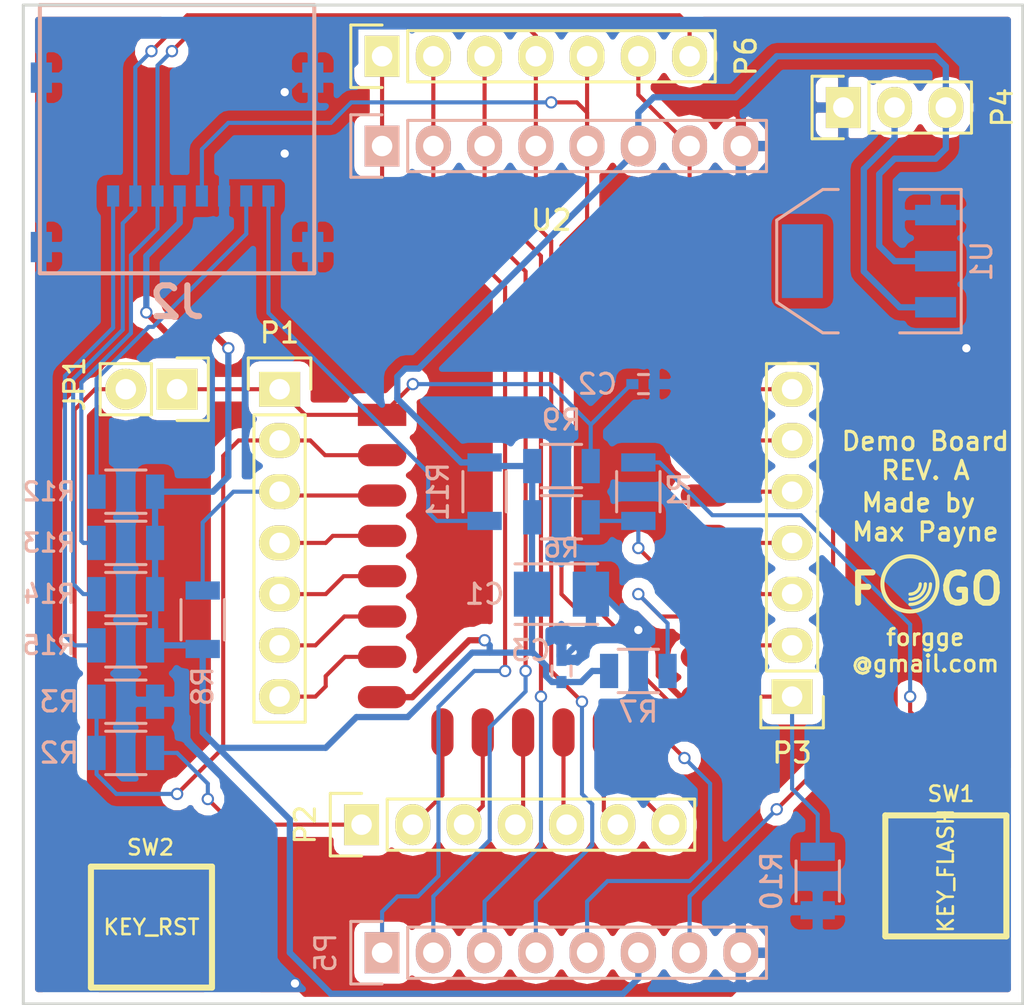
<source format=kicad_pcb>
(kicad_pcb (version 4) (host pcbnew 4.0.1-stable)

  (general
    (links 90)
    (no_connects 0)
    (area 123.114999 69.774999 172.795001 119.455001)
    (thickness 1.6)
    (drawings 13)
    (tracks 395)
    (zones 0)
    (modules 28)
    (nets 37)
  )

  (page A4)
  (title_block
    (title "Demo board with WiFi chip and display")
    (date 2015-12-31)
    (rev 0.0.1)
    (company "Max & Co.")
  )

  (layers
    (0 F.Cu mixed)
    (31 B.Cu mixed)
    (32 B.Adhes user hide)
    (33 F.Adhes user)
    (34 B.Paste user)
    (35 F.Paste user)
    (36 B.SilkS user)
    (37 F.SilkS user)
    (38 B.Mask user)
    (39 F.Mask user)
    (40 Dwgs.User user)
    (41 Cmts.User user)
    (42 Eco1.User user)
    (43 Eco2.User user)
    (44 Edge.Cuts user)
    (45 Margin user)
    (46 B.CrtYd user)
    (47 F.CrtYd user)
    (48 B.Fab user)
    (49 F.Fab user)
  )

  (setup
    (last_trace_width 0.2032)
    (trace_clearance 0.2032)
    (zone_clearance 0.508)
    (zone_45_only no)
    (trace_min 0.2032)
    (segment_width 0.16)
    (edge_width 0.16)
    (via_size 0.61)
    (via_drill 0.41)
    (via_min_size 0.61)
    (via_min_drill 0.41)
    (uvia_size 0.49)
    (uvia_drill 0.34)
    (uvias_allowed no)
    (uvia_min_size 0.49)
    (uvia_min_drill 0.34)
    (pcb_text_width 0.3)
    (pcb_text_size 1.5 1.5)
    (mod_edge_width 0.16)
    (mod_text_size 0.81 0.81)
    (mod_text_width 0.16)
    (pad_size 1.524 1.524)
    (pad_drill 0.762)
    (pad_to_mask_clearance -0.12)
    (aux_axis_origin 123.19 119.38)
    (visible_elements FFFFFFFF)
    (pcbplotparams
      (layerselection 0x010f0_80000001)
      (usegerberextensions true)
      (excludeedgelayer true)
      (linewidth 0.100000)
      (plotframeref false)
      (viasonmask false)
      (mode 1)
      (useauxorigin false)
      (hpglpennumber 1)
      (hpglpenspeed 20)
      (hpglpendiameter 15)
      (hpglpenoverlay 2)
      (psnegative false)
      (psa4output false)
      (plotreference true)
      (plotvalue false)
      (plotinvisibletext false)
      (padsonsilk false)
      (subtractmaskfromsilk false)
      (outputformat 1)
      (mirror false)
      (drillshape 0)
      (scaleselection 1)
      (outputdirectory gerber/))
  )

  (net 0 "")
  (net 1 GND)
  (net 2 VCC)
  (net 3 /nRST)
  (net 4 /GPIO16)
  (net 5 "Net-(JP1-Pad2)")
  (net 6 /ADC_EX)
  (net 7 /ADC)
  (net 8 /GPIO10)
  (net 9 /GPIO9)
  (net 10 /SPI_INT)
  (net 11 /SPI_MOSI)
  (net 12 /SPI_MISO)
  (net 13 /EN)
  (net 14 5V)
  (net 15 /GPIO5)
  (net 16 /GPIO4)
  (net 17 /GPIO0)
  (net 18 /GPIO2)
  (net 19 /GPIO14)
  (net 20 /GPIO12)
  (net 21 /GPIO13)
  (net 22 /GPIO15)
  (net 23 /RXD0)
  (net 24 /TXD0)
  (net 25 "Net-(R1-Pad2)")
  (net 26 "Net-(J2-Pad1)")
  (net 27 "Net-(J2-Pad8)")
  (net 28 /SD_CS)
  (net 29 /SD_LCD_MOSI)
  (net 30 /SD_LCD_CLK)
  (net 31 /SD_LCD_MISO)
  (net 32 /LCD_LED)
  (net 33 /SD_LCD_DATA_CMD)
  (net 34 /LCD_CS)
  (net 35 /LCD_RST)
  (net 36 /SPI_CLK)

  (net_class Default "This is the default net class."
    (clearance 0.2032)
    (trace_width 0.2032)
    (via_dia 0.61)
    (via_drill 0.41)
    (uvia_dia 0.49)
    (uvia_drill 0.34)
  )

  (net_class "Itead power" ""
    (clearance 0.31)
    (trace_width 0.31)
    (via_dia 0.61)
    (via_drill 0.41)
    (uvia_dia 0.49)
    (uvia_drill 0.34)
    (add_net 5V)
    (add_net GND)
    (add_net VCC)
  )

  (net_class "Itead signal" ""
    (clearance 0.2032)
    (trace_width 0.2032)
    (via_dia 0.61)
    (via_drill 0.41)
    (uvia_dia 0.49)
    (uvia_drill 0.34)
    (add_net /ADC)
    (add_net /ADC_EX)
    (add_net /EN)
    (add_net /GPIO0)
    (add_net /GPIO10)
    (add_net /GPIO12)
    (add_net /GPIO13)
    (add_net /GPIO14)
    (add_net /GPIO15)
    (add_net /GPIO16)
    (add_net /GPIO2)
    (add_net /GPIO4)
    (add_net /GPIO5)
    (add_net /GPIO9)
    (add_net /LCD_CS)
    (add_net /LCD_LED)
    (add_net /LCD_RST)
    (add_net /RXD0)
    (add_net /SD_CS)
    (add_net /SD_LCD_CLK)
    (add_net /SD_LCD_DATA_CMD)
    (add_net /SD_LCD_MISO)
    (add_net /SD_LCD_MOSI)
    (add_net /SPI_CLK)
    (add_net /SPI_INT)
    (add_net /SPI_MISO)
    (add_net /SPI_MOSI)
    (add_net /TXD0)
    (add_net /nRST)
    (add_net "Net-(J2-Pad1)")
    (add_net "Net-(J2-Pad8)")
    (add_net "Net-(JP1-Pad2)")
    (add_net "Net-(R1-Pad2)")
  )

  (module armory_local:MICRO_SD_HINGE_AMP placed (layer B.Cu) (tedit 56856275) (tstamp 567875B3)
    (at 130.81 69.85 180)
    (path /56772422)
    (attr smd)
    (fp_text reference J2 (at 0 -14.732 180) (layer B.SilkS)
      (effects (font (thickness 0.3048)) (justify mirror))
    )
    (fp_text value MICRO_SD_HINGE (at -0.01524 -8.01116 180) (layer B.SilkS) hide
      (effects (font (size 1 1) (thickness 0.25)) (justify mirror))
    )
    (fp_line (start 6.79958 0) (end 6.79958 -13.29944) (layer B.SilkS) (width 0.20066))
    (fp_line (start 6.79958 -13.29944) (end -6.79958 -13.29944) (layer B.SilkS) (width 0.20066))
    (fp_line (start -6.79958 -13.29944) (end -6.79958 0) (layer B.SilkS) (width 0.20066))
    (fp_line (start -6.79958 0) (end 6.79958 0) (layer B.SilkS) (width 0.20066))
    (pad 1 smd rect (at 3.16992 -9.46912 180) (size 0.59944 1.04902) (layers B.Cu B.Paste B.Mask)
      (net 26 "Net-(J2-Pad1)"))
    (pad 2 smd rect (at 2.0701 -9.46912 180) (size 0.59944 1.04902) (layers B.Cu B.Paste B.Mask)
      (net 28 /SD_CS))
    (pad 3 smd rect (at 0.97028 -9.46912 180) (size 0.59944 1.04902) (layers B.Cu B.Paste B.Mask)
      (net 29 /SD_LCD_MOSI))
    (pad 4 smd rect (at -0.12954 -9.46912 180) (size 0.59944 1.04902) (layers B.Cu B.Paste B.Mask)
      (net 2 VCC))
    (pad 5 smd rect (at -1.22936 -9.46912 180) (size 0.59944 1.04902) (layers B.Cu B.Paste B.Mask)
      (net 30 /SD_LCD_CLK))
    (pad 6 smd rect (at -2.32918 -9.46912 180) (size 0.59944 1.04902) (layers B.Cu B.Paste B.Mask)
      (net 1 GND))
    (pad 7 smd rect (at -3.429 -9.46912 180) (size 0.59944 1.04902) (layers B.Cu B.Paste B.Mask)
      (net 31 /SD_LCD_MISO))
    (pad 8 smd rect (at -4.52882 -9.46912 180) (size 0.59944 1.04902) (layers B.Cu B.Paste B.Mask)
      (net 27 "Net-(J2-Pad8)"))
    (pad 12 smd rect (at 6.72592 -11.99896 180) (size 1.04902 1.50114) (layers B.Cu B.Paste B.Mask)
      (net 1 GND))
    (pad 9 smd rect (at -6.72592 -11.99896 180) (size 1.04902 1.50114) (layers B.Cu B.Paste B.Mask)
      (net 1 GND))
    (pad 11 smd rect (at 6.72592 -3.59918 180) (size 1.04902 1.50114) (layers B.Cu B.Paste B.Mask)
      (net 1 GND))
    (pad 10 smd rect (at -6.72592 -3.59918 180) (size 1.04902 1.50114) (layers B.Cu B.Paste B.Mask)
      (net 1 GND))
    (model ${HOME}/kicad_ecf_project/libs/self/usbarmory_local/3D/SD-Amp-microSlot.wrl
      (at (xyz 0 -0.26 0))
      (scale (xyz 0.3777 0.3777 0.3777))
      (rotate (xyz 0 0 0))
    )
  )

  (module Capacitors_Tantalum_SMD:TantalC_SizeB_EIA-3528_Reflow placed (layer B.Cu) (tedit 5686C933) (tstamp 56787597)
    (at 149.86 99.06)
    (descr "Tantal Cap. , Size B, EIA-3528, Reflow")
    (tags "Tantal Capacitor Size-B EIA-3528 Reflow")
    (path /56733C4F)
    (attr smd)
    (fp_text reference C1 (at -3.81 0) (layer B.SilkS)
      (effects (font (size 1 1) (thickness 0.16)) (justify mirror))
    )
    (fp_text value 100uF (at -5.08 0.508) (layer B.Fab)
      (effects (font (size 1 1) (thickness 0.15)) (justify mirror))
    )
    (fp_line (start 2.7 1.8) (end -2.7 1.8) (layer B.CrtYd) (width 0.05))
    (fp_line (start -2.7 1.8) (end -2.7 -1.8) (layer B.CrtYd) (width 0.05))
    (fp_line (start -2.7 -1.8) (end 2.7 -1.8) (layer B.CrtYd) (width 0.05))
    (fp_line (start 2.7 -1.8) (end 2.7 1.8) (layer B.CrtYd) (width 0.05))
    (fp_line (start 1.8 -1.5) (end -2.3 -1.5) (layer B.SilkS) (width 0.15))
    (fp_line (start 1.8 1.5) (end -2.3 1.5) (layer B.SilkS) (width 0.15))
    (pad 2 smd rect (at 1.46 0) (size 1.8 2.23) (layers B.Cu B.Paste B.Mask)
      (net 1 GND))
    (pad 1 smd rect (at -1.46 0) (size 1.8 2.23) (layers B.Cu B.Paste B.Mask)
      (net 2 VCC))
    (model Capacitors_Tantalum_SMD.3dshapes/TantalC_SizeB_EIA-3528_Reflow.wrl
      (at (xyz 0 0 0))
      (scale (xyz 1 1 1))
      (rotate (xyz 0 0 180))
    )
  )

  (module Capacitors_SMD:C_0402 placed (layer B.Cu) (tedit 568563A3) (tstamp 5678759D)
    (at 153.924 88.646)
    (descr "Capacitor SMD 0402, reflow soldering, AVX (see smccp.pdf)")
    (tags "capacitor 0402")
    (path /56749128)
    (attr smd)
    (fp_text reference C2 (at -2.286 0) (layer B.SilkS)
      (effects (font (size 1 1) (thickness 0.15)) (justify mirror))
    )
    (fp_text value 100nF (at -5.588 0) (layer B.Fab)
      (effects (font (size 1 1) (thickness 0.15)) (justify mirror))
    )
    (fp_line (start -1.15 0.6) (end 1.15 0.6) (layer B.CrtYd) (width 0.05))
    (fp_line (start -1.15 -0.6) (end 1.15 -0.6) (layer B.CrtYd) (width 0.05))
    (fp_line (start -1.15 0.6) (end -1.15 -0.6) (layer B.CrtYd) (width 0.05))
    (fp_line (start 1.15 0.6) (end 1.15 -0.6) (layer B.CrtYd) (width 0.05))
    (fp_line (start 0.25 0.475) (end -0.25 0.475) (layer B.SilkS) (width 0.15))
    (fp_line (start -0.25 -0.475) (end 0.25 -0.475) (layer B.SilkS) (width 0.15))
    (pad 1 smd rect (at -0.55 0) (size 0.6 0.5) (layers B.Cu B.Paste B.Mask)
      (net 3 /nRST))
    (pad 2 smd rect (at 0.55 0) (size 0.6 0.5) (layers B.Cu B.Paste B.Mask)
      (net 1 GND))
    (model Capacitors_SMD.3dshapes/C_0402.wrl
      (at (xyz 0 0 0))
      (scale (xyz 1 1 1))
      (rotate (xyz 0 0 0))
    )
  )

  (module Capacitors_SMD:C_0402 placed (layer B.Cu) (tedit 5686C938) (tstamp 567875A3)
    (at 149.86 102.87 90)
    (descr "Capacitor SMD 0402, reflow soldering, AVX (see smccp.pdf)")
    (tags "capacitor 0402")
    (path /5679315E)
    (attr smd)
    (fp_text reference C3 (at 1.016 -1.524 180) (layer B.SilkS)
      (effects (font (size 1 1) (thickness 0.16)) (justify mirror))
    )
    (fp_text value 1nF (at 0 -3.048 90) (layer B.Fab)
      (effects (font (size 1 1) (thickness 0.15)) (justify mirror))
    )
    (fp_line (start -1.15 0.6) (end 1.15 0.6) (layer B.CrtYd) (width 0.05))
    (fp_line (start -1.15 -0.6) (end 1.15 -0.6) (layer B.CrtYd) (width 0.05))
    (fp_line (start -1.15 0.6) (end -1.15 -0.6) (layer B.CrtYd) (width 0.05))
    (fp_line (start 1.15 0.6) (end 1.15 -0.6) (layer B.CrtYd) (width 0.05))
    (fp_line (start 0.25 0.475) (end -0.25 0.475) (layer B.SilkS) (width 0.15))
    (fp_line (start -0.25 -0.475) (end 0.25 -0.475) (layer B.SilkS) (width 0.15))
    (pad 1 smd rect (at -0.55 0 90) (size 0.6 0.5) (layers B.Cu B.Paste B.Mask)
      (net 2 VCC))
    (pad 2 smd rect (at 0.55 0 90) (size 0.6 0.5) (layers B.Cu B.Paste B.Mask)
      (net 1 GND))
    (model Capacitors_SMD.3dshapes/C_0402.wrl
      (at (xyz 0 0 0))
      (scale (xyz 1 1 1))
      (rotate (xyz 0 0 0))
    )
  )

  (module Pin_Headers:Pin_Header_Straight_1x02 placed (layer F.Cu) (tedit 56857F1C) (tstamp 567875B9)
    (at 130.81 88.9 270)
    (descr "Through hole pin header")
    (tags "pin header")
    (path /56735C6C)
    (fp_text reference JP1 (at -0.254 5.08 270) (layer F.SilkS)
      (effects (font (size 1 1) (thickness 0.15)))
    )
    (fp_text value Jumper_NO_Small (at 2.286 2.032 360) (layer F.Fab)
      (effects (font (size 1 1) (thickness 0.15)))
    )
    (fp_line (start 1.27 1.27) (end 1.27 3.81) (layer F.SilkS) (width 0.15))
    (fp_line (start 1.55 -1.55) (end 1.55 0) (layer F.SilkS) (width 0.15))
    (fp_line (start -1.75 -1.75) (end -1.75 4.3) (layer F.CrtYd) (width 0.05))
    (fp_line (start 1.75 -1.75) (end 1.75 4.3) (layer F.CrtYd) (width 0.05))
    (fp_line (start -1.75 -1.75) (end 1.75 -1.75) (layer F.CrtYd) (width 0.05))
    (fp_line (start -1.75 4.3) (end 1.75 4.3) (layer F.CrtYd) (width 0.05))
    (fp_line (start 1.27 1.27) (end -1.27 1.27) (layer F.SilkS) (width 0.15))
    (fp_line (start -1.55 0) (end -1.55 -1.55) (layer F.SilkS) (width 0.15))
    (fp_line (start -1.55 -1.55) (end 1.55 -1.55) (layer F.SilkS) (width 0.15))
    (fp_line (start -1.27 1.27) (end -1.27 3.81) (layer F.SilkS) (width 0.15))
    (fp_line (start -1.27 3.81) (end 1.27 3.81) (layer F.SilkS) (width 0.15))
    (pad 1 thru_hole rect (at 0 0 270) (size 2.032 2.032) (drill 1.016) (layers *.Cu *.Mask F.SilkS)
      (net 3 /nRST))
    (pad 2 thru_hole oval (at 0 2.54 270) (size 2.032 2.032) (drill 1.016) (layers *.Cu *.Mask F.SilkS)
      (net 5 "Net-(JP1-Pad2)"))
    (model Pin_Headers.3dshapes/Pin_Header_Straight_1x02.wrl
      (at (xyz 0 -0.05 0))
      (scale (xyz 1 1 1))
      (rotate (xyz 0 0 90))
    )
  )

  (module Pin_Headers:Pin_Header_Straight_1x07 placed (layer F.Cu) (tedit 56857F14) (tstamp 567875C4)
    (at 135.89 88.9)
    (descr "Through hole pin header")
    (tags "pin header")
    (path /56774BE0)
    (fp_text reference P1 (at 0 -2.794) (layer F.SilkS)
      (effects (font (size 1 1) (thickness 0.15)))
    )
    (fp_text value ESP_CONN (at 0 -4.318) (layer F.Fab)
      (effects (font (size 1 1) (thickness 0.15)))
    )
    (fp_line (start -1.75 -1.75) (end -1.75 17) (layer F.CrtYd) (width 0.05))
    (fp_line (start 1.75 -1.75) (end 1.75 17) (layer F.CrtYd) (width 0.05))
    (fp_line (start -1.75 -1.75) (end 1.75 -1.75) (layer F.CrtYd) (width 0.05))
    (fp_line (start -1.75 17) (end 1.75 17) (layer F.CrtYd) (width 0.05))
    (fp_line (start 1.27 1.27) (end 1.27 16.51) (layer F.SilkS) (width 0.15))
    (fp_line (start 1.27 16.51) (end -1.27 16.51) (layer F.SilkS) (width 0.15))
    (fp_line (start -1.27 16.51) (end -1.27 1.27) (layer F.SilkS) (width 0.15))
    (fp_line (start 1.55 -1.55) (end 1.55 0) (layer F.SilkS) (width 0.15))
    (fp_line (start 1.27 1.27) (end -1.27 1.27) (layer F.SilkS) (width 0.15))
    (fp_line (start -1.55 0) (end -1.55 -1.55) (layer F.SilkS) (width 0.15))
    (fp_line (start -1.55 -1.55) (end 1.55 -1.55) (layer F.SilkS) (width 0.15))
    (pad 1 thru_hole rect (at 0 0) (size 2.032 1.7272) (drill 1.016) (layers *.Cu *.Mask F.SilkS)
      (net 3 /nRST))
    (pad 2 thru_hole oval (at 0 2.54) (size 2.032 1.7272) (drill 1.016) (layers *.Cu *.Mask F.SilkS)
      (net 7 /ADC))
    (pad 3 thru_hole oval (at 0 5.08) (size 2.032 1.7272) (drill 1.016) (layers *.Cu *.Mask F.SilkS)
      (net 13 /EN))
    (pad 4 thru_hole oval (at 0 7.62) (size 2.032 1.7272) (drill 1.016) (layers *.Cu *.Mask F.SilkS)
      (net 4 /GPIO16))
    (pad 5 thru_hole oval (at 0 10.16) (size 2.032 1.7272) (drill 1.016) (layers *.Cu *.Mask F.SilkS)
      (net 19 /GPIO14))
    (pad 6 thru_hole oval (at 0 12.7) (size 2.032 1.7272) (drill 1.016) (layers *.Cu *.Mask F.SilkS)
      (net 20 /GPIO12))
    (pad 7 thru_hole oval (at 0 15.24) (size 2.032 1.7272) (drill 1.016) (layers *.Cu *.Mask F.SilkS)
      (net 21 /GPIO13))
    (model Pin_Headers.3dshapes/Pin_Header_Straight_1x07.wrl
      (at (xyz 0 -0.3 0))
      (scale (xyz 1 1 1))
      (rotate (xyz 0 0 90))
    )
  )

  (module Pin_Headers:Pin_Header_Straight_1x07 placed (layer F.Cu) (tedit 5686C974) (tstamp 567875D9)
    (at 161.29 104.14 180)
    (descr "Through hole pin header")
    (tags "pin header")
    (path /56777A04)
    (fp_text reference P3 (at 0 -2.794 180) (layer F.SilkS)
      (effects (font (size 1 1) (thickness 0.16)))
    )
    (fp_text value ESP_CONN (at 0 -4.318 180) (layer F.Fab)
      (effects (font (size 1 1) (thickness 0.15)))
    )
    (fp_line (start -1.75 -1.75) (end -1.75 17) (layer F.CrtYd) (width 0.05))
    (fp_line (start 1.75 -1.75) (end 1.75 17) (layer F.CrtYd) (width 0.05))
    (fp_line (start -1.75 -1.75) (end 1.75 -1.75) (layer F.CrtYd) (width 0.05))
    (fp_line (start -1.75 17) (end 1.75 17) (layer F.CrtYd) (width 0.05))
    (fp_line (start 1.27 1.27) (end 1.27 16.51) (layer F.SilkS) (width 0.15))
    (fp_line (start 1.27 16.51) (end -1.27 16.51) (layer F.SilkS) (width 0.15))
    (fp_line (start -1.27 16.51) (end -1.27 1.27) (layer F.SilkS) (width 0.15))
    (fp_line (start 1.55 -1.55) (end 1.55 0) (layer F.SilkS) (width 0.15))
    (fp_line (start 1.27 1.27) (end -1.27 1.27) (layer F.SilkS) (width 0.15))
    (fp_line (start -1.55 0) (end -1.55 -1.55) (layer F.SilkS) (width 0.15))
    (fp_line (start -1.55 -1.55) (end 1.55 -1.55) (layer F.SilkS) (width 0.15))
    (pad 1 thru_hole rect (at 0 0 180) (size 2.032 1.7272) (drill 1.016) (layers *.Cu *.Mask F.SilkS)
      (net 22 /GPIO15))
    (pad 2 thru_hole oval (at 0 2.54 180) (size 2.032 1.7272) (drill 1.016) (layers *.Cu *.Mask F.SilkS)
      (net 18 /GPIO2))
    (pad 3 thru_hole oval (at 0 5.08 180) (size 2.032 1.7272) (drill 1.016) (layers *.Cu *.Mask F.SilkS)
      (net 17 /GPIO0))
    (pad 4 thru_hole oval (at 0 7.62 180) (size 2.032 1.7272) (drill 1.016) (layers *.Cu *.Mask F.SilkS)
      (net 16 /GPIO4))
    (pad 5 thru_hole oval (at 0 10.16 180) (size 2.032 1.7272) (drill 1.016) (layers *.Cu *.Mask F.SilkS)
      (net 15 /GPIO5))
    (pad 6 thru_hole oval (at 0 12.7 180) (size 2.032 1.7272) (drill 1.016) (layers *.Cu *.Mask F.SilkS)
      (net 23 /RXD0))
    (pad 7 thru_hole oval (at 0 15.24 180) (size 2.032 1.7272) (drill 1.016) (layers *.Cu *.Mask F.SilkS)
      (net 24 /TXD0))
    (model Pin_Headers.3dshapes/Pin_Header_Straight_1x07.wrl
      (at (xyz 0 -0.3 0))
      (scale (xyz 1 1 1))
      (rotate (xyz 0 0 90))
    )
  )

  (module Pin_Headers:Pin_Header_Straight_1x03 placed (layer F.Cu) (tedit 56856171) (tstamp 567875E0)
    (at 163.83 74.93 90)
    (descr "Through hole pin header")
    (tags "pin header")
    (path /567741E5)
    (fp_text reference P4 (at 0 7.874 90) (layer F.SilkS)
      (effects (font (size 1 1) (thickness 0.15)))
    )
    (fp_text value PWR_CONN (at 2.54 2.54 180) (layer F.Fab)
      (effects (font (size 1 1) (thickness 0.15)))
    )
    (fp_line (start -1.75 -1.75) (end -1.75 6.85) (layer F.CrtYd) (width 0.05))
    (fp_line (start 1.75 -1.75) (end 1.75 6.85) (layer F.CrtYd) (width 0.05))
    (fp_line (start -1.75 -1.75) (end 1.75 -1.75) (layer F.CrtYd) (width 0.05))
    (fp_line (start -1.75 6.85) (end 1.75 6.85) (layer F.CrtYd) (width 0.05))
    (fp_line (start -1.27 1.27) (end -1.27 6.35) (layer F.SilkS) (width 0.15))
    (fp_line (start -1.27 6.35) (end 1.27 6.35) (layer F.SilkS) (width 0.15))
    (fp_line (start 1.27 6.35) (end 1.27 1.27) (layer F.SilkS) (width 0.15))
    (fp_line (start 1.55 -1.55) (end 1.55 0) (layer F.SilkS) (width 0.15))
    (fp_line (start 1.27 1.27) (end -1.27 1.27) (layer F.SilkS) (width 0.15))
    (fp_line (start -1.55 0) (end -1.55 -1.55) (layer F.SilkS) (width 0.15))
    (fp_line (start -1.55 -1.55) (end 1.55 -1.55) (layer F.SilkS) (width 0.15))
    (pad 1 thru_hole rect (at 0 0 90) (size 2.032 1.7272) (drill 1.016) (layers *.Cu *.Mask F.SilkS)
      (net 1 GND))
    (pad 2 thru_hole oval (at 0 2.54 90) (size 2.032 1.7272) (drill 1.016) (layers *.Cu *.Mask F.SilkS)
      (net 14 5V))
    (pad 3 thru_hole oval (at 0 5.08 90) (size 2.032 1.7272) (drill 1.016) (layers *.Cu *.Mask F.SilkS)
      (net 2 VCC))
    (model Pin_Headers.3dshapes/Pin_Header_Straight_1x03.wrl
      (at (xyz 0 -0.1 0))
      (scale (xyz 1 1 1))
      (rotate (xyz 0 0 90))
    )
  )

  (module display_local:Nokia_5110_LCD placed (layer B.Cu) (tedit 568563D6) (tstamp 567875F4)
    (at 140.97 116.84)
    (descr "Through hole socket strip")
    (tags "socket strip")
    (path /56780E5F)
    (fp_text reference P5 (at -2.794 0 270) (layer B.SilkS)
      (effects (font (size 1 1) (thickness 0.15)) (justify mirror))
    )
    (fp_text value CONN_DISPLAY (at 7.62 -2.794) (layer B.Fab)
      (effects (font (size 1 1) (thickness 0.15)) (justify mirror))
    )
    (fp_line (start -1.55 -38.45) (end -1.55 -41.55) (layer B.SilkS) (width 0.15))
    (fp_line (start 0 -38.45) (end -1.55 -38.45) (layer B.SilkS) (width 0.15))
    (fp_line (start 1.27 -41.27) (end 1.27 -38.73) (layer B.SilkS) (width 0.15))
    (fp_line (start -1.55 -41.55) (end 0 -41.55) (layer B.SilkS) (width 0.15))
    (fp_line (start 19.05 -38.73) (end 1.27 -38.73) (layer B.SilkS) (width 0.15))
    (fp_line (start 19.05 -41.27) (end 19.05 -38.73) (layer B.SilkS) (width 0.15))
    (fp_line (start 1.27 -41.27) (end 19.05 -41.27) (layer B.SilkS) (width 0.15))
    (fp_line (start -1.75 -41.75) (end 19.55 -41.75) (layer B.CrtYd) (width 0.05))
    (fp_line (start -1.75 -38.25) (end 19.55 -38.25) (layer B.CrtYd) (width 0.05))
    (fp_line (start 19.55 -38.25) (end 19.55 -41.75) (layer B.CrtYd) (width 0.05))
    (fp_line (start -1.75 -38.25) (end -1.75 -41.75) (layer B.CrtYd) (width 0.05))
    (fp_line (start -1.75 1.75) (end -1.75 -1.75) (layer B.CrtYd) (width 0.05))
    (fp_line (start 19.55 1.75) (end 19.55 -1.75) (layer B.CrtYd) (width 0.05))
    (fp_line (start -1.75 1.75) (end 19.55 1.75) (layer B.CrtYd) (width 0.05))
    (fp_line (start -1.75 -1.75) (end 19.55 -1.75) (layer B.CrtYd) (width 0.05))
    (fp_line (start 1.27 -1.27) (end 19.05 -1.27) (layer B.SilkS) (width 0.15))
    (fp_line (start 19.05 -1.27) (end 19.05 1.27) (layer B.SilkS) (width 0.15))
    (fp_line (start 19.05 1.27) (end 1.27 1.27) (layer B.SilkS) (width 0.15))
    (fp_line (start -1.55 -1.55) (end 0 -1.55) (layer B.SilkS) (width 0.15))
    (fp_line (start 1.27 -1.27) (end 1.27 1.27) (layer B.SilkS) (width 0.15))
    (fp_line (start 0 1.55) (end -1.55 1.55) (layer B.SilkS) (width 0.15))
    (fp_line (start -1.55 1.55) (end -1.55 -1.55) (layer B.SilkS) (width 0.15))
    (pad 8 thru_hole oval (at 17.78 -40) (size 1.7272 2.032) (drill 1.016) (layers *.Cu *.Mask B.SilkS)
      (net 1 GND))
    (pad 7 thru_hole oval (at 15.24 -40) (size 1.7272 2.032) (drill 1.016) (layers *.Cu *.Mask B.SilkS)
      (net 32 /LCD_LED))
    (pad 6 thru_hole oval (at 12.7 -40) (size 1.7272 2.032) (drill 1.016) (layers *.Cu *.Mask B.SilkS)
      (net 2 VCC))
    (pad 5 thru_hole oval (at 10.16 -40) (size 1.7272 2.032) (drill 1.016) (layers *.Cu *.Mask B.SilkS)
      (net 30 /SD_LCD_CLK))
    (pad 4 thru_hole oval (at 7.62 -40) (size 1.7272 2.032) (drill 1.016) (layers *.Cu *.Mask B.SilkS)
      (net 29 /SD_LCD_MOSI))
    (pad 3 thru_hole oval (at 5.08 -40) (size 1.7272 2.032) (drill 1.016) (layers *.Cu *.Mask B.SilkS)
      (net 33 /SD_LCD_DATA_CMD))
    (pad 2 thru_hole oval (at 2.54 -40) (size 1.7272 2.032) (drill 1.016) (layers *.Cu *.Mask B.SilkS)
      (net 34 /LCD_CS))
    (pad 1 thru_hole rect (at 0 -40) (size 1.7272 2.032) (drill 1.016) (layers *.Cu *.Mask B.SilkS)
      (net 35 /LCD_RST))
    (pad 1 thru_hole rect (at 0 0) (size 1.7272 2.032) (drill 1.016) (layers *.Cu *.Mask B.SilkS)
      (net 35 /LCD_RST))
    (pad 2 thru_hole oval (at 2.54 0) (size 1.7272 2.032) (drill 1.016) (layers *.Cu *.Mask B.SilkS)
      (net 34 /LCD_CS))
    (pad 3 thru_hole oval (at 5.08 0) (size 1.7272 2.032) (drill 1.016) (layers *.Cu *.Mask B.SilkS)
      (net 33 /SD_LCD_DATA_CMD))
    (pad 4 thru_hole oval (at 7.62 0) (size 1.7272 2.032) (drill 1.016) (layers *.Cu *.Mask B.SilkS)
      (net 29 /SD_LCD_MOSI))
    (pad 5 thru_hole oval (at 10.16 0) (size 1.7272 2.032) (drill 1.016) (layers *.Cu *.Mask B.SilkS)
      (net 30 /SD_LCD_CLK))
    (pad 6 thru_hole oval (at 12.7 0) (size 1.7272 2.032) (drill 1.016) (layers *.Cu *.Mask B.SilkS)
      (net 2 VCC))
    (pad 7 thru_hole oval (at 15.24 0) (size 1.7272 2.032) (drill 1.016) (layers *.Cu *.Mask B.SilkS)
      (net 32 /LCD_LED))
    (pad 8 thru_hole oval (at 17.78 0) (size 1.7272 2.032) (drill 1.016) (layers *.Cu *.Mask B.SilkS)
      (net 1 GND))
    (model Socket_Strips.3dshapes/Socket_Strip_Straight_1x08.wrl
      (at (xyz 0.35 0 0))
      (scale (xyz 1 1 1))
      (rotate (xyz 0 0 180))
    )
  )

  (module Resistors_SMD:R_1206 placed (layer B.Cu) (tedit 5686C92D) (tstamp 567875FA)
    (at 153.67 93.98 90)
    (descr "Resistor SMD 1206, reflow soldering, Vishay (see dcrcw.pdf)")
    (tags "resistor 1206")
    (path /56734BDB)
    (attr smd)
    (fp_text reference R1 (at 0 2.032 90) (layer B.SilkS)
      (effects (font (size 1 1) (thickness 0.16)) (justify mirror))
    )
    (fp_text value 470 (at 3.048 0.254 180) (layer B.Fab)
      (effects (font (size 1 1) (thickness 0.15)) (justify mirror))
    )
    (fp_line (start -2.2 1.2) (end 2.2 1.2) (layer B.CrtYd) (width 0.05))
    (fp_line (start -2.2 -1.2) (end 2.2 -1.2) (layer B.CrtYd) (width 0.05))
    (fp_line (start -2.2 1.2) (end -2.2 -1.2) (layer B.CrtYd) (width 0.05))
    (fp_line (start 2.2 1.2) (end 2.2 -1.2) (layer B.CrtYd) (width 0.05))
    (fp_line (start 1 -1.075) (end -1 -1.075) (layer B.SilkS) (width 0.15))
    (fp_line (start -1 1.075) (end 1 1.075) (layer B.SilkS) (width 0.15))
    (pad 1 smd rect (at -1.45 0 90) (size 0.9 1.7) (layers B.Cu B.Paste B.Mask)
      (net 17 /GPIO0))
    (pad 2 smd rect (at 1.45 0 90) (size 0.9 1.7) (layers B.Cu B.Paste B.Mask)
      (net 25 "Net-(R1-Pad2)"))
    (model Resistors_SMD.3dshapes/R_1206.wrl
      (at (xyz 0 0 0))
      (scale (xyz 1 1 1))
      (rotate (xyz 0 0 0))
    )
  )

  (module Resistors_SMD:R_1206 placed (layer B.Cu) (tedit 5686C94A) (tstamp 56787600)
    (at 128.27 106.934)
    (descr "Resistor SMD 1206, reflow soldering, Vishay (see dcrcw.pdf)")
    (tags "resistor 1206")
    (path /56737203)
    (attr smd)
    (fp_text reference R2 (at -3.302 0) (layer B.SilkS)
      (effects (font (size 1 1) (thickness 0.16)) (justify mirror))
    )
    (fp_text value 220k (at 4.318 0) (layer B.Fab)
      (effects (font (size 1 1) (thickness 0.15)) (justify mirror))
    )
    (fp_line (start -2.2 1.2) (end 2.2 1.2) (layer B.CrtYd) (width 0.05))
    (fp_line (start -2.2 -1.2) (end 2.2 -1.2) (layer B.CrtYd) (width 0.05))
    (fp_line (start -2.2 1.2) (end -2.2 -1.2) (layer B.CrtYd) (width 0.05))
    (fp_line (start 2.2 1.2) (end 2.2 -1.2) (layer B.CrtYd) (width 0.05))
    (fp_line (start 1 -1.075) (end -1 -1.075) (layer B.SilkS) (width 0.15))
    (fp_line (start -1 1.075) (end 1 1.075) (layer B.SilkS) (width 0.15))
    (pad 1 smd rect (at -1.45 0) (size 0.9 1.7) (layers B.Cu B.Paste B.Mask)
      (net 7 /ADC))
    (pad 2 smd rect (at 1.45 0) (size 0.9 1.7) (layers B.Cu B.Paste B.Mask)
      (net 6 /ADC_EX))
    (model Resistors_SMD.3dshapes/R_1206.wrl
      (at (xyz 0 0 0))
      (scale (xyz 1 1 1))
      (rotate (xyz 0 0 0))
    )
  )

  (module Resistors_SMD:R_1206 placed (layer B.Cu) (tedit 5686C94F) (tstamp 56787606)
    (at 128.27 104.394 180)
    (descr "Resistor SMD 1206, reflow soldering, Vishay (see dcrcw.pdf)")
    (tags "resistor 1206")
    (path /56737328)
    (attr smd)
    (fp_text reference R3 (at 3.302 0 180) (layer B.SilkS)
      (effects (font (size 1 1) (thickness 0.16)) (justify mirror))
    )
    (fp_text value 100k (at 0 0 180) (layer B.Fab) hide
      (effects (font (size 1 1) (thickness 0.15)) (justify mirror))
    )
    (fp_line (start -2.2 1.2) (end 2.2 1.2) (layer B.CrtYd) (width 0.05))
    (fp_line (start -2.2 -1.2) (end 2.2 -1.2) (layer B.CrtYd) (width 0.05))
    (fp_line (start -2.2 1.2) (end -2.2 -1.2) (layer B.CrtYd) (width 0.05))
    (fp_line (start 2.2 1.2) (end 2.2 -1.2) (layer B.CrtYd) (width 0.05))
    (fp_line (start 1 -1.075) (end -1 -1.075) (layer B.SilkS) (width 0.15))
    (fp_line (start -1 1.075) (end 1 1.075) (layer B.SilkS) (width 0.15))
    (pad 1 smd rect (at -1.45 0 180) (size 0.9 1.7) (layers B.Cu B.Paste B.Mask)
      (net 1 GND))
    (pad 2 smd rect (at 1.45 0 180) (size 0.9 1.7) (layers B.Cu B.Paste B.Mask)
      (net 7 /ADC))
    (model Resistors_SMD.3dshapes/R_1206.wrl
      (at (xyz 0 0 0))
      (scale (xyz 1 1 1))
      (rotate (xyz 0 0 0))
    )
  )

  (module Resistors_SMD:R_1206 placed (layer B.Cu) (tedit 568566E8) (tstamp 5678760C)
    (at 149.86 95.25)
    (descr "Resistor SMD 1206, reflow soldering, Vishay (see dcrcw.pdf)")
    (tags "resistor 1206")
    (path /5673210D)
    (attr smd)
    (fp_text reference R6 (at 0 1.524) (layer B.SilkS)
      (effects (font (size 0.9 0.9) (thickness 0.15)) (justify mirror))
    )
    (fp_text value 12k (at 0 0) (layer B.Fab) hide
      (effects (font (size 1 1) (thickness 0.15)) (justify mirror))
    )
    (fp_line (start -2.2 1.2) (end 2.2 1.2) (layer B.CrtYd) (width 0.05))
    (fp_line (start -2.2 -1.2) (end 2.2 -1.2) (layer B.CrtYd) (width 0.05))
    (fp_line (start -2.2 1.2) (end -2.2 -1.2) (layer B.CrtYd) (width 0.05))
    (fp_line (start 2.2 1.2) (end 2.2 -1.2) (layer B.CrtYd) (width 0.05))
    (fp_line (start 1 -1.075) (end -1 -1.075) (layer B.SilkS) (width 0.15))
    (fp_line (start -1 1.075) (end 1 1.075) (layer B.SilkS) (width 0.15))
    (pad 1 smd rect (at -1.45 0) (size 0.9 1.7) (layers B.Cu B.Paste B.Mask)
      (net 2 VCC))
    (pad 2 smd rect (at 1.45 0) (size 0.9 1.7) (layers B.Cu B.Paste B.Mask)
      (net 17 /GPIO0))
    (model Resistors_SMD.3dshapes/R_1206.wrl
      (at (xyz 0 0 0))
      (scale (xyz 1 1 1))
      (rotate (xyz 0 0 0))
    )
  )

  (module Resistors_SMD:R_1206 placed (layer B.Cu) (tedit 5686C93F) (tstamp 56787612)
    (at 153.67 102.87)
    (descr "Resistor SMD 1206, reflow soldering, Vishay (see dcrcw.pdf)")
    (tags "resistor 1206")
    (path /5673228D)
    (attr smd)
    (fp_text reference R7 (at 0 2.032) (layer B.SilkS)
      (effects (font (size 1 1) (thickness 0.16)) (justify mirror))
    )
    (fp_text value 12k (at 0.254 -3.556) (layer B.Fab)
      (effects (font (size 1 1) (thickness 0.15)) (justify mirror))
    )
    (fp_line (start -2.2 1.2) (end 2.2 1.2) (layer B.CrtYd) (width 0.05))
    (fp_line (start -2.2 -1.2) (end 2.2 -1.2) (layer B.CrtYd) (width 0.05))
    (fp_line (start -2.2 1.2) (end -2.2 -1.2) (layer B.CrtYd) (width 0.05))
    (fp_line (start 2.2 1.2) (end 2.2 -1.2) (layer B.CrtYd) (width 0.05))
    (fp_line (start 1 -1.075) (end -1 -1.075) (layer B.SilkS) (width 0.15))
    (fp_line (start -1 1.075) (end 1 1.075) (layer B.SilkS) (width 0.15))
    (pad 1 smd rect (at -1.45 0) (size 0.9 1.7) (layers B.Cu B.Paste B.Mask)
      (net 2 VCC))
    (pad 2 smd rect (at 1.45 0) (size 0.9 1.7) (layers B.Cu B.Paste B.Mask)
      (net 18 /GPIO2))
    (model Resistors_SMD.3dshapes/R_1206.wrl
      (at (xyz 0 0 0))
      (scale (xyz 1 1 1))
      (rotate (xyz 0 0 0))
    )
  )

  (module Resistors_SMD:R_1206 placed (layer B.Cu) (tedit 5686C964) (tstamp 56787618)
    (at 132.08 100.33 90)
    (descr "Resistor SMD 1206, reflow soldering, Vishay (see dcrcw.pdf)")
    (tags "resistor 1206")
    (path /567322B5)
    (attr smd)
    (fp_text reference R8 (at -3.302 0 90) (layer B.SilkS)
      (effects (font (size 1 1) (thickness 0.16)) (justify mirror))
    )
    (fp_text value 12k (at 0 0 90) (layer B.Fab) hide
      (effects (font (size 1 1) (thickness 0.15)) (justify mirror))
    )
    (fp_line (start -2.2 1.2) (end 2.2 1.2) (layer B.CrtYd) (width 0.05))
    (fp_line (start -2.2 -1.2) (end 2.2 -1.2) (layer B.CrtYd) (width 0.05))
    (fp_line (start -2.2 1.2) (end -2.2 -1.2) (layer B.CrtYd) (width 0.05))
    (fp_line (start 2.2 1.2) (end 2.2 -1.2) (layer B.CrtYd) (width 0.05))
    (fp_line (start 1 -1.075) (end -1 -1.075) (layer B.SilkS) (width 0.15))
    (fp_line (start -1 1.075) (end 1 1.075) (layer B.SilkS) (width 0.15))
    (pad 1 smd rect (at -1.45 0 90) (size 0.9 1.7) (layers B.Cu B.Paste B.Mask)
      (net 2 VCC))
    (pad 2 smd rect (at 1.45 0 90) (size 0.9 1.7) (layers B.Cu B.Paste B.Mask)
      (net 13 /EN))
    (model Resistors_SMD.3dshapes/R_1206.wrl
      (at (xyz 0 0 0))
      (scale (xyz 1 1 1))
      (rotate (xyz 0 0 0))
    )
  )

  (module Resistors_SMD:R_1206 placed (layer B.Cu) (tedit 5686C929) (tstamp 5678761E)
    (at 149.86 92.71)
    (descr "Resistor SMD 1206, reflow soldering, Vishay (see dcrcw.pdf)")
    (tags "resistor 1206")
    (path /567322DF)
    (attr smd)
    (fp_text reference R9 (at 0 -2.286) (layer B.SilkS)
      (effects (font (size 1 1) (thickness 0.16)) (justify mirror))
    )
    (fp_text value 12k (at 0 0) (layer B.Fab) hide
      (effects (font (size 1 1) (thickness 0.15)) (justify mirror))
    )
    (fp_line (start -2.2 1.2) (end 2.2 1.2) (layer B.CrtYd) (width 0.05))
    (fp_line (start -2.2 -1.2) (end 2.2 -1.2) (layer B.CrtYd) (width 0.05))
    (fp_line (start -2.2 1.2) (end -2.2 -1.2) (layer B.CrtYd) (width 0.05))
    (fp_line (start 2.2 1.2) (end 2.2 -1.2) (layer B.CrtYd) (width 0.05))
    (fp_line (start 1 -1.075) (end -1 -1.075) (layer B.SilkS) (width 0.15))
    (fp_line (start -1 1.075) (end 1 1.075) (layer B.SilkS) (width 0.15))
    (pad 1 smd rect (at -1.45 0) (size 0.9 1.7) (layers B.Cu B.Paste B.Mask)
      (net 2 VCC))
    (pad 2 smd rect (at 1.45 0) (size 0.9 1.7) (layers B.Cu B.Paste B.Mask)
      (net 3 /nRST))
    (model Resistors_SMD.3dshapes/R_1206.wrl
      (at (xyz 0 0 0))
      (scale (xyz 1 1 1))
      (rotate (xyz 0 0 0))
    )
  )

  (module Resistors_SMD:R_1206 placed (layer B.Cu) (tedit 5686C945) (tstamp 56787624)
    (at 162.56 113.284 90)
    (descr "Resistor SMD 1206, reflow soldering, Vishay (see dcrcw.pdf)")
    (tags "resistor 1206")
    (path /56732309)
    (attr smd)
    (fp_text reference R10 (at 0 -2.286 90) (layer B.SilkS)
      (effects (font (size 1 1) (thickness 0.16)) (justify mirror))
    )
    (fp_text value 12k (at 0 2.032 90) (layer B.Fab)
      (effects (font (size 1 1) (thickness 0.15)) (justify mirror))
    )
    (fp_line (start -2.2 1.2) (end 2.2 1.2) (layer B.CrtYd) (width 0.05))
    (fp_line (start -2.2 -1.2) (end 2.2 -1.2) (layer B.CrtYd) (width 0.05))
    (fp_line (start -2.2 1.2) (end -2.2 -1.2) (layer B.CrtYd) (width 0.05))
    (fp_line (start 2.2 1.2) (end 2.2 -1.2) (layer B.CrtYd) (width 0.05))
    (fp_line (start 1 -1.075) (end -1 -1.075) (layer B.SilkS) (width 0.15))
    (fp_line (start -1 1.075) (end 1 1.075) (layer B.SilkS) (width 0.15))
    (pad 1 smd rect (at -1.45 0 90) (size 0.9 1.7) (layers B.Cu B.Paste B.Mask)
      (net 1 GND))
    (pad 2 smd rect (at 1.45 0 90) (size 0.9 1.7) (layers B.Cu B.Paste B.Mask)
      (net 22 /GPIO15))
    (model Resistors_SMD.3dshapes/R_1206.wrl
      (at (xyz 0 0 0))
      (scale (xyz 1 1 1))
      (rotate (xyz 0 0 0))
    )
  )

  (module Resistors_SMD:R_1206 placed (layer B.Cu) (tedit 5686C921) (tstamp 5678762A)
    (at 146.05 93.98 270)
    (descr "Resistor SMD 1206, reflow soldering, Vishay (see dcrcw.pdf)")
    (tags "resistor 1206")
    (path /5677AE6E)
    (attr smd)
    (fp_text reference R11 (at 0 2.3 270) (layer B.SilkS)
      (effects (font (size 1 1) (thickness 0.16)) (justify mirror))
    )
    (fp_text value 50k (at 2.794 2.286 270) (layer B.Fab)
      (effects (font (size 1 1) (thickness 0.15)) (justify mirror))
    )
    (fp_line (start -2.2 1.2) (end 2.2 1.2) (layer B.CrtYd) (width 0.05))
    (fp_line (start -2.2 -1.2) (end 2.2 -1.2) (layer B.CrtYd) (width 0.05))
    (fp_line (start -2.2 1.2) (end -2.2 -1.2) (layer B.CrtYd) (width 0.05))
    (fp_line (start 2.2 1.2) (end 2.2 -1.2) (layer B.CrtYd) (width 0.05))
    (fp_line (start 1 -1.075) (end -1 -1.075) (layer B.SilkS) (width 0.15))
    (fp_line (start -1 1.075) (end 1 1.075) (layer B.SilkS) (width 0.15))
    (pad 1 smd rect (at -1.45 0 270) (size 0.9 1.7) (layers B.Cu B.Paste B.Mask)
      (net 2 VCC))
    (pad 2 smd rect (at 1.45 0 270) (size 0.9 1.7) (layers B.Cu B.Paste B.Mask)
      (net 27 "Net-(J2-Pad8)"))
    (model Resistors_SMD.3dshapes/R_1206.wrl
      (at (xyz 0 0 0))
      (scale (xyz 1 1 1))
      (rotate (xyz 0 0 0))
    )
  )

  (module Resistors_SMD:R_1206 placed (layer B.Cu) (tedit 5686C95F) (tstamp 56787630)
    (at 128.27 93.98 180)
    (descr "Resistor SMD 1206, reflow soldering, Vishay (see dcrcw.pdf)")
    (tags "resistor 1206")
    (path /5677AD9D)
    (attr smd)
    (fp_text reference R12 (at 3.81 0 180) (layer B.SilkS)
      (effects (font (size 0.9 0.9) (thickness 0.16)) (justify mirror))
    )
    (fp_text value 50k (at -3.81 0 180) (layer B.Fab)
      (effects (font (size 1 1) (thickness 0.15)) (justify mirror))
    )
    (fp_line (start -2.2 1.2) (end 2.2 1.2) (layer B.CrtYd) (width 0.05))
    (fp_line (start -2.2 -1.2) (end 2.2 -1.2) (layer B.CrtYd) (width 0.05))
    (fp_line (start -2.2 1.2) (end -2.2 -1.2) (layer B.CrtYd) (width 0.05))
    (fp_line (start 2.2 1.2) (end 2.2 -1.2) (layer B.CrtYd) (width 0.05))
    (fp_line (start 1 -1.075) (end -1 -1.075) (layer B.SilkS) (width 0.15))
    (fp_line (start -1 1.075) (end 1 1.075) (layer B.SilkS) (width 0.15))
    (pad 1 smd rect (at -1.45 0 180) (size 0.9 1.7) (layers B.Cu B.Paste B.Mask)
      (net 2 VCC))
    (pad 2 smd rect (at 1.45 0 180) (size 0.9 1.7) (layers B.Cu B.Paste B.Mask)
      (net 31 /SD_LCD_MISO))
    (model Resistors_SMD.3dshapes/R_1206.wrl
      (at (xyz 0 0 0))
      (scale (xyz 1 1 1))
      (rotate (xyz 0 0 0))
    )
  )

  (module Resistors_SMD:R_1206 placed (layer B.Cu) (tedit 5686C95C) (tstamp 56787636)
    (at 128.27 96.52 180)
    (descr "Resistor SMD 1206, reflow soldering, Vishay (see dcrcw.pdf)")
    (tags "resistor 1206")
    (path /5677AD38)
    (attr smd)
    (fp_text reference R13 (at 3.81 0 180) (layer B.SilkS)
      (effects (font (size 0.9 0.9) (thickness 0.16)) (justify mirror))
    )
    (fp_text value 50k (at -3.81 0 180) (layer B.Fab)
      (effects (font (size 1 1) (thickness 0.15)) (justify mirror))
    )
    (fp_line (start -2.2 1.2) (end 2.2 1.2) (layer B.CrtYd) (width 0.05))
    (fp_line (start -2.2 -1.2) (end 2.2 -1.2) (layer B.CrtYd) (width 0.05))
    (fp_line (start -2.2 1.2) (end -2.2 -1.2) (layer B.CrtYd) (width 0.05))
    (fp_line (start 2.2 1.2) (end 2.2 -1.2) (layer B.CrtYd) (width 0.05))
    (fp_line (start 1 -1.075) (end -1 -1.075) (layer B.SilkS) (width 0.15))
    (fp_line (start -1 1.075) (end 1 1.075) (layer B.SilkS) (width 0.15))
    (pad 1 smd rect (at -1.45 0 180) (size 0.9 1.7) (layers B.Cu B.Paste B.Mask)
      (net 2 VCC))
    (pad 2 smd rect (at 1.45 0 180) (size 0.9 1.7) (layers B.Cu B.Paste B.Mask)
      (net 29 /SD_LCD_MOSI))
    (model Resistors_SMD.3dshapes/R_1206.wrl
      (at (xyz 0 0 0))
      (scale (xyz 1 1 1))
      (rotate (xyz 0 0 0))
    )
  )

  (module Resistors_SMD:R_1206 placed (layer B.Cu) (tedit 5686C956) (tstamp 5678763C)
    (at 128.27 99.06 180)
    (descr "Resistor SMD 1206, reflow soldering, Vishay (see dcrcw.pdf)")
    (tags "resistor 1206")
    (path /5677A696)
    (attr smd)
    (fp_text reference R14 (at 3.81 0 180) (layer B.SilkS)
      (effects (font (size 0.9 0.9) (thickness 0.16)) (justify mirror))
    )
    (fp_text value 50k (at 0.254 0 180) (layer B.Fab) hide
      (effects (font (size 1 1) (thickness 0.15)) (justify mirror))
    )
    (fp_line (start -2.2 1.2) (end 2.2 1.2) (layer B.CrtYd) (width 0.05))
    (fp_line (start -2.2 -1.2) (end 2.2 -1.2) (layer B.CrtYd) (width 0.05))
    (fp_line (start -2.2 1.2) (end -2.2 -1.2) (layer B.CrtYd) (width 0.05))
    (fp_line (start 2.2 1.2) (end 2.2 -1.2) (layer B.CrtYd) (width 0.05))
    (fp_line (start 1 -1.075) (end -1 -1.075) (layer B.SilkS) (width 0.15))
    (fp_line (start -1 1.075) (end 1 1.075) (layer B.SilkS) (width 0.15))
    (pad 1 smd rect (at -1.45 0 180) (size 0.9 1.7) (layers B.Cu B.Paste B.Mask)
      (net 2 VCC))
    (pad 2 smd rect (at 1.45 0 180) (size 0.9 1.7) (layers B.Cu B.Paste B.Mask)
      (net 28 /SD_CS))
    (model Resistors_SMD.3dshapes/R_1206.wrl
      (at (xyz 0 0 0))
      (scale (xyz 1 1 1))
      (rotate (xyz 0 0 0))
    )
  )

  (module Resistors_SMD:R_1206 placed (layer B.Cu) (tedit 5686C953) (tstamp 56787642)
    (at 128.27 101.6 180)
    (descr "Resistor SMD 1206, reflow soldering, Vishay (see dcrcw.pdf)")
    (tags "resistor 1206")
    (path /5677ADFF)
    (attr smd)
    (fp_text reference R15 (at 3.81 0 180) (layer B.SilkS)
      (effects (font (size 0.9 0.9) (thickness 0.16)) (justify mirror))
    )
    (fp_text value 50k (at 0 0 180) (layer B.Fab) hide
      (effects (font (size 1 1) (thickness 0.15)) (justify mirror))
    )
    (fp_line (start -2.2 1.2) (end 2.2 1.2) (layer B.CrtYd) (width 0.05))
    (fp_line (start -2.2 -1.2) (end 2.2 -1.2) (layer B.CrtYd) (width 0.05))
    (fp_line (start -2.2 1.2) (end -2.2 -1.2) (layer B.CrtYd) (width 0.05))
    (fp_line (start 2.2 1.2) (end 2.2 -1.2) (layer B.CrtYd) (width 0.05))
    (fp_line (start 1 -1.075) (end -1 -1.075) (layer B.SilkS) (width 0.15))
    (fp_line (start -1 1.075) (end 1 1.075) (layer B.SilkS) (width 0.15))
    (pad 1 smd rect (at -1.45 0 180) (size 0.9 1.7) (layers B.Cu B.Paste B.Mask)
      (net 2 VCC))
    (pad 2 smd rect (at 1.45 0 180) (size 0.9 1.7) (layers B.Cu B.Paste B.Mask)
      (net 26 "Net-(J2-Pad1)"))
    (model Resistors_SMD.3dshapes/R_1206.wrl
      (at (xyz 0 0 0))
      (scale (xyz 1 1 1))
      (rotate (xyz 0 0 0))
    )
  )

  (module TO_SOT_Packages_SMD:SOT-223 placed (layer B.Cu) (tedit 56856437) (tstamp 5678765A)
    (at 165.1 82.55 270)
    (descr "module CMS SOT223 4 pins")
    (tags "CMS SOT")
    (path /567080CF)
    (attr smd)
    (fp_text reference U1 (at 0 -5.588 270) (layer B.SilkS)
      (effects (font (size 1 1) (thickness 0.15)) (justify mirror))
    )
    (fp_text value NCP1117ST33T3G (at 1.27 -0.508 270) (layer B.Fab)
      (effects (font (size 1 1) (thickness 0.15)) (justify mirror))
    )
    (fp_line (start -3.556 -1.524) (end -3.556 -4.572) (layer B.SilkS) (width 0.15))
    (fp_line (start -3.556 -4.572) (end 3.556 -4.572) (layer B.SilkS) (width 0.15))
    (fp_line (start 3.556 -4.572) (end 3.556 -1.524) (layer B.SilkS) (width 0.15))
    (fp_line (start -3.556 1.524) (end -3.556 2.286) (layer B.SilkS) (width 0.15))
    (fp_line (start -3.556 2.286) (end -2.032 4.572) (layer B.SilkS) (width 0.15))
    (fp_line (start -2.032 4.572) (end 2.032 4.572) (layer B.SilkS) (width 0.15))
    (fp_line (start 2.032 4.572) (end 3.556 2.286) (layer B.SilkS) (width 0.15))
    (fp_line (start 3.556 2.286) (end 3.556 1.524) (layer B.SilkS) (width 0.15))
    (pad 4 smd rect (at 0 3.302 270) (size 3.6576 2.032) (layers B.Cu B.Paste B.Mask))
    (pad 2 smd rect (at 0 -3.302 270) (size 1.016 2.032) (layers B.Cu B.Paste B.Mask)
      (net 2 VCC))
    (pad 3 smd rect (at 2.286 -3.302 270) (size 1.016 2.032) (layers B.Cu B.Paste B.Mask)
      (net 14 5V))
    (pad 1 smd rect (at -2.286 -3.302 270) (size 1.016 2.032) (layers B.Cu B.Paste B.Mask)
      (net 1 GND))
    (model TO_SOT_Packages_SMD.3dshapes/SOT-223.wrl
      (at (xyz 0 0 0))
      (scale (xyz 0.4 0.4 0.4))
      (rotate (xyz 0 0 0))
    )
  )

  (module ESP8266_local:ESP-12E_with_3d placed (layer F.Cu) (tedit 5686C96F) (tstamp 56787674)
    (at 140.97 90.17)
    (descr "Module, ESP-8266, ESP-12, 16 pad, SMD")
    (tags "Module ESP-8266 ESP8266")
    (path /56707908)
    (fp_text reference U2 (at 8.382 -9.652) (layer F.SilkS)
      (effects (font (size 1 1) (thickness 0.16)))
    )
    (fp_text value ESP-12E (at 8.128 -7.62) (layer F.Fab)
      (effects (font (size 1 1) (thickness 0.15)))
    )
    (fp_line (start 16 -8.4) (end 0 -2.6) (layer F.CrtYd) (width 0.1524))
    (fp_line (start 0 -8.4) (end 16 -2.6) (layer F.CrtYd) (width 0.1524))
    (fp_text user "No Copper" (at 7.9 -5.4) (layer F.CrtYd)
      (effects (font (size 1 1) (thickness 0.15)))
    )
    (fp_line (start 0 -8.4) (end 0 -2.6) (layer F.CrtYd) (width 0.1524))
    (fp_line (start 0 -2.6) (end 16 -2.6) (layer F.CrtYd) (width 0.1524))
    (fp_line (start 16 -2.6) (end 16 -8.4) (layer F.CrtYd) (width 0.1524))
    (fp_line (start 16 -8.4) (end 0 -8.4) (layer F.CrtYd) (width 0.1524))
    (fp_line (start 16 -8.4) (end 16 15.6) (layer F.Fab) (width 0.1524))
    (fp_line (start 16 15.6) (end 0 15.6) (layer F.Fab) (width 0.1524))
    (fp_line (start 0 15.6) (end 0 -8.4) (layer F.Fab) (width 0.1524))
    (fp_line (start 0 -8.4) (end 16 -8.4) (layer F.Fab) (width 0.1524))
    (pad 9 smd oval (at 2.99 15.75 90) (size 2.4 1.1) (layers F.Cu F.Paste F.Mask)
      (net 11 /SPI_MOSI))
    (pad 10 smd oval (at 4.99 15.75 90) (size 2.4 1.1) (layers F.Cu F.Paste F.Mask)
      (net 12 /SPI_MISO))
    (pad 11 smd oval (at 6.99 15.75 90) (size 2.4 1.1) (layers F.Cu F.Paste F.Mask)
      (net 9 /GPIO9))
    (pad 12 smd oval (at 8.99 15.75 90) (size 2.4 1.1) (layers F.Cu F.Paste F.Mask)
      (net 8 /GPIO10))
    (pad 13 smd oval (at 10.99 15.75 90) (size 2.4 1.1) (layers F.Cu F.Paste F.Mask)
      (net 10 /SPI_INT))
    (pad 14 smd oval (at 12.99 15.75 90) (size 2.4 1.1) (layers F.Cu F.Paste F.Mask)
      (net 36 /SPI_CLK))
    (pad 1 smd rect (at 0 0) (size 2.4 1.1) (layers F.Cu F.Paste F.Mask)
      (net 3 /nRST))
    (pad 2 smd oval (at 0 2) (size 2.4 1.1) (layers F.Cu F.Paste F.Mask)
      (net 7 /ADC))
    (pad 3 smd oval (at 0 4) (size 2.4 1.1) (layers F.Cu F.Paste F.Mask)
      (net 13 /EN))
    (pad 4 smd oval (at 0 6) (size 2.4 1.1) (layers F.Cu F.Paste F.Mask)
      (net 4 /GPIO16))
    (pad 5 smd oval (at 0 8) (size 2.4 1.1) (layers F.Cu F.Paste F.Mask)
      (net 19 /GPIO14))
    (pad 6 smd oval (at 0 10) (size 2.4 1.1) (layers F.Cu F.Paste F.Mask)
      (net 20 /GPIO12))
    (pad 7 smd oval (at 0 12) (size 2.4 1.1) (layers F.Cu F.Paste F.Mask)
      (net 21 /GPIO13))
    (pad 8 smd oval (at 0 14) (size 2.4 1.1) (layers F.Cu F.Paste F.Mask)
      (net 2 VCC))
    (pad 15 smd oval (at 16 14) (size 2.4 1.1) (layers F.Cu F.Paste F.Mask)
      (net 1 GND))
    (pad 16 smd oval (at 16 12) (size 2.4 1.1) (layers F.Cu F.Paste F.Mask)
      (net 22 /GPIO15))
    (pad 17 smd oval (at 16 10) (size 2.4 1.1) (layers F.Cu F.Paste F.Mask)
      (net 18 /GPIO2))
    (pad 18 smd oval (at 16 8) (size 2.4 1.1) (layers F.Cu F.Paste F.Mask)
      (net 17 /GPIO0))
    (pad 19 smd oval (at 16 6) (size 2.4 1.1) (layers F.Cu F.Paste F.Mask)
      (net 16 /GPIO4))
    (pad 20 smd oval (at 16 4) (size 2.4 1.1) (layers F.Cu F.Paste F.Mask)
      (net 15 /GPIO5))
    (pad 21 smd oval (at 16 2) (size 2.4 1.1) (layers F.Cu F.Paste F.Mask)
      (net 23 /RXD0))
    (pad 22 smd oval (at 16 0) (size 2.4 1.1) (layers F.Cu F.Paste F.Mask)
      (net 24 /TXD0))
    (model ${HOME}/kicad_ecf_project/libs/self/kicad-ESP8266_local/ESP8266.3dshapes/ESP-12.wrl
      (at (xyz 0.048 0 0))
      (scale (xyz 0.39 0.39 0.39))
      (rotate (xyz 0 0 0))
    )
  )

  (module Pin_Headers:Pin_Header_Straight_1x07 (layer F.Cu) (tedit 5686C9C6) (tstamp 56787C39)
    (at 140.97 72.39 90)
    (descr "Through hole pin header")
    (tags "pin header")
    (path /56789E33)
    (fp_text reference P6 (at 0 18.034 90) (layer F.SilkS)
      (effects (font (size 1 1) (thickness 0.16)))
    )
    (fp_text value SD_LCD_CONN (at -1.778 7.366 180) (layer F.Fab)
      (effects (font (size 1 1) (thickness 0.15)))
    )
    (fp_line (start -1.75 -1.75) (end -1.75 17) (layer F.CrtYd) (width 0.05))
    (fp_line (start 1.75 -1.75) (end 1.75 17) (layer F.CrtYd) (width 0.05))
    (fp_line (start -1.75 -1.75) (end 1.75 -1.75) (layer F.CrtYd) (width 0.05))
    (fp_line (start -1.75 17) (end 1.75 17) (layer F.CrtYd) (width 0.05))
    (fp_line (start 1.27 1.27) (end 1.27 16.51) (layer F.SilkS) (width 0.15))
    (fp_line (start 1.27 16.51) (end -1.27 16.51) (layer F.SilkS) (width 0.15))
    (fp_line (start -1.27 16.51) (end -1.27 1.27) (layer F.SilkS) (width 0.15))
    (fp_line (start 1.55 -1.55) (end 1.55 0) (layer F.SilkS) (width 0.15))
    (fp_line (start 1.27 1.27) (end -1.27 1.27) (layer F.SilkS) (width 0.15))
    (fp_line (start -1.55 0) (end -1.55 -1.55) (layer F.SilkS) (width 0.15))
    (fp_line (start -1.55 -1.55) (end 1.55 -1.55) (layer F.SilkS) (width 0.15))
    (pad 1 thru_hole rect (at 0 0 90) (size 2.032 1.7272) (drill 1.016) (layers *.Cu *.Mask F.SilkS)
      (net 35 /LCD_RST))
    (pad 2 thru_hole oval (at 0 2.54 90) (size 2.032 1.7272) (drill 1.016) (layers *.Cu *.Mask F.SilkS)
      (net 34 /LCD_CS))
    (pad 3 thru_hole oval (at 0 5.08 90) (size 2.032 1.7272) (drill 1.016) (layers *.Cu *.Mask F.SilkS)
      (net 33 /SD_LCD_DATA_CMD))
    (pad 4 thru_hole oval (at 0 7.62 90) (size 2.032 1.7272) (drill 1.016) (layers *.Cu *.Mask F.SilkS)
      (net 29 /SD_LCD_MOSI))
    (pad 5 thru_hole oval (at 0 10.16 90) (size 2.032 1.7272) (drill 1.016) (layers *.Cu *.Mask F.SilkS)
      (net 30 /SD_LCD_CLK))
    (pad 6 thru_hole oval (at 0 12.7 90) (size 2.032 1.7272) (drill 1.016) (layers *.Cu *.Mask F.SilkS)
      (net 32 /LCD_LED))
    (pad 7 thru_hole oval (at 0 15.24 90) (size 2.032 1.7272) (drill 1.016) (layers *.Cu *.Mask F.SilkS)
      (net 28 /SD_CS))
    (model Pin_Headers.3dshapes/Pin_Header_Straight_1x07.wrl
      (at (xyz 0 -0.3 0))
      (scale (xyz 1 1 1))
      (rotate (xyz 0 0 90))
    )
  )

  (module Pin_Headers:Pin_Header_Straight_1x07 (layer F.Cu) (tedit 5685610F) (tstamp 56787CD2)
    (at 139.954 110.49 90)
    (descr "Through hole pin header")
    (tags "pin header")
    (path /56776832)
    (fp_text reference P2 (at 0 -2.794 90) (layer F.SilkS)
      (effects (font (size 1 1) (thickness 0.15)))
    )
    (fp_text value ESP_CONN (at 0 -4.318 90) (layer F.Fab)
      (effects (font (size 1 1) (thickness 0.15)))
    )
    (fp_line (start -1.75 -1.75) (end -1.75 17) (layer F.CrtYd) (width 0.05))
    (fp_line (start 1.75 -1.75) (end 1.75 17) (layer F.CrtYd) (width 0.05))
    (fp_line (start -1.75 -1.75) (end 1.75 -1.75) (layer F.CrtYd) (width 0.05))
    (fp_line (start -1.75 17) (end 1.75 17) (layer F.CrtYd) (width 0.05))
    (fp_line (start 1.27 1.27) (end 1.27 16.51) (layer F.SilkS) (width 0.15))
    (fp_line (start 1.27 16.51) (end -1.27 16.51) (layer F.SilkS) (width 0.15))
    (fp_line (start -1.27 16.51) (end -1.27 1.27) (layer F.SilkS) (width 0.15))
    (fp_line (start 1.55 -1.55) (end 1.55 0) (layer F.SilkS) (width 0.15))
    (fp_line (start 1.27 1.27) (end -1.27 1.27) (layer F.SilkS) (width 0.15))
    (fp_line (start -1.55 0) (end -1.55 -1.55) (layer F.SilkS) (width 0.15))
    (fp_line (start -1.55 -1.55) (end 1.55 -1.55) (layer F.SilkS) (width 0.15))
    (pad 1 thru_hole rect (at 0 0 90) (size 2.032 1.7272) (drill 1.016) (layers *.Cu *.Mask F.SilkS)
      (net 6 /ADC_EX))
    (pad 2 thru_hole oval (at 0 2.54 90) (size 2.032 1.7272) (drill 1.016) (layers *.Cu *.Mask F.SilkS)
      (net 11 /SPI_MOSI))
    (pad 3 thru_hole oval (at 0 5.08 90) (size 2.032 1.7272) (drill 1.016) (layers *.Cu *.Mask F.SilkS)
      (net 12 /SPI_MISO))
    (pad 4 thru_hole oval (at 0 7.62 90) (size 2.032 1.7272) (drill 1.016) (layers *.Cu *.Mask F.SilkS)
      (net 9 /GPIO9))
    (pad 5 thru_hole oval (at 0 10.16 90) (size 2.032 1.7272) (drill 1.016) (layers *.Cu *.Mask F.SilkS)
      (net 8 /GPIO10))
    (pad 6 thru_hole oval (at 0 12.7 90) (size 2.032 1.7272) (drill 1.016) (layers *.Cu *.Mask F.SilkS)
      (net 10 /SPI_INT))
    (pad 7 thru_hole oval (at 0 15.24 90) (size 2.032 1.7272) (drill 1.016) (layers *.Cu *.Mask F.SilkS)
      (net 36 /SPI_CLK))
    (model Pin_Headers.3dshapes/Pin_Header_Straight_1x07.wrl
      (at (xyz 0 -0.3 0))
      (scale (xyz 1 1 1))
      (rotate (xyz 0 0 90))
    )
  )

  (module kicadlib_local:SW_PUSH_SMD (layer F.Cu) (tedit 56871B23) (tstamp 568719D6)
    (at 168.91 113.03 270)
    (path /56734DC4)
    (fp_text reference SW1 (at -4.064 -0.254 360) (layer F.SilkS)
      (effects (font (size 0.762 0.762) (thickness 0.127)))
    )
    (fp_text value KEY_FLASH (at -0.254 0 270) (layer F.SilkS)
      (effects (font (size 0.762 0.762) (thickness 0.127)))
    )
    (fp_line (start -2.99974 -2.99974) (end 2.99974 -2.99974) (layer F.SilkS) (width 0.29972))
    (fp_line (start 2.99974 -2.99974) (end 2.99974 2.99974) (layer F.SilkS) (width 0.29972))
    (fp_line (start 2.99974 2.99974) (end -2.99974 2.99974) (layer F.SilkS) (width 0.29972))
    (fp_line (start -2.99974 2.99974) (end -2.99974 -2.99974) (layer F.SilkS) (width 0.29972))
    (pad 1 smd rect (at -3.99796 -2.2479 270) (size 1.5494 1.2954) (layers F.Cu F.Paste F.Mask)
      (net 25 "Net-(R1-Pad2)"))
    (pad 1 smd rect (at 3.99796 -2.2479 270) (size 1.5494 1.2954) (layers F.Cu F.Paste F.Mask)
      (net 25 "Net-(R1-Pad2)"))
    (pad 2 smd rect (at 3.99796 2.2479 270) (size 1.5494 1.2954) (layers F.Cu F.Paste F.Mask)
      (net 1 GND))
    (pad 2 smd rect (at -3.99796 2.2479 270) (size 1.5494 1.2954) (layers F.Cu F.Paste F.Mask)
      (net 1 GND))
  )

  (module kicadlib_local:SW_PUSH_SMD (layer F.Cu) (tedit 56871B19) (tstamp 568719DD)
    (at 129.54 115.57)
    (path /5673650D)
    (fp_text reference SW2 (at -0.05 -3.95) (layer F.SilkS)
      (effects (font (size 0.762 0.762) (thickness 0.127)))
    )
    (fp_text value KEY_RST (at 0 0) (layer F.SilkS)
      (effects (font (size 0.762 0.762) (thickness 0.127)))
    )
    (fp_line (start -2.99974 -2.99974) (end 2.99974 -2.99974) (layer F.SilkS) (width 0.29972))
    (fp_line (start 2.99974 -2.99974) (end 2.99974 2.99974) (layer F.SilkS) (width 0.29972))
    (fp_line (start 2.99974 2.99974) (end -2.99974 2.99974) (layer F.SilkS) (width 0.29972))
    (fp_line (start -2.99974 2.99974) (end -2.99974 -2.99974) (layer F.SilkS) (width 0.29972))
    (pad 1 smd rect (at -3.99796 -2.2479) (size 1.5494 1.2954) (layers F.Cu F.Paste F.Mask)
      (net 5 "Net-(JP1-Pad2)"))
    (pad 1 smd rect (at 3.99796 -2.2479) (size 1.5494 1.2954) (layers F.Cu F.Paste F.Mask)
      (net 5 "Net-(JP1-Pad2)"))
    (pad 2 smd rect (at 3.99796 2.2479) (size 1.5494 1.2954) (layers F.Cu F.Paste F.Mask)
      (net 1 GND))
    (pad 2 smd rect (at -3.99796 2.2479) (size 1.5494 1.2954) (layers F.Cu F.Paste F.Mask)
      (net 1 GND))
  )

  (gr_text "forgge\n@gmail.com" (at 167.894 101.854) (layer F.SilkS)
    (effects (font (size 0.81 0.81) (thickness 0.15)))
  )
  (gr_arc (start 167.132 98.552) (end 167.894 98.552) (angle 90) (layer F.SilkS) (width 0.16))
  (gr_arc (start 167.132 98.552) (end 168.148 98.552) (angle 90) (layer F.SilkS) (width 0.16))
  (gr_arc (start 167.132 98.552) (end 167.64 98.552) (angle 90) (layer F.SilkS) (width 0.16))
  (gr_text GO (at 170.18 98.806) (layer F.SilkS)
    (effects (font (size 1.5 1.5) (thickness 0.3)))
  )
  (gr_text F (at 164.846 98.806) (layer F.SilkS)
    (effects (font (size 1.5 1.5) (thickness 0.3)))
  )
  (gr_circle (center 167.132 98.552) (end 168.402 99.06) (layer F.SilkS) (width 0.2))
  (gr_text "Made by \nMax Payne\n" (at 167.894 95.25) (layer F.SilkS)
    (effects (font (size 0.9 0.9) (thickness 0.16)))
  )
  (gr_text "Demo Board\nREV. A" (at 167.894 92.202) (layer F.SilkS)
    (effects (font (size 0.9 0.9) (thickness 0.16)))
  )
  (gr_line (start 172.72 119.38) (end 123.19 119.38) (angle 90) (layer Edge.Cuts) (width 0.15))
  (gr_line (start 172.72 69.85) (end 172.72 119.38) (angle 90) (layer Edge.Cuts) (width 0.15))
  (gr_line (start 123.19 69.85) (end 172.72 69.85) (angle 90) (layer Edge.Cuts) (width 0.15))
  (gr_line (start 123.19 119.38) (end 123.19 69.85) (angle 90) (layer Edge.Cuts) (width 0.15))

  (segment (start 136.144 77.216) (end 136.144 78.463068) (width 0.31) (layer B.Cu) (net 1))
  (segment (start 136.144 78.463068) (end 137.53592 79.854988) (width 0.31) (layer B.Cu) (net 1))
  (segment (start 136.144 74.168) (end 136.144 77.216) (width 0.31) (layer F.Cu) (net 1))
  (via (at 136.144 77.216) (size 0.61) (drill 0.41) (layers F.Cu B.Cu) (net 1))
  (segment (start 137.53592 73.44918) (end 136.86282 73.44918) (width 0.31) (layer B.Cu) (net 1) (status 10))
  (segment (start 136.86282 73.44918) (end 136.144 74.168) (width 0.31) (layer B.Cu) (net 1))
  (via (at 136.144 74.168) (size 0.61) (drill 0.41) (layers F.Cu B.Cu) (net 1))
  (segment (start 139.641399 71.001999) (end 139.641399 72.702601) (width 0.31) (layer B.Cu) (net 1))
  (segment (start 167.797825 70.908999) (end 170.434 73.545174) (width 0.31) (layer B.Cu) (net 1))
  (segment (start 139.734399 70.908999) (end 167.797825 70.908999) (width 0.31) (layer B.Cu) (net 1))
  (segment (start 139.641399 71.001999) (end 139.734399 70.908999) (width 0.31) (layer B.Cu) (net 1))
  (segment (start 169.672 80.264) (end 170.434 79.502) (width 0.31) (layer B.Cu) (net 1))
  (segment (start 170.434 73.545174) (end 170.434 79.502) (width 0.31) (layer B.Cu) (net 1))
  (segment (start 138.89482 73.44918) (end 137.53592 73.44918) (width 0.31) (layer B.Cu) (net 1) (tstamp 56871C67) (status 20))
  (segment (start 139.641399 72.702601) (end 138.89482 73.44918) (width 0.31) (layer B.Cu) (net 1) (tstamp 56871C64))
  (segment (start 137.53592 73.44918) (end 137.53592 73.67524) (width 0.31) (layer B.Cu) (net 1) (status 30))
  (segment (start 133.53796 117.8179) (end 125.54204 117.8179) (width 0.31) (layer F.Cu) (net 1) (status 30))
  (segment (start 133.53796 117.8179) (end 136.1059 117.8179) (width 0.31) (layer F.Cu) (net 1) (status 10))
  (segment (start 136.1059 117.8179) (end 136.652 118.364) (width 0.31) (layer F.Cu) (net 1))
  (segment (start 137.53592 81.84896) (end 137.53592 79.854988) (width 0.31) (layer B.Cu) (net 1) (status 10))
  (segment (start 137.53592 79.854988) (end 136.010541 78.329609) (width 0.31) (layer B.Cu) (net 1))
  (segment (start 136.010541 78.329609) (end 133.294181 78.329609) (width 0.31) (layer B.Cu) (net 1))
  (segment (start 133.294181 78.329609) (end 133.13918 78.48461) (width 0.31) (layer B.Cu) (net 1))
  (segment (start 133.13918 78.48461) (end 133.13918 79.31912) (width 0.31) (layer B.Cu) (net 1) (status 20))
  (segment (start 137.53592 73.44918) (end 136.70141 73.44918) (width 0.31) (layer B.Cu) (net 1) (status 10))
  (segment (start 127.001771 71.365999) (end 124.91859 73.44918) (width 0.31) (layer B.Cu) (net 1))
  (segment (start 134.618229 71.365999) (end 127.001771 71.365999) (width 0.31) (layer B.Cu) (net 1))
  (segment (start 124.91859 73.44918) (end 124.08408 73.44918) (width 0.31) (layer B.Cu) (net 1) (status 20))
  (segment (start 136.70141 73.44918) (end 134.618229 71.365999) (width 0.31) (layer B.Cu) (net 1))
  (segment (start 131.318 106.426) (end 135.636 110.744) (width 0.31) (layer B.Cu) (net 1))
  (segment (start 129.72 104.394) (end 130.556 104.394) (width 0.31) (layer B.Cu) (net 1) (tstamp 5679B156) (status 10))
  (segment (start 131.318 105.156) (end 130.556 104.394) (width 0.31) (layer B.Cu) (net 1) (tstamp 5679B152))
  (segment (start 131.318 105.156) (end 131.318 106.426) (width 0.31) (layer B.Cu) (net 1))
  (segment (start 135.636 110.744) (end 135.636 117.348) (width 0.31) (layer B.Cu) (net 1) (tstamp 56853BD6))
  (segment (start 154.686 103.084704) (end 154.686 101.854) (width 0.31) (layer F.Cu) (net 1))
  (via (at 153.67 100.838) (size 0.61) (drill 0.41) (layers F.Cu B.Cu) (net 1))
  (segment (start 151.892 99.06) (end 153.67 100.838) (width 0.31) (layer B.Cu) (net 1) (tstamp 567881D5) (status 10))
  (segment (start 154.686 103.084704) (end 155.771296 104.17) (width 0.31) (layer F.Cu) (net 1) (tstamp 5685072D) (status 20))
  (segment (start 154.686 101.854) (end 153.67 100.838) (width 0.31) (layer F.Cu) (net 1) (tstamp 56850741))
  (segment (start 155.771296 104.17) (end 156.97 104.17) (width 0.31) (layer F.Cu) (net 1) (tstamp 56850730) (status 30))
  (segment (start 156.97 104.17) (end 155.771296 104.17) (width 0.31) (layer F.Cu) (net 1) (status 30))
  (segment (start 158.75 104.394) (end 158.496 104.14) (width 0.31) (layer F.Cu) (net 1))
  (segment (start 158.75 116.84) (end 158.75 104.394) (width 0.31) (layer F.Cu) (net 1) (tstamp 567881ED) (status 10))
  (segment (start 158.496 104.14) (end 157 104.14) (width 0.31) (layer F.Cu) (net 1) (tstamp 56850713) (status 20))
  (segment (start 157 104.14) (end 156.97 104.17) (width 0.31) (layer F.Cu) (net 1) (tstamp 56850715) (status 30))
  (segment (start 151.32 99.06) (end 151.32 100.86) (width 0.31) (layer B.Cu) (net 1) (status 10))
  (segment (start 151.32 100.86) (end 149.86 102.32) (width 0.31) (layer B.Cu) (net 1) (tstamp 568506F8) (status 20))
  (segment (start 158.242 118.872) (end 137.16 118.872) (width 0.31) (layer F.Cu) (net 1))
  (segment (start 158.242 118.872) (end 158.75 118.364) (width 0.31) (layer F.Cu) (net 1) (tstamp 5679B7E7))
  (segment (start 158.75 116.84) (end 158.75 118.364) (width 0.31) (layer F.Cu) (net 1) (tstamp 5679B7E8) (status 10))
  (segment (start 136.652 118.364) (end 135.636 117.348) (width 0.31) (layer B.Cu) (net 1))
  (via (at 136.652 118.364) (size 0.61) (drill 0.41) (layers F.Cu B.Cu) (net 1))
  (segment (start 137.16 118.872) (end 136.652 118.364) (width 0.31) (layer F.Cu) (net 1))
  (segment (start 169.926 86.868) (end 166.37 86.868) (width 0.31) (layer B.Cu) (net 1))
  (segment (start 163.83 84.328) (end 163.83 74.93) (width 0.31) (layer B.Cu) (net 1) (tstamp 568504EF) (status 20))
  (segment (start 166.37 86.868) (end 163.83 84.328) (width 0.31) (layer B.Cu) (net 1) (tstamp 568504EB))
  (segment (start 162.56 114.734) (end 162.56 115.824) (width 0.31) (layer B.Cu) (net 1) (status 10))
  (segment (start 161.544 116.84) (end 158.75 116.84) (width 0.31) (layer B.Cu) (net 1) (tstamp 5678846F) (status 20))
  (segment (start 162.56 115.824) (end 161.544 116.84) (width 0.31) (layer B.Cu) (net 1) (tstamp 5679C32F))
  (segment (start 166.37 109.22) (end 166.37 90.424) (width 0.31) (layer F.Cu) (net 1) (status 10))
  (via (at 169.926 86.868) (size 0.61) (drill 0.41) (layers F.Cu B.Cu) (net 1))
  (segment (start 166.37 90.424) (end 169.926 86.868) (width 0.31) (layer F.Cu) (net 1) (tstamp 5679C1A8))
  (segment (start 158.75 76.84) (end 158.75 85.598) (width 0.31) (layer B.Cu) (net 1) (status 10))
  (segment (start 155.702 88.646) (end 154.474 88.646) (width 0.31) (layer B.Cu) (net 1) (tstamp 5679C173) (status 20))
  (segment (start 158.75 85.598) (end 155.702 88.646) (width 0.31) (layer B.Cu) (net 1) (tstamp 5679C16A))
  (segment (start 124.08408 73.44918) (end 124.08408 81.84896) (width 0.31) (layer B.Cu) (net 1) (status 30))
  (segment (start 169.672 80.264) (end 168.402 80.264) (width 0.31) (layer B.Cu) (net 1) (tstamp 5679B675) (status 20))
  (segment (start 169.926 86.868) (end 170.434 86.36) (width 0.31) (layer B.Cu) (net 1) (tstamp 5679B671))
  (segment (start 170.434 86.36) (end 170.434 81.026) (width 0.31) (layer B.Cu) (net 1) (tstamp 5679B672))
  (segment (start 170.434 81.026) (end 169.672 80.264) (width 0.31) (layer B.Cu) (net 1) (tstamp 5679B674))
  (segment (start 151.32 99.06) (end 151.892 99.06) (width 0.31) (layer B.Cu) (net 1) (status 30))
  (segment (start 166.37 109.22) (end 166.37 116.84) (width 0.31) (layer F.Cu) (net 1) (status 30))
  (segment (start 158.75 116.84) (end 166.37 116.84) (width 0.31) (layer F.Cu) (net 1) (status 30))
  (segment (start 146.05 92.53) (end 144.89 92.53) (width 0.31) (layer B.Cu) (net 2) (status 10))
  (segment (start 144.89 92.53) (end 141.723999 89.363999) (width 0.31) (layer B.Cu) (net 2))
  (segment (start 141.723999 89.363999) (end 141.723999 88.276399) (width 0.31) (layer B.Cu) (net 2))
  (segment (start 141.723999 88.276399) (end 142.124399 87.875999) (width 0.31) (layer B.Cu) (net 2))
  (segment (start 142.124399 87.875999) (end 142.786401 87.875999) (width 0.31) (layer B.Cu) (net 2))
  (segment (start 142.786401 87.875999) (end 153.67 76.9924) (width 0.31) (layer B.Cu) (net 2) (status 20))
  (segment (start 153.67 76.9924) (end 153.67 76.84) (width 0.31) (layer B.Cu) (net 2) (status 30))
  (segment (start 136.398 110.236) (end 136.398 116.84) (width 0.31) (layer B.Cu) (net 2))
  (segment (start 136.398 116.84) (end 138.43 118.872) (width 0.31) (layer B.Cu) (net 2) (tstamp 56850424))
  (segment (start 138.43 118.872) (end 152.908 118.872) (width 0.31) (layer B.Cu) (net 2) (tstamp 5679B285))
  (segment (start 152.908 118.872) (end 153.67 118.11) (width 0.31) (layer B.Cu) (net 2) (tstamp 5679B288))
  (segment (start 153.67 116.84) (end 153.67 118.11) (width 0.31) (layer B.Cu) (net 2) (tstamp 5679B289) (status 10))
  (segment (start 136.398 110.236) (end 132.842 106.68) (width 0.31) (layer B.Cu) (net 2))
  (segment (start 168.91 72.898) (end 168.402 72.39) (width 0.31) (layer B.Cu) (net 2))
  (segment (start 168.91 74.93) (end 168.91 72.898) (width 0.31) (layer B.Cu) (net 2) (status 10))
  (segment (start 154.432 74.422) (end 153.67 75.184) (width 0.31) (layer B.Cu) (net 2) (tstamp 5679B4D6))
  (segment (start 158.496 74.422) (end 154.432 74.422) (width 0.31) (layer B.Cu) (net 2) (tstamp 5679B4D4))
  (segment (start 160.528 72.39) (end 158.496 74.422) (width 0.31) (layer B.Cu) (net 2) (tstamp 5679B4D1))
  (segment (start 153.67 75.184) (end 153.67 76.84) (width 0.31) (layer B.Cu) (net 2) (status 20))
  (segment (start 168.402 72.39) (end 160.528 72.39) (width 0.31) (layer B.Cu) (net 2) (tstamp 56851571))
  (segment (start 148.41 92.71) (end 146.23 92.71) (width 0.31) (layer B.Cu) (net 2) (status 30))
  (segment (start 146.23 92.71) (end 146.05 92.53) (width 0.31) (layer B.Cu) (net 2) (tstamp 568507E9) (status 30))
  (segment (start 130.93954 79.31912) (end 130.93954 80.64246) (width 0.31) (layer B.Cu) (net 2) (status 10))
  (segment (start 132.588 93.98) (end 133.35 93.218) (width 0.31) (layer B.Cu) (net 2) (tstamp 5679B87A))
  (segment (start 133.35 93.218) (end 133.35 86.868) (width 0.31) (layer B.Cu) (net 2) (tstamp 5679B89C))
  (via (at 133.35 86.868) (size 0.61) (drill 0.41) (layers F.Cu B.Cu) (net 2))
  (segment (start 133.35 86.868) (end 132.588 86.106) (width 0.31) (layer F.Cu) (net 2) (tstamp 5679B8A6))
  (segment (start 132.588 86.106) (end 130.302 86.106) (width 0.31) (layer F.Cu) (net 2) (tstamp 5679B8A7))
  (segment (start 130.302 86.106) (end 129.286 85.09) (width 0.31) (layer F.Cu) (net 2) (tstamp 5679B8A9))
  (via (at 129.286 85.09) (size 0.61) (drill 0.41) (layers F.Cu B.Cu) (net 2))
  (segment (start 132.588 93.98) (end 129.72 93.98) (width 0.31) (layer B.Cu) (net 2) (status 20))
  (segment (start 129.286 82.296) (end 129.286 85.09) (width 0.31) (layer B.Cu) (net 2) (tstamp 5685079E))
  (segment (start 130.93954 80.64246) (end 129.286 82.296) (width 0.31) (layer B.Cu) (net 2) (tstamp 56850799))
  (segment (start 148.336 101.96) (end 148.442 101.96) (width 0.31) (layer B.Cu) (net 2))
  (segment (start 149.394 103.42) (end 149.86 103.42) (width 0.31) (layer B.Cu) (net 2) (tstamp 568506EB) (status 20))
  (segment (start 149.098 103.124) (end 149.394 103.42) (width 0.31) (layer B.Cu) (net 2) (tstamp 568506E7))
  (segment (start 149.098 102.616) (end 149.098 103.124) (width 0.31) (layer B.Cu) (net 2) (tstamp 568506DC))
  (segment (start 148.442 101.96) (end 149.098 102.616) (width 0.31) (layer B.Cu) (net 2) (tstamp 568506DA))
  (segment (start 165.608 81.788) (end 165.608 78.232) (width 0.31) (layer B.Cu) (net 2) (tstamp 5679B62A))
  (segment (start 129.72 93.98) (end 129.72 96.52) (width 0.31) (layer B.Cu) (net 2) (status 30))
  (segment (start 129.72 99.06) (end 129.72 96.52) (width 0.31) (layer B.Cu) (net 2) (status 30))
  (segment (start 129.72 101.6) (end 129.72 99.06) (width 0.31) (layer B.Cu) (net 2) (status 30))
  (segment (start 129.72 101.6) (end 131.9 101.6) (width 0.31) (layer B.Cu) (net 2) (status 30))
  (segment (start 131.9 101.6) (end 132.08 101.78) (width 0.31) (layer B.Cu) (net 2) (tstamp 5679B7F3) (status 30))
  (segment (start 168.402 82.55) (end 166.37 82.55) (width 0.31) (layer B.Cu) (net 2) (status 10))
  (segment (start 168.91 76.962) (end 168.91 74.93) (width 0.31) (layer B.Cu) (net 2) (tstamp 5679B636) (status 20))
  (segment (start 168.402 77.47) (end 168.91 76.962) (width 0.31) (layer B.Cu) (net 2) (tstamp 5679B634))
  (segment (start 166.37 77.47) (end 168.402 77.47) (width 0.31) (layer B.Cu) (net 2) (tstamp 5679B633))
  (segment (start 165.608 78.232) (end 166.37 77.47) (width 0.31) (layer B.Cu) (net 2) (tstamp 5679B62D))
  (segment (start 166.37 82.55) (end 165.608 81.788) (width 0.31) (layer B.Cu) (net 2) (tstamp 5679B628))
  (segment (start 132.08 101.78) (end 132.08 105.918) (width 0.31) (layer B.Cu) (net 2) (status 10))
  (segment (start 132.842 106.68) (end 138.176 106.68) (width 0.31) (layer B.Cu) (net 2) (tstamp 5678851F))
  (segment (start 138.176 106.68) (end 139.7 105.156) (width 0.31) (layer B.Cu) (net 2) (tstamp 56788521))
  (segment (start 139.7 105.156) (end 142.24 105.156) (width 0.31) (layer B.Cu) (net 2) (tstamp 5678852C))
  (segment (start 142.24 105.156) (end 145.436 101.96) (width 0.31) (layer B.Cu) (net 2) (tstamp 5678852E))
  (segment (start 145.436 101.96) (end 146.304 101.96) (width 0.31) (layer B.Cu) (net 2) (tstamp 56788530))
  (segment (start 132.08 105.918) (end 132.842 106.68) (width 0.31) (layer B.Cu) (net 2) (tstamp 5679A815))
  (segment (start 146.304 101.96) (end 146.304 101.6) (width 0.31) (layer B.Cu) (net 2))
  (segment (start 146.304 101.6) (end 146.05 101.346) (width 0.31) (layer B.Cu) (net 2) (tstamp 56788550))
  (via (at 146.05 101.346) (size 0.61) (drill 0.41) (layers F.Cu B.Cu) (net 2))
  (segment (start 146.05 101.346) (end 145.288 101.346) (width 0.31) (layer F.Cu) (net 2) (tstamp 56788552))
  (segment (start 145.288 101.346) (end 142.464 104.17) (width 0.31) (layer F.Cu) (net 2) (tstamp 56788553))
  (segment (start 142.464 104.17) (end 140.97 104.17) (width 0.31) (layer F.Cu) (net 2) (tstamp 56788554) (status 20))
  (segment (start 146.304 101.96) (end 148.336 101.96) (width 0.31) (layer B.Cu) (net 2) (tstamp 5678854E))
  (segment (start 148.336 101.96) (end 148.4 101.96) (width 0.31) (layer B.Cu) (net 2) (tstamp 568506D8))
  (segment (start 148.4 99.06) (end 148.4 101.96) (width 0.31) (layer B.Cu) (net 2) (status 10))
  (segment (start 152.22 102.87) (end 151.384 102.87) (width 0.31) (layer B.Cu) (net 2) (status 10))
  (segment (start 150.834 103.42) (end 149.86 103.42) (width 0.31) (layer B.Cu) (net 2) (tstamp 5678815A) (status 20))
  (segment (start 151.384 102.87) (end 150.834 103.42) (width 0.31) (layer B.Cu) (net 2) (tstamp 56788154))
  (segment (start 148.41 92.71) (end 148.41 95.25) (width 0.31) (layer B.Cu) (net 2) (status 30))
  (segment (start 148.41 95.25) (end 148.4 95.26) (width 0.31) (layer B.Cu) (net 2) (tstamp 56788149) (status 30))
  (segment (start 148.4 95.26) (end 148.4 99.06) (width 0.31) (layer B.Cu) (net 2) (tstamp 5678814A) (status 30))
  (segment (start 142.494 88.646) (end 149.296 88.646) (width 0.2032) (layer B.Cu) (net 3))
  (segment (start 149.296 88.646) (end 151.31 90.66) (width 0.2032) (layer B.Cu) (net 3))
  (segment (start 151.31 92.71) (end 151.31 90.66) (width 0.2032) (layer B.Cu) (net 3) (status 10))
  (segment (start 151.31 90.66) (end 153.324 88.646) (width 0.2032) (layer B.Cu) (net 3) (status 20))
  (segment (start 153.324 88.646) (end 153.374 88.646) (width 0.2032) (layer B.Cu) (net 3) (status 30))
  (segment (start 140.97 90.17) (end 142.494 88.646) (width 0.2032) (layer F.Cu) (net 3) (status 10))
  (via (at 142.494 88.646) (size 0.61) (drill 0.41) (layers F.Cu B.Cu) (net 3))
  (segment (start 135.89 88.9) (end 130.81 88.9) (width 0.2032) (layer F.Cu) (net 3) (status 30))
  (segment (start 140.97 90.17) (end 137.16 90.17) (width 0.2032) (layer F.Cu) (net 3) (status 10))
  (segment (start 137.16 90.17) (end 135.89 88.9) (width 0.2032) (layer F.Cu) (net 3) (tstamp 56787FF6) (status 20))
  (segment (start 135.89 96.52) (end 138.176 96.52) (width 0.2032) (layer F.Cu) (net 4) (status 10))
  (segment (start 138.526 96.17) (end 140.97 96.17) (width 0.2032) (layer F.Cu) (net 4) (tstamp 5679B556) (status 20))
  (segment (start 138.176 96.52) (end 138.526 96.17) (width 0.2032) (layer F.Cu) (net 4) (tstamp 5679B555))
  (segment (start 125.73 113.03) (end 125.73 89.916) (width 0.2032) (layer F.Cu) (net 5) (status 10))
  (segment (start 126.746 88.9) (end 128.27 88.9) (width 0.2032) (layer F.Cu) (net 5) (tstamp 5679B85D) (status 20))
  (segment (start 125.73 89.916) (end 126.746 88.9) (width 0.2032) (layer F.Cu) (net 5) (tstamp 5679B85A))
  (segment (start 125.73 113.03) (end 133.35 113.03) (width 0.2032) (layer F.Cu) (net 5) (status 30))
  (segment (start 132.334 109.22) (end 132.334 108.458) (width 0.2032) (layer B.Cu) (net 6))
  (segment (start 133.604 110.49) (end 132.334 109.22) (width 0.2032) (layer F.Cu) (net 6) (tstamp 567880E0))
  (via (at 132.334 109.22) (size 0.61) (drill 0.41) (layers F.Cu B.Cu) (net 6))
  (segment (start 139.954 110.49) (end 133.604 110.49) (width 0.2032) (layer F.Cu) (net 6) (status 10))
  (segment (start 130.81 106.934) (end 129.72 106.934) (width 0.2032) (layer B.Cu) (net 6) (tstamp 5679B162) (status 20))
  (segment (start 132.334 108.458) (end 130.81 106.934) (width 0.2032) (layer B.Cu) (net 6) (tstamp 5679B159))
  (segment (start 126.82 106.934) (end 126.82 107.9872) (width 0.2032) (layer B.Cu) (net 7) (status 10))
  (segment (start 126.82 107.9872) (end 127.7988 108.966) (width 0.2032) (layer B.Cu) (net 7))
  (segment (start 127.7988 108.966) (end 130.81 108.966) (width 0.2032) (layer B.Cu) (net 7))
  (segment (start 135.89 91.44) (end 137.414 91.44) (width 0.2032) (layer F.Cu) (net 7) (status 10))
  (segment (start 138.144 92.17) (end 140.97 92.17) (width 0.2032) (layer F.Cu) (net 7) (tstamp 5679B55F) (status 20))
  (segment (start 137.414 91.44) (end 138.144 92.17) (width 0.2032) (layer F.Cu) (net 7) (tstamp 5679B55D))
  (segment (start 133.858 91.44) (end 135.89 91.44) (width 0.2032) (layer F.Cu) (net 7) (tstamp 5679B196) (status 20))
  (segment (start 133.096 92.202) (end 133.858 91.44) (width 0.2032) (layer F.Cu) (net 7) (tstamp 5679B195))
  (segment (start 133.096 106.68) (end 133.096 92.202) (width 0.2032) (layer F.Cu) (net 7) (tstamp 5679B191))
  (segment (start 130.81 108.966) (end 133.096 106.68) (width 0.2032) (layer F.Cu) (net 7) (tstamp 5679B190))
  (via (at 130.81 108.966) (size 0.61) (drill 0.41) (layers F.Cu B.Cu) (net 7))
  (segment (start 126.82 106.934) (end 126.82 104.394) (width 0.2032) (layer B.Cu) (net 7) (status 30))
  (segment (start 149.96 105.92) (end 149.96 110.336) (width 0.2032) (layer F.Cu) (net 8) (status 30))
  (segment (start 149.96 110.336) (end 150.114 110.49) (width 0.2032) (layer F.Cu) (net 8) (tstamp 56788087) (status 30))
  (segment (start 147.96 105.92) (end 147.96 110.104) (width 0.2032) (layer F.Cu) (net 9) (status 30))
  (segment (start 147.96 110.104) (end 147.574 110.49) (width 0.2032) (layer F.Cu) (net 9) (tstamp 56788084) (status 30))
  (segment (start 151.96 105.92) (end 151.96 109.796) (width 0.2032) (layer F.Cu) (net 10) (status 10))
  (segment (start 151.96 109.796) (end 152.654 110.49) (width 0.2032) (layer F.Cu) (net 10) (tstamp 5678808A) (status 20))
  (segment (start 143.96 105.92) (end 143.96 109.024) (width 0.2032) (layer F.Cu) (net 11) (status 10))
  (segment (start 143.96 109.024) (end 142.494 110.49) (width 0.2032) (layer F.Cu) (net 11) (tstamp 5678807C) (status 20))
  (segment (start 145.96 105.92) (end 145.96 109.564) (width 0.2032) (layer F.Cu) (net 12) (status 10))
  (segment (start 145.96 109.564) (end 145.034 110.49) (width 0.2032) (layer F.Cu) (net 12) (tstamp 56788080) (status 20))
  (segment (start 132.08 98.88) (end 132.08 95.504) (width 0.2032) (layer B.Cu) (net 13) (status 10))
  (segment (start 133.604 93.98) (end 135.89 93.98) (width 0.2032) (layer B.Cu) (net 13) (tstamp 567883FA) (status 20))
  (segment (start 132.08 95.504) (end 133.604 93.98) (width 0.2032) (layer B.Cu) (net 13) (tstamp 567883F6))
  (segment (start 140.97 94.17) (end 136.08 94.17) (width 0.2032) (layer F.Cu) (net 13) (status 30))
  (segment (start 136.08 94.17) (end 135.89 93.98) (width 0.2032) (layer F.Cu) (net 13) (tstamp 56787FFD) (status 30))
  (segment (start 166.37 74.93) (end 166.37 76.454) (width 0.31) (layer B.Cu) (net 14) (status 10))
  (segment (start 166.624 84.836) (end 164.846 83.058) (width 0.31) (layer B.Cu) (net 14) (tstamp 568504F4))
  (segment (start 164.846 83.058) (end 164.846 77.978) (width 0.31) (layer B.Cu) (net 14) (tstamp 568504F6))
  (segment (start 168.402 84.836) (end 166.624 84.836) (width 0.31) (layer B.Cu) (net 14) (status 10))
  (segment (start 166.37 76.454) (end 164.846 77.978) (width 0.31) (layer B.Cu) (net 14) (tstamp 5685051C))
  (segment (start 167.386 84.836) (end 168.402 84.836) (width 0.31) (layer B.Cu) (net 14) (tstamp 56788372) (status 30))
  (segment (start 161.29 93.98) (end 159.766 93.98) (width 0.2032) (layer F.Cu) (net 15) (status 10))
  (segment (start 159.576 94.17) (end 156.97 94.17) (width 0.2032) (layer F.Cu) (net 15) (tstamp 5679B58D) (status 20))
  (segment (start 159.766 93.98) (end 159.576 94.17) (width 0.2032) (layer F.Cu) (net 15) (tstamp 5679B58C))
  (segment (start 156.97 96.17) (end 158.4 96.17) (width 0.2032) (layer F.Cu) (net 16) (status 10))
  (segment (start 158.75 96.52) (end 161.29 96.52) (width 0.2032) (layer F.Cu) (net 16) (tstamp 5679B593) (status 20))
  (segment (start 158.4 96.17) (end 158.75 96.52) (width 0.2032) (layer F.Cu) (net 16) (tstamp 5679B592))
  (segment (start 161.29 99.06) (end 159.766 99.06) (width 0.2032) (layer F.Cu) (net 17) (status 10))
  (segment (start 158.876 98.17) (end 156.97 98.17) (width 0.2032) (layer F.Cu) (net 17) (tstamp 5679B59C) (status 20))
  (segment (start 159.766 99.06) (end 158.876 98.17) (width 0.2032) (layer F.Cu) (net 17) (tstamp 5679B59A))
  (segment (start 153.67 95.43) (end 153.67 96.774) (width 0.2032) (layer B.Cu) (net 17) (status 10))
  (segment (start 155.066 98.17) (end 156.97 98.17) (width 0.2032) (layer F.Cu) (net 17) (tstamp 567881A2) (status 20))
  (segment (start 153.67 96.774) (end 155.066 98.17) (width 0.2032) (layer F.Cu) (net 17) (tstamp 567881A1))
  (via (at 153.67 96.774) (size 0.61) (drill 0.41) (layers F.Cu B.Cu) (net 17))
  (segment (start 153.67 95.43) (end 151.49 95.43) (width 0.2032) (layer B.Cu) (net 17) (status 30))
  (segment (start 151.49 95.43) (end 151.31 95.25) (width 0.2032) (layer B.Cu) (net 17) (tstamp 56788142) (status 30))
  (segment (start 161.29 101.6) (end 159.512 101.6) (width 0.2032) (layer F.Cu) (net 18) (status 10))
  (segment (start 158.59 100.17) (end 156.97 100.17) (width 0.2032) (layer F.Cu) (net 18) (tstamp 5679B5A8) (status 20))
  (segment (start 159.004 100.584) (end 158.59 100.17) (width 0.2032) (layer F.Cu) (net 18) (tstamp 5679B5A6))
  (segment (start 159.004 101.092) (end 159.004 100.584) (width 0.2032) (layer F.Cu) (net 18) (tstamp 5679B5A4))
  (segment (start 159.512 101.6) (end 159.004 101.092) (width 0.2032) (layer F.Cu) (net 18) (tstamp 5679B5A2))
  (segment (start 156.97 100.17) (end 154.78 100.17) (width 0.2032) (layer F.Cu) (net 18) (status 10))
  (segment (start 155.12 100.51) (end 155.12 102.87) (width 0.2032) (layer B.Cu) (net 18) (tstamp 567881C2) (status 20))
  (segment (start 153.67 99.06) (end 155.12 100.51) (width 0.2032) (layer B.Cu) (net 18) (tstamp 567881C1))
  (via (at 153.67 99.06) (size 0.61) (drill 0.41) (layers F.Cu B.Cu) (net 18))
  (segment (start 154.78 100.17) (end 153.67 99.06) (width 0.2032) (layer F.Cu) (net 18) (tstamp 567881AC))
  (segment (start 140.97 98.17) (end 139.066 98.17) (width 0.2032) (layer F.Cu) (net 19) (status 10))
  (segment (start 138.176 99.06) (end 135.89 99.06) (width 0.2032) (layer F.Cu) (net 19) (tstamp 5679B53C) (status 20))
  (segment (start 139.066 98.17) (end 138.176 99.06) (width 0.2032) (layer F.Cu) (net 19) (tstamp 5679B538))
  (segment (start 135.89 101.6) (end 137.668 101.6) (width 0.2032) (layer F.Cu) (net 20) (status 10))
  (segment (start 139.098 100.17) (end 140.97 100.17) (width 0.2032) (layer F.Cu) (net 20) (tstamp 5679B544) (status 20))
  (segment (start 137.668 101.6) (end 139.098 100.17) (width 0.2032) (layer F.Cu) (net 20) (tstamp 5679B542))
  (segment (start 140.97 102.17) (end 139.13 102.17) (width 0.2032) (layer F.Cu) (net 21) (status 10))
  (segment (start 137.668 104.14) (end 135.89 104.14) (width 0.2032) (layer F.Cu) (net 21) (tstamp 5679B54E) (status 20))
  (segment (start 138.176 103.632) (end 137.668 104.14) (width 0.2032) (layer F.Cu) (net 21) (tstamp 5679B54D))
  (segment (start 138.176 103.124) (end 138.176 103.632) (width 0.2032) (layer F.Cu) (net 21) (tstamp 5679B54C))
  (segment (start 139.13 102.17) (end 138.176 103.124) (width 0.2032) (layer F.Cu) (net 21) (tstamp 5679B54A))
  (segment (start 161.29 104.14) (end 161.29 108.712) (width 0.2032) (layer B.Cu) (net 22) (status 10))
  (segment (start 162.56 109.982) (end 162.56 111.834) (width 0.2032) (layer B.Cu) (net 22) (tstamp 5679C32B) (status 20))
  (segment (start 161.29 108.712) (end 162.56 109.982) (width 0.2032) (layer B.Cu) (net 22) (tstamp 5679C329))
  (segment (start 161.29 104.14) (end 159.512 104.14) (width 0.2032) (layer F.Cu) (net 22) (status 10))
  (segment (start 158.304 102.17) (end 156.97 102.17) (width 0.2032) (layer F.Cu) (net 22) (tstamp 5679B5C7) (status 20))
  (segment (start 158.75 102.616) (end 158.304 102.17) (width 0.2032) (layer F.Cu) (net 22) (tstamp 5679B5C4))
  (segment (start 158.75 103.378) (end 158.75 102.616) (width 0.2032) (layer F.Cu) (net 22) (tstamp 5679B5C3))
  (segment (start 159.512 104.14) (end 158.75 103.378) (width 0.2032) (layer F.Cu) (net 22) (tstamp 5679B5BF))
  (segment (start 161.29 91.44) (end 159.512 91.44) (width 0.2032) (layer F.Cu) (net 23) (status 10))
  (segment (start 159.036 92.17) (end 156.97 92.17) (width 0.2032) (layer F.Cu) (net 23) (tstamp 5679B586) (status 20))
  (segment (start 159.258 91.948) (end 159.036 92.17) (width 0.2032) (layer F.Cu) (net 23) (tstamp 5679B585))
  (segment (start 159.258 91.694) (end 159.258 91.948) (width 0.2032) (layer F.Cu) (net 23) (tstamp 5679B583))
  (segment (start 159.512 91.44) (end 159.258 91.694) (width 0.2032) (layer F.Cu) (net 23) (tstamp 5679B581))
  (segment (start 156.97 90.17) (end 158.75 90.17) (width 0.2032) (layer F.Cu) (net 24) (status 10))
  (segment (start 159.512 88.9) (end 161.29 88.9) (width 0.2032) (layer F.Cu) (net 24) (tstamp 5679B57C) (status 20))
  (segment (start 159.004 89.408) (end 159.512 88.9) (width 0.2032) (layer F.Cu) (net 24) (tstamp 5679B57B))
  (segment (start 159.004 89.916) (end 159.004 89.408) (width 0.2032) (layer F.Cu) (net 24) (tstamp 5679B57A))
  (segment (start 158.75 90.17) (end 159.004 89.916) (width 0.2032) (layer F.Cu) (net 24) (tstamp 5679B578))
  (segment (start 167.14001 104.14) (end 167.14001 100.565229) (width 0.2032) (layer B.Cu) (net 25))
  (segment (start 167.14001 100.565229) (end 161.723191 95.14841) (width 0.2032) (layer B.Cu) (net 25))
  (segment (start 161.723191 95.14841) (end 157.34161 95.14841) (width 0.2032) (layer B.Cu) (net 25))
  (segment (start 157.34161 95.14841) (end 154.7232 92.53) (width 0.2032) (layer B.Cu) (net 25))
  (segment (start 154.7232 92.53) (end 153.67 92.53) (width 0.2032) (layer B.Cu) (net 25) (status 20))
  (segment (start 171.1579 109.03204) (end 171.1579 108.90504) (width 0.2032) (layer F.Cu) (net 25) (status 30))
  (segment (start 171.1579 108.90504) (end 167.14001 104.88715) (width 0.2032) (layer F.Cu) (net 25) (status 10))
  (segment (start 167.14001 104.88715) (end 167.14001 104.14) (width 0.2032) (layer F.Cu) (net 25))
  (via (at 167.14001 104.14) (size 0.61) (drill 0.41) (layers F.Cu B.Cu) (net 25))
  (segment (start 171.45 109.22) (end 171.45 116.84) (width 0.2032) (layer F.Cu) (net 25) (status 30))
  (segment (start 125.252379 101.122379) (end 125.73 101.6) (width 0.2032) (layer B.Cu) (net 26))
  (segment (start 125.73 101.6) (end 126.82 101.6) (width 0.2032) (layer B.Cu) (net 26) (status 20))
  (segment (start 127.64008 79.31912) (end 127.64008 85.850884) (width 0.2032) (layer B.Cu) (net 26) (status 10))
  (segment (start 127.64008 85.850884) (end 125.252379 88.238585) (width 0.2032) (layer B.Cu) (net 26))
  (segment (start 125.252379 88.238585) (end 125.252379 101.122379) (width 0.2032) (layer B.Cu) (net 26))
  (segment (start 143.256 94.996) (end 143.69 95.43) (width 0.2032) (layer B.Cu) (net 27))
  (segment (start 143.69 95.43) (end 146.05 95.43) (width 0.2032) (layer B.Cu) (net 27) (status 20))
  (segment (start 143.256 93.036) (end 143.256 94.996) (width 0.2032) (layer B.Cu) (net 27))
  (segment (start 135.33882 79.31912) (end 135.33882 85.11882) (width 0.2032) (layer B.Cu) (net 27) (status 10))
  (segment (start 135.33882 85.11882) (end 143.256 93.036) (width 0.2032) (layer B.Cu) (net 27))
  (segment (start 128.7399 79.31912) (end 128.7399 80.04683) (width 0.2032) (layer B.Cu) (net 28) (status 10))
  (segment (start 128.7399 80.04683) (end 128.11759 80.66914) (width 0.2032) (layer B.Cu) (net 28))
  (segment (start 128.11759 80.66914) (end 128.11759 85.948124) (width 0.2032) (layer B.Cu) (net 28))
  (segment (start 128.11759 85.948124) (end 125.658789 88.406925) (width 0.2032) (layer B.Cu) (net 28))
  (segment (start 125.658789 88.406925) (end 125.658789 98.551989) (width 0.2032) (layer B.Cu) (net 28))
  (segment (start 125.658789 98.551989) (end 126.1668 99.06) (width 0.2032) (layer B.Cu) (net 28))
  (segment (start 126.1668 99.06) (end 126.82 99.06) (width 0.2032) (layer B.Cu) (net 28) (status 20))
  (segment (start 128.7399 79.31912) (end 128.7399 72.9361) (width 0.2032) (layer B.Cu) (net 28) (status 10))
  (segment (start 156.21 70.866) (end 156.21 72.39) (width 0.2032) (layer F.Cu) (net 28) (tstamp 5679BACB) (status 20))
  (segment (start 155.702 70.358) (end 156.21 70.866) (width 0.2032) (layer F.Cu) (net 28) (tstamp 5679BACA))
  (segment (start 131.318 70.358) (end 155.702 70.358) (width 0.2032) (layer F.Cu) (net 28) (tstamp 5679BAC7))
  (segment (start 129.54 72.136) (end 131.318 70.358) (width 0.2032) (layer F.Cu) (net 28) (tstamp 5679BB05))
  (via (at 129.54 72.136) (size 0.61) (drill 0.41) (layers F.Cu B.Cu) (net 28))
  (segment (start 128.7399 72.9361) (end 129.54 72.136) (width 0.2032) (layer B.Cu) (net 28) (tstamp 5679BB01))
  (segment (start 129.83972 79.31912) (end 129.83972 80.940974) (width 0.2032) (layer B.Cu) (net 29) (status 10))
  (segment (start 129.83972 80.940974) (end 128.524 82.256694) (width 0.2032) (layer B.Cu) (net 29))
  (segment (start 128.524 82.256694) (end 128.524 86.116464) (width 0.2032) (layer B.Cu) (net 29))
  (segment (start 126.1668 96.52) (end 126.82 96.52) (width 0.2032) (layer B.Cu) (net 29) (status 20))
  (segment (start 128.524 86.116464) (end 126.065199 88.575265) (width 0.2032) (layer B.Cu) (net 29))
  (segment (start 126.065199 88.575265) (end 126.065199 96.418399) (width 0.2032) (layer B.Cu) (net 29))
  (segment (start 126.065199 96.418399) (end 126.1668 96.52) (width 0.2032) (layer B.Cu) (net 29))
  (segment (start 126.82 96.12) (end 126.82 96.52) (width 0.2032) (layer B.Cu) (net 29) (status 30))
  (segment (start 129.83972 79.31912) (end 129.83972 72.85228) (width 0.2032) (layer B.Cu) (net 29) (status 10))
  (segment (start 148.082 70.866) (end 148.59 71.374) (width 0.2032) (layer F.Cu) (net 29) (tstamp 5679BB28) (status 20))
  (segment (start 131.826 70.866) (end 148.082 70.866) (width 0.2032) (layer F.Cu) (net 29) (tstamp 5679BB24))
  (segment (start 130.556 72.136) (end 131.826 70.866) (width 0.2032) (layer F.Cu) (net 29) (tstamp 5679BB23))
  (via (at 130.556 72.136) (size 0.61) (drill 0.41) (layers F.Cu B.Cu) (net 29))
  (segment (start 129.83972 72.85228) (end 130.556 72.136) (width 0.2032) (layer B.Cu) (net 29) (tstamp 5679BB19))
  (segment (start 148.59 71.374) (end 148.59 72.39) (width 0.2032) (layer F.Cu) (net 29) (tstamp 5679BB29) (status 30))
  (segment (start 148.59 116.84) (end 148.59 114.3) (width 0.2032) (layer B.Cu) (net 29) (status 10))
  (segment (start 148.59 80.772) (end 148.59 76.84) (width 0.2032) (layer F.Cu) (net 29) (tstamp 5679B1E6) (status 20))
  (segment (start 149.352 81.534) (end 148.59 80.772) (width 0.2032) (layer F.Cu) (net 29) (tstamp 5679B1E5))
  (segment (start 149.352 102.87) (end 149.352 81.534) (width 0.2032) (layer F.Cu) (net 29) (tstamp 5679B1DB))
  (segment (start 150.876 104.394) (end 149.352 102.87) (width 0.2032) (layer F.Cu) (net 29) (tstamp 5679B1DA))
  (via (at 150.876 104.394) (size 0.61) (drill 0.41) (layers F.Cu B.Cu) (net 29))
  (segment (start 150.876 108.966) (end 150.876 104.394) (width 0.2032) (layer B.Cu) (net 29) (tstamp 5679B1CD))
  (segment (start 151.384 109.474) (end 150.876 108.966) (width 0.2032) (layer B.Cu) (net 29) (tstamp 5679B1CA))
  (segment (start 151.384 111.506) (end 151.384 109.474) (width 0.2032) (layer B.Cu) (net 29) (tstamp 5679B1BF))
  (segment (start 148.59 114.3) (end 151.384 111.506) (width 0.2032) (layer B.Cu) (net 29) (tstamp 5679B1B2))
  (segment (start 148.59 72.39) (end 148.59 76.84) (width 0.2032) (layer F.Cu) (net 29) (status 30))
  (segment (start 151.13 75.692) (end 151.13 75.184) (width 0.2032) (layer F.Cu) (net 30))
  (segment (start 132.03936 77.00264) (end 132.03936 79.31912) (width 0.2032) (layer B.Cu) (net 30) (tstamp 5679BFB3) (status 20))
  (segment (start 133.35 75.692) (end 132.03936 77.00264) (width 0.2032) (layer B.Cu) (net 30) (tstamp 5679BFAD))
  (segment (start 138.43 75.692) (end 133.35 75.692) (width 0.2032) (layer B.Cu) (net 30) (tstamp 5679BFAA))
  (segment (start 139.446 74.676) (end 138.43 75.692) (width 0.2032) (layer B.Cu) (net 30) (tstamp 5679BFA5))
  (segment (start 149.352 74.676) (end 139.446 74.676) (width 0.2032) (layer B.Cu) (net 30) (tstamp 5679BFA4))
  (via (at 149.352 74.676) (size 0.61) (drill 0.41) (layers F.Cu B.Cu) (net 30))
  (segment (start 150.622 74.676) (end 149.352 74.676) (width 0.2032) (layer F.Cu) (net 30) (tstamp 5679BFA2))
  (segment (start 151.13 75.184) (end 150.622 74.676) (width 0.2032) (layer F.Cu) (net 30) (tstamp 5679BFA1))
  (segment (start 149.86 99.06) (end 149.86 81.788) (width 0.2032) (layer F.Cu) (net 30))
  (segment (start 151.13 114.3) (end 152.146 113.284) (width 0.2032) (layer B.Cu) (net 30) (tstamp 5679B204))
  (segment (start 151.13 116.84) (end 151.13 114.3) (width 0.2032) (layer B.Cu) (net 30) (status 10))
  (segment (start 150.622 99.822) (end 151.638 99.822) (width 0.2032) (layer F.Cu) (net 30) (tstamp 5679B3B8))
  (segment (start 151.638 99.822) (end 153.924 102.108) (width 0.2032) (layer F.Cu) (net 30) (tstamp 5679B3BA))
  (segment (start 153.924 102.108) (end 153.924 103.124) (width 0.2032) (layer F.Cu) (net 30) (tstamp 5679B3BF))
  (segment (start 153.924 103.124) (end 155.194 104.394) (width 0.2032) (layer F.Cu) (net 30) (tstamp 5679B3C1))
  (segment (start 155.194 104.394) (end 155.194 106.426) (width 0.2032) (layer F.Cu) (net 30) (tstamp 5679B3C3))
  (segment (start 155.194 106.426) (end 155.956 107.188) (width 0.2032) (layer F.Cu) (net 30) (tstamp 5679B3CA))
  (via (at 155.956 107.188) (size 0.61) (drill 0.41) (layers F.Cu B.Cu) (net 30))
  (segment (start 155.956 107.188) (end 157.226 108.458) (width 0.2032) (layer B.Cu) (net 30) (tstamp 5679B3D0))
  (segment (start 157.226 108.458) (end 157.226 112.268) (width 0.2032) (layer B.Cu) (net 30) (tstamp 5679B3D1))
  (segment (start 157.226 112.268) (end 156.21 113.284) (width 0.2032) (layer B.Cu) (net 30) (tstamp 5679B3DF))
  (segment (start 156.21 113.284) (end 152.146 113.284) (width 0.2032) (layer B.Cu) (net 30) (tstamp 5679B3E0))
  (segment (start 151.13 80.518) (end 151.13 76.84) (width 0.2032) (layer F.Cu) (net 30) (tstamp 5679B21F) (status 20))
  (segment (start 149.86 99.06) (end 150.622 99.822) (width 0.2032) (layer F.Cu) (net 30) (tstamp 5679B3B0))
  (segment (start 149.86 81.788) (end 151.13 80.518) (width 0.2032) (layer F.Cu) (net 30) (tstamp 5679B456))
  (segment (start 151.13 72.39) (end 151.13 75.692) (width 0.2032) (layer F.Cu) (net 30) (status 10))
  (segment (start 151.13 75.692) (end 151.13 76.84) (width 0.2032) (layer F.Cu) (net 30) (tstamp 5679BF9F) (status 20))
  (segment (start 126.82 93.98) (end 126.82 88.395214) (width 0.2032) (layer B.Cu) (net 31) (status 10))
  (segment (start 129.629969 85.806601) (end 134.239 81.19757) (width 0.2032) (layer B.Cu) (net 31))
  (segment (start 126.82 88.395214) (end 129.408613 85.806601) (width 0.2032) (layer B.Cu) (net 31))
  (segment (start 129.408613 85.806601) (end 129.629969 85.806601) (width 0.2032) (layer B.Cu) (net 31))
  (segment (start 134.239 81.19757) (end 134.239 79.31912) (width 0.2032) (layer B.Cu) (net 31) (status 20))
  (segment (start 157.734 84.582) (end 157.734 80.264) (width 0.2032) (layer F.Cu) (net 32))
  (segment (start 156.21 114.046) (end 160.528 109.728) (width 0.2032) (layer B.Cu) (net 32) (tstamp 5679B48D))
  (via (at 160.528 109.728) (size 0.61) (drill 0.41) (layers F.Cu B.Cu) (net 32))
  (segment (start 160.528 109.728) (end 163.322 106.934) (width 0.2032) (layer F.Cu) (net 32) (tstamp 5679B497))
  (segment (start 163.322 106.934) (end 163.322 87.63) (width 0.2032) (layer F.Cu) (net 32) (tstamp 5679B498))
  (segment (start 163.322 87.63) (end 162.052 86.36) (width 0.2032) (layer F.Cu) (net 32) (tstamp 5679B49D))
  (segment (start 162.052 86.36) (end 159.512 86.36) (width 0.2032) (layer F.Cu) (net 32) (tstamp 5679B4A0))
  (segment (start 159.512 86.36) (end 157.734 84.582) (width 0.2032) (layer F.Cu) (net 32) (tstamp 5679B4A2))
  (segment (start 156.21 116.84) (end 156.21 114.046) (width 0.2032) (layer B.Cu) (net 32) (status 10))
  (segment (start 156.21 78.74) (end 156.21 76.84) (width 0.2032) (layer F.Cu) (net 32) (tstamp 5679B4B1) (status 20))
  (segment (start 157.734 80.264) (end 156.21 78.74) (width 0.2032) (layer F.Cu) (net 32) (tstamp 5679B4AF))
  (segment (start 153.67 72.39) (end 153.67 74.3) (width 0.2032) (layer F.Cu) (net 32) (status 10))
  (segment (start 153.67 74.3) (end 156.21 76.84) (width 0.2032) (layer F.Cu) (net 32) (tstamp 56788838) (status 20))
  (segment (start 146.05 76.84) (end 146.05 79.502) (width 0.2032) (layer F.Cu) (net 33) (status 10))
  (segment (start 146.05 114.3) (end 148.844 111.506) (width 0.2032) (layer B.Cu) (net 33) (tstamp 5679A5EB))
  (segment (start 148.844 111.506) (end 148.844 104.14) (width 0.2032) (layer B.Cu) (net 33) (tstamp 5679A5F3))
  (via (at 148.844 104.14) (size 0.61) (drill 0.41) (layers F.Cu B.Cu) (net 33))
  (segment (start 146.05 114.3) (end 146.05 116.84) (width 0.2032) (layer B.Cu) (net 33) (status 20))
  (segment (start 148.844 82.296) (end 148.844 104.14) (width 0.2032) (layer F.Cu) (net 33) (tstamp 5679A63C))
  (segment (start 146.05 79.502) (end 148.844 82.296) (width 0.2032) (layer F.Cu) (net 33) (tstamp 5679A638))
  (segment (start 146.05 76.84) (end 146.05 72.39) (width 0.2032) (layer F.Cu) (net 33) (status 30))
  (segment (start 148.082 103.886) (end 146.304 105.664) (width 0.2032) (layer B.Cu) (net 34))
  (segment (start 143.51 116.84) (end 143.51 114.046) (width 0.2032) (layer B.Cu) (net 34) (status 10))
  (segment (start 148.082 102.87) (end 148.082 83.058) (width 0.2032) (layer F.Cu) (net 34) (tstamp 567886D9))
  (via (at 148.082 102.87) (size 0.61) (drill 0.41) (layers F.Cu B.Cu) (net 34))
  (segment (start 143.51 78.486) (end 143.51 76.84) (width 0.2032) (layer F.Cu) (net 34) (tstamp 567886EA) (status 20))
  (segment (start 148.082 83.058) (end 143.51 78.486) (width 0.2032) (layer F.Cu) (net 34))
  (segment (start 148.082 103.886) (end 148.082 102.87) (width 0.2032) (layer B.Cu) (net 34) (tstamp 5679A5E5))
  (segment (start 146.304 111.252) (end 146.304 105.664) (width 0.2032) (layer B.Cu) (net 34) (tstamp 5679A5B7))
  (segment (start 143.51 114.046) (end 146.304 111.252) (width 0.2032) (layer B.Cu) (net 34) (tstamp 5679A5B5))
  (segment (start 143.51 72.39) (end 143.51 76.84) (width 0.2032) (layer F.Cu) (net 34) (status 30))
  (segment (start 140.97 116.84) (end 140.97 114.808) (width 0.2032) (layer B.Cu) (net 35) (status 10))
  (segment (start 140.97 78.486) (end 145.288 82.804) (width 0.2032) (layer F.Cu) (net 35) (tstamp 56788727))
  (segment (start 145.288 82.804) (end 146.05 82.804) (width 0.2032) (layer F.Cu) (net 35) (tstamp 5678872D))
  (segment (start 146.05 82.804) (end 147.066 83.82) (width 0.2032) (layer F.Cu) (net 35) (tstamp 56788732))
  (segment (start 147.066 102.87) (end 147.066 83.82) (width 0.2032) (layer F.Cu) (net 35) (tstamp 56788701))
  (via (at 147.066 102.87) (size 0.61) (drill 0.41) (layers F.Cu B.Cu) (net 35))
  (segment (start 140.97 78.486) (end 140.97 76.84) (width 0.2032) (layer F.Cu) (net 35) (status 20))
  (segment (start 145.542 102.87) (end 147.066 102.87) (width 0.2032) (layer B.Cu) (net 35) (tstamp 5679A5B1))
  (segment (start 143.764 104.648) (end 145.542 102.87) (width 0.2032) (layer B.Cu) (net 35) (tstamp 5679A5AF))
  (segment (start 143.764 113.03) (end 143.764 104.648) (width 0.2032) (layer B.Cu) (net 35) (tstamp 5679A5A9))
  (segment (start 142.748 114.046) (end 143.764 113.03) (width 0.2032) (layer B.Cu) (net 35) (tstamp 5679A5A6))
  (segment (start 141.732 114.046) (end 142.748 114.046) (width 0.2032) (layer B.Cu) (net 35) (tstamp 5679A5A5))
  (segment (start 140.97 114.808) (end 141.732 114.046) (width 0.2032) (layer B.Cu) (net 35) (tstamp 5679A59B))
  (segment (start 140.97 72.39) (end 140.97 76.84) (width 0.2032) (layer F.Cu) (net 35) (status 30))
  (segment (start 153.96 105.92) (end 153.96 109.256) (width 0.2032) (layer F.Cu) (net 36) (status 10))
  (segment (start 153.96 109.256) (end 155.194 110.49) (width 0.2032) (layer F.Cu) (net 36) (tstamp 5678808D) (status 20))

  (zone (net 1) (net_name GND) (layer B.Cu) (tstamp 56853C4B) (hatch edge 0.508)
    (connect_pads (clearance 0.508))
    (min_thickness 0.31)
    (fill yes (arc_segments 16) (thermal_gap 0.508) (thermal_bridge_width 0.508))
    (polygon
      (pts
        (xy 123.19 69.85) (xy 172.72 69.85) (xy 172.72 119.38) (xy 123.19 119.38)
      )
    )
    (filled_polygon
      (pts
        (xy 171.982 118.642) (xy 154.279426 118.642) (xy 154.425733 118.423035) (xy 154.449123 118.305448) (xy 154.749469 118.104763)
        (xy 154.94 117.819613) (xy 155.130531 118.104763) (xy 155.625795 118.435688) (xy 156.21 118.551894) (xy 156.794205 118.435688)
        (xy 157.289469 118.104763) (xy 157.481273 117.817708) (xy 157.808471 118.197454) (xy 158.341295 118.466032) (xy 158.413909 118.481545)
        (xy 158.651 118.349644) (xy 158.651 116.939) (xy 158.849 116.939) (xy 158.849 118.349644) (xy 159.086091 118.481545)
        (xy 159.158705 118.466032) (xy 159.691529 118.197454) (xy 160.081014 117.745417) (xy 160.267864 117.17874) (xy 160.112577 116.939)
        (xy 158.849 116.939) (xy 158.651 116.939) (xy 158.631 116.939) (xy 158.631 116.741) (xy 158.651 116.741)
        (xy 158.651 115.330356) (xy 158.849 115.330356) (xy 158.849 116.741) (xy 160.112577 116.741) (xy 160.267864 116.50126)
        (xy 160.081014 115.934583) (xy 159.691529 115.482546) (xy 159.158705 115.213968) (xy 159.086091 115.198455) (xy 158.849 115.330356)
        (xy 158.651 115.330356) (xy 158.413909 115.198455) (xy 158.341295 115.213968) (xy 157.808471 115.482546) (xy 157.481273 115.862292)
        (xy 157.289469 115.575237) (xy 156.9746 115.364848) (xy 156.9746 114.99875) (xy 161.047 114.99875) (xy 161.047 115.315879)
        (xy 161.147936 115.559559) (xy 161.334441 115.746064) (xy 161.578121 115.847) (xy 162.29525 115.847) (xy 162.461 115.68125)
        (xy 162.461 114.833) (xy 162.659 114.833) (xy 162.659 115.68125) (xy 162.82475 115.847) (xy 163.541879 115.847)
        (xy 163.785559 115.746064) (xy 163.972064 115.559559) (xy 164.073 115.315879) (xy 164.073 114.99875) (xy 163.90725 114.833)
        (xy 162.659 114.833) (xy 162.461 114.833) (xy 161.21275 114.833) (xy 161.047 114.99875) (xy 156.9746 114.99875)
        (xy 156.9746 114.362708) (xy 157.185187 114.152121) (xy 161.047 114.152121) (xy 161.047 114.46925) (xy 161.21275 114.635)
        (xy 162.461 114.635) (xy 162.461 113.78675) (xy 162.659 113.78675) (xy 162.659 114.635) (xy 163.90725 114.635)
        (xy 164.073 114.46925) (xy 164.073 114.152121) (xy 163.972064 113.908441) (xy 163.785559 113.721936) (xy 163.541879 113.621)
        (xy 162.82475 113.621) (xy 162.659 113.78675) (xy 162.461 113.78675) (xy 162.29525 113.621) (xy 161.578121 113.621)
        (xy 161.334441 113.721936) (xy 161.147936 113.908441) (xy 161.047 114.152121) (xy 157.185187 114.152121) (xy 160.641209 110.696099)
        (xy 160.719702 110.696167) (xy 161.075611 110.549109) (xy 161.348152 110.277044) (xy 161.47302 109.976328) (xy 161.7954 110.298708)
        (xy 161.7954 110.708012) (xy 161.71 110.708012) (xy 161.464307 110.754242) (xy 161.238653 110.899447) (xy 161.08727 111.121003)
        (xy 161.034012 111.384) (xy 161.034012 112.284) (xy 161.080242 112.529693) (xy 161.225447 112.755347) (xy 161.447003 112.90673)
        (xy 161.71 112.959988) (xy 163.41 112.959988) (xy 163.655693 112.913758) (xy 163.881347 112.768553) (xy 164.03273 112.546997)
        (xy 164.085988 112.284) (xy 164.085988 111.384) (xy 164.039758 111.138307) (xy 163.894553 110.912653) (xy 163.672997 110.76127)
        (xy 163.41 110.708012) (xy 163.3246 110.708012) (xy 163.3246 109.982) (xy 163.266398 109.6894) (xy 163.100654 109.441346)
        (xy 162.0546 108.395292) (xy 162.0546 105.679588) (xy 162.306 105.679588) (xy 162.551693 105.633358) (xy 162.777347 105.488153)
        (xy 162.92873 105.266597) (xy 162.981988 105.0036) (xy 162.981988 103.2764) (xy 162.935758 103.030707) (xy 162.790553 102.805053)
        (xy 162.57106 102.655079) (xy 162.885688 102.184205) (xy 163.001894 101.6) (xy 162.885688 101.015795) (xy 162.554763 100.520531)
        (xy 162.269613 100.33) (xy 162.554763 100.139469) (xy 162.885688 99.644205) (xy 163.001894 99.06) (xy 162.885688 98.475795)
        (xy 162.554763 97.980531) (xy 162.269613 97.79) (xy 162.554763 97.599469) (xy 162.770327 97.276854) (xy 166.37541 100.881937)
        (xy 166.37541 103.535501) (xy 166.319858 103.590956) (xy 166.172179 103.946608) (xy 166.171843 104.331702) (xy 166.318901 104.687611)
        (xy 166.590966 104.960152) (xy 166.946618 105.107831) (xy 167.331712 105.108167) (xy 167.687621 104.961109) (xy 167.960162 104.689044)
        (xy 168.107841 104.333392) (xy 168.108177 103.948298) (xy 167.961119 103.592389) (xy 167.90461 103.535781) (xy 167.90461 100.565229)
        (xy 167.846408 100.272629) (xy 167.680664 100.024575) (xy 162.619168 94.963079) (xy 162.885688 94.564205) (xy 163.001894 93.98)
        (xy 162.885688 93.395795) (xy 162.554763 92.900531) (xy 162.269613 92.71) (xy 162.554763 92.519469) (xy 162.885688 92.024205)
        (xy 163.001894 91.44) (xy 162.885688 90.855795) (xy 162.554763 90.360531) (xy 162.269613 90.17) (xy 162.554763 89.979469)
        (xy 162.885688 89.484205) (xy 163.001894 88.9) (xy 162.885688 88.315795) (xy 162.554763 87.820531) (xy 162.059499 87.489606)
        (xy 161.475294 87.3734) (xy 161.104706 87.3734) (xy 160.520501 87.489606) (xy 160.025237 87.820531) (xy 159.694312 88.315795)
        (xy 159.578106 88.9) (xy 159.694312 89.484205) (xy 160.025237 89.979469) (xy 160.310387 90.17) (xy 160.025237 90.360531)
        (xy 159.694312 90.855795) (xy 159.578106 91.44) (xy 159.694312 92.024205) (xy 160.025237 92.519469) (xy 160.310387 92.71)
        (xy 160.025237 92.900531) (xy 159.694312 93.395795) (xy 159.578106 93.98) (xy 159.658429 94.38381) (xy 157.658318 94.38381)
        (xy 155.263854 91.989346) (xy 155.211354 91.954267) (xy 155.166718 91.924442) (xy 155.149758 91.834307) (xy 155.004553 91.608653)
        (xy 154.782997 91.45727) (xy 154.52 91.404012) (xy 152.82 91.404012) (xy 152.574307 91.450242) (xy 152.369139 91.582264)
        (xy 152.244553 91.388653) (xy 152.0746 91.272529) (xy 152.0746 90.976708) (xy 153.47932 89.571988) (xy 153.674 89.571988)
        (xy 153.919693 89.525758) (xy 153.93621 89.51513) (xy 154.042121 89.559) (xy 154.20925 89.559) (xy 154.375 89.39325)
        (xy 154.375 88.745) (xy 154.573 88.745) (xy 154.573 89.39325) (xy 154.73875 89.559) (xy 154.905879 89.559)
        (xy 155.149559 89.458064) (xy 155.336064 89.271559) (xy 155.437 89.027879) (xy 155.437 88.91075) (xy 155.27125 88.745)
        (xy 154.573 88.745) (xy 154.375 88.745) (xy 154.355 88.745) (xy 154.355 88.547) (xy 154.375 88.547)
        (xy 154.375 87.89875) (xy 154.573 87.89875) (xy 154.573 88.547) (xy 155.27125 88.547) (xy 155.437 88.38125)
        (xy 155.437 88.264121) (xy 155.336064 88.020441) (xy 155.149559 87.833936) (xy 154.905879 87.733) (xy 154.73875 87.733)
        (xy 154.573 87.89875) (xy 154.375 87.89875) (xy 154.20925 87.733) (xy 154.042121 87.733) (xy 153.93998 87.775308)
        (xy 153.936997 87.77327) (xy 153.674 87.720012) (xy 153.074 87.720012) (xy 152.828307 87.766242) (xy 152.602653 87.911447)
        (xy 152.45127 88.133003) (xy 152.398012 88.396) (xy 152.398012 88.49068) (xy 151.31 89.578692) (xy 149.836654 88.105346)
        (xy 149.824097 88.096956) (xy 149.5886 87.939602) (xy 149.296 87.8814) (xy 143.937826 87.8814) (xy 151.098026 80.7212)
        (xy 160.106012 80.7212) (xy 160.106012 84.3788) (xy 160.152242 84.624493) (xy 160.297447 84.850147) (xy 160.519003 85.00153)
        (xy 160.782 85.054788) (xy 162.814 85.054788) (xy 163.059693 85.008558) (xy 163.285347 84.863353) (xy 163.43673 84.641797)
        (xy 163.489988 84.3788) (xy 163.489988 80.7212) (xy 163.443758 80.475507) (xy 163.298553 80.249853) (xy 163.076997 80.09847)
        (xy 162.814 80.045212) (xy 160.782 80.045212) (xy 160.536307 80.091442) (xy 160.310653 80.236647) (xy 160.15927 80.458203)
        (xy 160.106012 80.7212) (xy 151.098026 80.7212) (xy 153.33414 78.485087) (xy 153.67 78.551894) (xy 154.254205 78.435688)
        (xy 154.749469 78.104763) (xy 154.94 77.819613) (xy 155.130531 78.104763) (xy 155.625795 78.435688) (xy 156.21 78.551894)
        (xy 156.794205 78.435688) (xy 157.289469 78.104763) (xy 157.481273 77.817708) (xy 157.808471 78.197454) (xy 158.341295 78.466032)
        (xy 158.413909 78.481545) (xy 158.651 78.349644) (xy 158.651 76.939) (xy 158.849 76.939) (xy 158.849 78.349644)
        (xy 159.086091 78.481545) (xy 159.158705 78.466032) (xy 159.691529 78.197454) (xy 160.081014 77.745417) (xy 160.267864 77.17874)
        (xy 160.112577 76.939) (xy 158.849 76.939) (xy 158.651 76.939) (xy 158.631 76.939) (xy 158.631 76.741)
        (xy 158.651 76.741) (xy 158.651 76.721) (xy 158.849 76.721) (xy 158.849 76.741) (xy 160.112577 76.741)
        (xy 160.267864 76.50126) (xy 160.081014 75.934583) (xy 159.691529 75.482546) (xy 159.158705 75.213968) (xy 159.086091 75.198455)
        (xy 158.849002 75.330355) (xy 158.849002 75.19475) (xy 162.3034 75.19475) (xy 162.3034 76.077879) (xy 162.404336 76.321559)
        (xy 162.590841 76.508064) (xy 162.834521 76.609) (xy 163.56525 76.609) (xy 163.731 76.44325) (xy 163.731 75.029)
        (xy 162.46915 75.029) (xy 162.3034 75.19475) (xy 158.849002 75.19475) (xy 158.849002 75.161) (xy 158.834078 75.161)
        (xy 159.074413 75.000413) (xy 160.292705 73.782121) (xy 162.3034 73.782121) (xy 162.3034 74.66525) (xy 162.46915 74.831)
        (xy 163.731 74.831) (xy 163.731 73.41675) (xy 163.56525 73.251) (xy 162.834521 73.251) (xy 162.590841 73.351936)
        (xy 162.404336 73.538441) (xy 162.3034 73.782121) (xy 160.292705 73.782121) (xy 160.866826 73.208) (xy 168.063174 73.208)
        (xy 168.092 73.236827) (xy 168.092 73.490529) (xy 167.830531 73.665237) (xy 167.64 73.950387) (xy 167.449469 73.665237)
        (xy 166.954205 73.334312) (xy 166.37 73.218106) (xy 165.785795 73.334312) (xy 165.304358 73.655998) (xy 165.255664 73.538441)
        (xy 165.069159 73.351936) (xy 164.825479 73.251) (xy 164.09475 73.251) (xy 163.929 73.41675) (xy 163.929 74.831)
        (xy 163.949 74.831) (xy 163.949 75.029) (xy 163.929 75.029) (xy 163.929 76.44325) (xy 164.09475 76.609)
        (xy 164.825479 76.609) (xy 165.069159 76.508064) (xy 165.255664 76.321559) (xy 165.304358 76.204002) (xy 165.39956 76.267614)
        (xy 164.267587 77.399587) (xy 164.090267 77.664965) (xy 164.028 77.978) (xy 164.028 83.058) (xy 164.090267 83.371035)
        (xy 164.267587 83.636413) (xy 166.045587 85.414414) (xy 166.307912 85.589693) (xy 166.310965 85.591733) (xy 166.624 85.654)
        (xy 166.797623 85.654) (xy 166.901447 85.815347) (xy 167.123003 85.96673) (xy 167.386 86.019988) (xy 169.418 86.019988)
        (xy 169.663693 85.973758) (xy 169.889347 85.828553) (xy 170.04073 85.606997) (xy 170.093988 85.344) (xy 170.093988 84.328)
        (xy 170.047758 84.082307) (xy 169.902553 83.856653) (xy 169.680997 83.70527) (xy 169.627837 83.694505) (xy 169.663693 83.687758)
        (xy 169.889347 83.542553) (xy 170.04073 83.320997) (xy 170.093988 83.058) (xy 170.093988 82.042) (xy 170.047758 81.796307)
        (xy 169.902553 81.570653) (xy 169.680997 81.41927) (xy 169.618438 81.406602) (xy 169.793559 81.334064) (xy 169.980064 81.147559)
        (xy 170.081 80.903879) (xy 170.081 80.52875) (xy 169.91525 80.363) (xy 168.501 80.363) (xy 168.501 80.383)
        (xy 168.303 80.383) (xy 168.303 80.363) (xy 166.88875 80.363) (xy 166.723 80.52875) (xy 166.723 80.903879)
        (xy 166.823936 81.147559) (xy 167.010441 81.334064) (xy 167.180789 81.404625) (xy 167.140307 81.412242) (xy 166.914653 81.557447)
        (xy 166.795386 81.732) (xy 166.708827 81.732) (xy 166.426 81.449174) (xy 166.426 79.624121) (xy 166.723 79.624121)
        (xy 166.723 79.99925) (xy 166.88875 80.165) (xy 168.303 80.165) (xy 168.303 79.25875) (xy 168.501 79.25875)
        (xy 168.501 80.165) (xy 169.91525 80.165) (xy 170.081 79.99925) (xy 170.081 79.624121) (xy 169.980064 79.380441)
        (xy 169.793559 79.193936) (xy 169.549879 79.093) (xy 168.66675 79.093) (xy 168.501 79.25875) (xy 168.303 79.25875)
        (xy 168.13725 79.093) (xy 167.254121 79.093) (xy 167.010441 79.193936) (xy 166.823936 79.380441) (xy 166.723 79.624121)
        (xy 166.426 79.624121) (xy 166.426 78.570826) (xy 166.708827 78.288) (xy 168.402 78.288) (xy 168.715035 78.225733)
        (xy 168.980413 78.048413) (xy 169.488413 77.540414) (xy 169.665733 77.275035) (xy 169.688615 77.16) (xy 169.728 76.962)
        (xy 169.728 76.369471) (xy 169.989469 76.194763) (xy 170.320394 75.699499) (xy 170.4366 75.115294) (xy 170.4366 74.744706)
        (xy 170.320394 74.160501) (xy 169.989469 73.665237) (xy 169.728 73.490529) (xy 169.728 72.898) (xy 169.665733 72.584965)
        (xy 169.648838 72.55968) (xy 169.488413 72.319586) (xy 168.980413 71.811587) (xy 168.715035 71.634267) (xy 168.402 71.572)
        (xy 160.528 71.572) (xy 160.214965 71.634267) (xy 159.949587 71.811587) (xy 158.157174 73.604) (xy 157.323388 73.604)
        (xy 157.620394 73.159499) (xy 157.7366 72.575294) (xy 157.7366 72.204706) (xy 157.620394 71.620501) (xy 157.289469 71.125237)
        (xy 156.794205 70.794312) (xy 156.21 70.678106) (xy 155.625795 70.794312) (xy 155.130531 71.125237) (xy 154.94 71.410387)
        (xy 154.749469 71.125237) (xy 154.254205 70.794312) (xy 153.67 70.678106) (xy 153.085795 70.794312) (xy 152.590531 71.125237)
        (xy 152.4 71.410387) (xy 152.209469 71.125237) (xy 151.714205 70.794312) (xy 151.13 70.678106) (xy 150.545795 70.794312)
        (xy 150.050531 71.125237) (xy 149.86 71.410387) (xy 149.669469 71.125237) (xy 149.174205 70.794312) (xy 148.59 70.678106)
        (xy 148.005795 70.794312) (xy 147.510531 71.125237) (xy 147.32 71.410387) (xy 147.129469 71.125237) (xy 146.634205 70.794312)
        (xy 146.05 70.678106) (xy 145.465795 70.794312) (xy 144.970531 71.125237) (xy 144.78 71.410387) (xy 144.589469 71.125237)
        (xy 144.094205 70.794312) (xy 143.51 70.678106) (xy 142.925795 70.794312) (xy 142.452106 71.110821) (xy 142.318153 70.902653)
        (xy 142.096597 70.75127) (xy 141.8336 70.698012) (xy 140.1064 70.698012) (xy 139.860707 70.744242) (xy 139.635053 70.889447)
        (xy 139.48367 71.111003) (xy 139.430412 71.374) (xy 139.430412 73.406) (xy 139.476642 73.651693) (xy 139.621847 73.877347)
        (xy 139.671685 73.9114) (xy 139.446 73.9114) (xy 139.1534 73.969602) (xy 138.985202 74.081988) (xy 138.905346 74.135346)
        (xy 138.72343 74.317262) (xy 138.72343 73.71393) (xy 138.55768 73.54818) (xy 137.63492 73.54818) (xy 137.63492 74.697)
        (xy 137.80067 74.86275) (xy 138.177942 74.86275) (xy 138.113292 74.9274) (xy 133.35 74.9274) (xy 133.0574 74.985602)
        (xy 132.863302 75.115294) (xy 132.809346 75.151346) (xy 131.498706 76.461986) (xy 131.332962 76.71004) (xy 131.27476 77.00264)
        (xy 131.27476 78.125811) (xy 131.23926 78.118622) (xy 130.63982 78.118622) (xy 130.60432 78.125302) (xy 130.60432 73.71393)
        (xy 136.34841 73.71393) (xy 136.34841 74.331629) (xy 136.449346 74.575309) (xy 136.635851 74.761814) (xy 136.879531 74.86275)
        (xy 137.27117 74.86275) (xy 137.43692 74.697) (xy 137.43692 73.54818) (xy 136.51416 73.54818) (xy 136.34841 73.71393)
        (xy 130.60432 73.71393) (xy 130.60432 73.168988) (xy 130.669209 73.104099) (xy 130.747702 73.104167) (xy 131.103611 72.957109)
        (xy 131.376152 72.685044) (xy 131.425279 72.566731) (xy 136.34841 72.566731) (xy 136.34841 73.18443) (xy 136.51416 73.35018)
        (xy 137.43692 73.35018) (xy 137.43692 72.20136) (xy 137.63492 72.20136) (xy 137.63492 73.35018) (xy 138.55768 73.35018)
        (xy 138.72343 73.18443) (xy 138.72343 72.566731) (xy 138.622494 72.323051) (xy 138.435989 72.136546) (xy 138.192309 72.03561)
        (xy 137.80067 72.03561) (xy 137.63492 72.20136) (xy 137.43692 72.20136) (xy 137.27117 72.03561) (xy 136.879531 72.03561)
        (xy 136.635851 72.136546) (xy 136.449346 72.323051) (xy 136.34841 72.566731) (xy 131.425279 72.566731) (xy 131.523831 72.329392)
        (xy 131.524167 71.944298) (xy 131.377109 71.588389) (xy 131.105044 71.315848) (xy 130.749392 71.168169) (xy 130.364298 71.167833)
        (xy 130.047661 71.298664) (xy 129.733392 71.168169) (xy 129.348298 71.167833) (xy 128.992389 71.314891) (xy 128.719848 71.586956)
        (xy 128.572169 71.942608) (xy 128.572099 72.022593) (xy 128.199246 72.395446) (xy 128.033502 72.6435) (xy 127.9753 72.9361)
        (xy 127.9753 78.125811) (xy 127.9398 78.118622) (xy 127.34036 78.118622) (xy 127.094667 78.164852) (xy 126.869013 78.310057)
        (xy 126.71763 78.531613) (xy 126.664372 78.79461) (xy 126.664372 79.84363) (xy 126.710602 80.089323) (xy 126.855807 80.314977)
        (xy 126.87548 80.328419) (xy 126.87548 85.534176) (xy 124.711725 87.697931) (xy 124.545981 87.945985) (xy 124.487779 88.238585)
        (xy 124.487779 101.122379) (xy 124.545981 101.414979) (xy 124.574684 101.457936) (xy 124.711725 101.663033) (xy 125.189346 102.140654)
        (xy 125.4374 102.306398) (xy 125.694012 102.357442) (xy 125.694012 102.45) (xy 125.740242 102.695693) (xy 125.885447 102.921347)
        (xy 125.99594 102.996844) (xy 125.898653 103.059447) (xy 125.74727 103.281003) (xy 125.694012 103.544) (xy 125.694012 105.244)
        (xy 125.740242 105.489693) (xy 125.853444 105.665613) (xy 125.74727 105.821003) (xy 125.694012 106.084) (xy 125.694012 107.784)
        (xy 125.740242 108.029693) (xy 125.885447 108.255347) (xy 126.107003 108.40673) (xy 126.212718 108.428138) (xy 126.279346 108.527854)
        (xy 127.258146 109.506654) (xy 127.5062 109.672398) (xy 127.7988 109.7306) (xy 130.205501 109.7306) (xy 130.260956 109.786152)
        (xy 130.616608 109.933831) (xy 131.001702 109.934167) (xy 131.357611 109.787109) (xy 131.47325 109.671672) (xy 131.512891 109.767611)
        (xy 131.784956 110.040152) (xy 132.140608 110.187831) (xy 132.525702 110.188167) (xy 132.881611 110.041109) (xy 133.154152 109.769044)
        (xy 133.301831 109.413392) (xy 133.302167 109.028298) (xy 133.155109 108.672389) (xy 133.0986 108.615781) (xy 133.0986 108.458)
        (xy 133.040398 108.1654) (xy 132.874654 107.917346) (xy 131.350654 106.393346) (xy 131.311061 106.366891) (xy 131.1026 106.227602)
        (xy 130.845988 106.176558) (xy 130.845988 106.084) (xy 130.799758 105.838307) (xy 130.687605 105.664018) (xy 130.732064 105.619559)
        (xy 130.833 105.375879) (xy 130.833 104.65875) (xy 130.66725 104.493) (xy 129.819 104.493) (xy 129.819 104.513)
        (xy 129.621 104.513) (xy 129.621 104.493) (xy 128.77275 104.493) (xy 128.607 104.65875) (xy 128.607 105.375879)
        (xy 128.707936 105.619559) (xy 128.753665 105.665288) (xy 128.64727 105.821003) (xy 128.594012 106.084) (xy 128.594012 107.784)
        (xy 128.640242 108.029693) (xy 128.750733 108.2014) (xy 128.115508 108.2014) (xy 127.904244 107.990136) (xy 127.945988 107.784)
        (xy 127.945988 106.084) (xy 127.899758 105.838307) (xy 127.786556 105.662387) (xy 127.89273 105.506997) (xy 127.945988 105.244)
        (xy 127.945988 103.544) (xy 127.899758 103.298307) (xy 127.754553 103.072653) (xy 127.64406 102.997156) (xy 127.741347 102.934553)
        (xy 127.89273 102.712997) (xy 127.945988 102.45) (xy 127.945988 100.75) (xy 127.899758 100.504307) (xy 127.786556 100.328387)
        (xy 127.89273 100.172997) (xy 127.945988 99.91) (xy 127.945988 98.21) (xy 127.899758 97.964307) (xy 127.786556 97.788387)
        (xy 127.89273 97.632997) (xy 127.945988 97.37) (xy 127.945988 95.67) (xy 127.899758 95.424307) (xy 127.786556 95.248387)
        (xy 127.89273 95.092997) (xy 127.945988 94.83) (xy 127.945988 93.13) (xy 127.899758 92.884307) (xy 127.754553 92.658653)
        (xy 127.5846 92.542529) (xy 127.5846 90.45544) (xy 127.627475 90.484088) (xy 128.27 90.611894) (xy 128.912525 90.484088)
        (xy 129.233633 90.26953) (xy 129.309447 90.387347) (xy 129.531003 90.53873) (xy 129.794 90.591988) (xy 131.826 90.591988)
        (xy 132.071693 90.545758) (xy 132.297347 90.400553) (xy 132.44873 90.178997) (xy 132.501988 89.916) (xy 132.501988 87.884)
        (xy 132.455758 87.638307) (xy 132.310553 87.412653) (xy 132.088997 87.26127) (xy 131.826 87.208012) (xy 129.794 87.208012)
        (xy 129.548307 87.254242) (xy 129.322653 87.399447) (xy 129.233287 87.530238) (xy 128.953339 87.343183) (xy 129.748997 86.547525)
        (xy 129.922569 86.512999) (xy 130.170623 86.347255) (xy 134.57422 81.943658) (xy 134.57422 85.11882) (xy 134.632422 85.41142)
        (xy 134.700965 85.514002) (xy 134.798166 85.659474) (xy 136.499104 87.360412) (xy 134.874 87.360412) (xy 134.628307 87.406642)
        (xy 134.402653 87.551847) (xy 134.25127 87.773403) (xy 134.198012 88.0364) (xy 134.198012 89.7636) (xy 134.244242 90.009293)
        (xy 134.389447 90.234947) (xy 134.60894 90.384921) (xy 134.294312 90.855795) (xy 134.178106 91.44) (xy 134.294312 92.024205)
        (xy 134.625237 92.519469) (xy 134.910387 92.71) (xy 134.625237 92.900531) (xy 134.414848 93.2154) (xy 134.168 93.2154)
        (xy 134.168 87.419192) (xy 134.170152 87.417044) (xy 134.317831 87.061392) (xy 134.318167 86.676298) (xy 134.171109 86.320389)
        (xy 133.899044 86.047848) (xy 133.543392 85.900169) (xy 133.158298 85.899833) (xy 132.802389 86.046891) (xy 132.529848 86.318956)
        (xy 132.382169 86.674608) (xy 132.381833 87.059702) (xy 132.528891 87.415611) (xy 132.532 87.418725) (xy 132.532 92.879173)
        (xy 132.249174 93.162) (xy 130.845988 93.162) (xy 130.845988 93.13) (xy 130.799758 92.884307) (xy 130.654553 92.658653)
        (xy 130.432997 92.50727) (xy 130.17 92.454012) (xy 129.27 92.454012) (xy 129.024307 92.500242) (xy 128.798653 92.645447)
        (xy 128.64727 92.867003) (xy 128.594012 93.13) (xy 128.594012 94.83) (xy 128.640242 95.075693) (xy 128.753444 95.251613)
        (xy 128.64727 95.407003) (xy 128.594012 95.67) (xy 128.594012 97.37) (xy 128.640242 97.615693) (xy 128.753444 97.791613)
        (xy 128.64727 97.947003) (xy 128.594012 98.21) (xy 128.594012 99.91) (xy 128.640242 100.155693) (xy 128.753444 100.331613)
        (xy 128.64727 100.487003) (xy 128.594012 100.75) (xy 128.594012 102.45) (xy 128.640242 102.695693) (xy 128.785447 102.921347)
        (xy 128.886193 102.990184) (xy 128.707936 103.168441) (xy 128.607 103.412121) (xy 128.607 104.12925) (xy 128.77275 104.295)
        (xy 129.621 104.295) (xy 129.621 104.275) (xy 129.819 104.275) (xy 129.819 104.295) (xy 130.66725 104.295)
        (xy 130.833 104.12925) (xy 130.833 103.412121) (xy 130.732064 103.168441) (xy 130.554233 102.99061) (xy 130.641347 102.934553)
        (xy 130.783108 102.72708) (xy 130.967003 102.85273) (xy 131.23 102.905988) (xy 131.262 102.905988) (xy 131.262 105.918)
        (xy 131.324267 106.231035) (xy 131.501587 106.496413) (xy 132.263587 107.258414) (xy 132.26359 107.258416) (xy 135.58 110.574827)
        (xy 135.58 116.84) (xy 135.642267 117.153035) (xy 135.819587 117.418413) (xy 137.043174 118.642) (xy 123.928 118.642)
        (xy 123.928 83.15386) (xy 123.98508 83.09678) (xy 123.98508 81.94796) (xy 124.18308 81.94796) (xy 124.18308 83.09678)
        (xy 124.34883 83.26253) (xy 124.740469 83.26253) (xy 124.984149 83.161594) (xy 125.170654 82.975089) (xy 125.27159 82.731409)
        (xy 125.27159 82.11371) (xy 125.10584 81.94796) (xy 124.18308 81.94796) (xy 123.98508 81.94796) (xy 123.96508 81.94796)
        (xy 123.96508 81.74996) (xy 123.98508 81.74996) (xy 123.98508 80.60114) (xy 124.18308 80.60114) (xy 124.18308 81.74996)
        (xy 125.10584 81.74996) (xy 125.27159 81.58421) (xy 125.27159 80.966511) (xy 125.170654 80.722831) (xy 124.984149 80.536326)
        (xy 124.740469 80.43539) (xy 124.34883 80.43539) (xy 124.18308 80.60114) (xy 123.98508 80.60114) (xy 123.928 80.54406)
        (xy 123.928 74.75408) (xy 123.98508 74.697) (xy 123.98508 73.54818) (xy 124.18308 73.54818) (xy 124.18308 74.697)
        (xy 124.34883 74.86275) (xy 124.740469 74.86275) (xy 124.984149 74.761814) (xy 125.170654 74.575309) (xy 125.27159 74.331629)
        (xy 125.27159 73.71393) (xy 125.10584 73.54818) (xy 124.18308 73.54818) (xy 123.98508 73.54818) (xy 123.96508 73.54818)
        (xy 123.96508 73.35018) (xy 123.98508 73.35018) (xy 123.98508 72.20136) (xy 124.18308 72.20136) (xy 124.18308 73.35018)
        (xy 125.10584 73.35018) (xy 125.27159 73.18443) (xy 125.27159 72.566731) (xy 125.170654 72.323051) (xy 124.984149 72.136546)
        (xy 124.740469 72.03561) (xy 124.34883 72.03561) (xy 124.18308 72.20136) (xy 123.98508 72.20136) (xy 123.928 72.14428)
        (xy 123.928 70.588) (xy 171.982 70.588)
      )
    )
    (filled_polygon
      (pts
        (xy 150.5454 90.976708) (xy 150.5454 91.274583) (xy 150.388653 91.375447) (xy 150.23727 91.597003) (xy 150.184012 91.86)
        (xy 150.184012 93.56) (xy 150.230242 93.805693) (xy 150.343444 93.981613) (xy 150.23727 94.137003) (xy 150.184012 94.4)
        (xy 150.184012 96.1) (xy 150.230242 96.345693) (xy 150.375447 96.571347) (xy 150.597003 96.72273) (xy 150.86 96.775988)
        (xy 151.76 96.775988) (xy 152.005693 96.729758) (xy 152.231347 96.584553) (xy 152.373108 96.37708) (xy 152.557003 96.50273)
        (xy 152.720739 96.535887) (xy 152.702169 96.580608) (xy 152.701833 96.965702) (xy 152.848891 97.321611) (xy 153.120956 97.594152)
        (xy 153.476608 97.741831) (xy 153.861702 97.742167) (xy 154.217611 97.595109) (xy 154.490152 97.323044) (xy 154.637831 96.967392)
        (xy 154.638167 96.582298) (xy 154.619556 96.537255) (xy 154.765693 96.509758) (xy 154.991347 96.364553) (xy 155.14273 96.142997)
        (xy 155.195988 95.88) (xy 155.195988 94.98) (xy 155.149758 94.734307) (xy 155.004553 94.508653) (xy 154.782997 94.35727)
        (xy 154.52 94.304012) (xy 152.82 94.304012) (xy 152.574307 94.350242) (xy 152.435988 94.439248) (xy 152.435988 94.4)
        (xy 152.389758 94.154307) (xy 152.276556 93.978387) (xy 152.38273 93.822997) (xy 152.435988 93.56) (xy 152.435988 93.520044)
        (xy 152.557003 93.60273) (xy 152.82 93.655988) (xy 154.52 93.655988) (xy 154.728625 93.616733) (xy 156.800956 95.689064)
        (xy 157.04901 95.854808) (xy 157.34161 95.91301) (xy 159.709536 95.91301) (xy 159.694312 95.935795) (xy 159.578106 96.52)
        (xy 159.694312 97.104205) (xy 160.025237 97.599469) (xy 160.310387 97.79) (xy 160.025237 97.980531) (xy 159.694312 98.475795)
        (xy 159.578106 99.06) (xy 159.694312 99.644205) (xy 160.025237 100.139469) (xy 160.310387 100.33) (xy 160.025237 100.520531)
        (xy 159.694312 101.015795) (xy 159.578106 101.6) (xy 159.694312 102.184205) (xy 160.010821 102.657894) (xy 159.802653 102.791847)
        (xy 159.65127 103.013403) (xy 159.598012 103.2764) (xy 159.598012 105.0036) (xy 159.644242 105.249293) (xy 159.789447 105.474947)
        (xy 160.011003 105.62633) (xy 160.274 105.679588) (xy 160.5254 105.679588) (xy 160.5254 108.712) (xy 160.534949 108.760006)
        (xy 160.336298 108.759833) (xy 159.980389 108.906891) (xy 159.707848 109.178956) (xy 159.560169 109.534608) (xy 159.560099 109.614593)
        (xy 157.9906 111.184092) (xy 157.9906 108.458) (xy 157.932398 108.1654) (xy 157.766654 107.917346) (xy 156.924099 107.074791)
        (xy 156.924167 106.996298) (xy 156.777109 106.640389) (xy 156.505044 106.367848) (xy 156.149392 106.220169) (xy 155.764298 106.219833)
        (xy 155.408389 106.366891) (xy 155.135848 106.638956) (xy 154.988169 106.994608) (xy 154.987833 107.379702) (xy 155.134891 107.735611)
        (xy 155.406956 108.008152) (xy 155.762608 108.155831) (xy 155.842593 108.155901) (xy 156.4614 108.774708) (xy 156.4614 109.506495)
        (xy 156.273469 109.225237) (xy 155.778205 108.894312) (xy 155.194 108.778106) (xy 154.609795 108.894312) (xy 154.114531 109.225237)
        (xy 153.924 109.510387) (xy 153.733469 109.225237) (xy 153.238205 108.894312) (xy 152.654 108.778106) (xy 152.069795 108.894312)
        (xy 151.951422 108.973407) (xy 151.924654 108.933346) (xy 151.924651 108.933344) (xy 151.6406 108.649292) (xy 151.6406 104.998499)
        (xy 151.696152 104.943044) (xy 151.843831 104.587392) (xy 151.843998 104.395988) (xy 152.67 104.395988) (xy 152.915693 104.349758)
        (xy 153.141347 104.204553) (xy 153.29273 103.982997) (xy 153.345988 103.72) (xy 153.345988 102.02) (xy 153.299758 101.774307)
        (xy 153.154553 101.548653) (xy 152.932997 101.39727) (xy 152.67 101.344012) (xy 151.77 101.344012) (xy 151.524307 101.390242)
        (xy 151.298653 101.535447) (xy 151.14727 101.757003) (xy 151.094012 102.02) (xy 151.094012 102.109683) (xy 151.070965 102.114267)
        (xy 150.805586 102.291587) (xy 150.642712 102.454462) (xy 150.60725 102.419) (xy 149.959 102.419) (xy 149.959 102.439)
        (xy 149.880792 102.439) (xy 149.853733 102.302965) (xy 149.761 102.16418) (xy 149.761 101.52275) (xy 149.959 101.52275)
        (xy 149.959 102.221) (xy 150.60725 102.221) (xy 150.773 102.05525) (xy 150.773 101.888121) (xy 150.672064 101.644441)
        (xy 150.485559 101.457936) (xy 150.241879 101.357) (xy 150.12475 101.357) (xy 149.959 101.52275) (xy 149.761 101.52275)
        (xy 149.59525 101.357) (xy 149.478121 101.357) (xy 149.234441 101.457936) (xy 149.218 101.474377) (xy 149.218 100.850988)
        (xy 149.3 100.850988) (xy 149.545693 100.804758) (xy 149.771347 100.659553) (xy 149.853363 100.539519) (xy 149.857936 100.550559)
        (xy 150.044441 100.737064) (xy 150.288121 100.838) (xy 151.05525 100.838) (xy 151.221 100.67225) (xy 151.221 99.159)
        (xy 151.201 99.159) (xy 151.201 98.961) (xy 151.221 98.961) (xy 151.221 97.44775) (xy 151.419 97.44775)
        (xy 151.419 98.961) (xy 151.439 98.961) (xy 151.439 99.159) (xy 151.419 99.159) (xy 151.419 100.67225)
        (xy 151.58475 100.838) (xy 152.351879 100.838) (xy 152.595559 100.737064) (xy 152.782064 100.550559) (xy 152.883 100.306879)
        (xy 152.883 99.64178) (xy 153.120956 99.880152) (xy 153.476608 100.027831) (xy 153.556593 100.027901) (xy 154.3554 100.826708)
        (xy 154.3554 101.434583) (xy 154.198653 101.535447) (xy 154.04727 101.757003) (xy 153.994012 102.02) (xy 153.994012 103.72)
        (xy 154.040242 103.965693) (xy 154.185447 104.191347) (xy 154.407003 104.34273) (xy 154.67 104.395988) (xy 155.57 104.395988)
        (xy 155.815693 104.349758) (xy 156.041347 104.204553) (xy 156.19273 103.982997) (xy 156.245988 103.72) (xy 156.245988 102.02)
        (xy 156.199758 101.774307) (xy 156.054553 101.548653) (xy 155.8846 101.432529) (xy 155.8846 100.51) (xy 155.826398 100.2174)
        (xy 155.660654 99.969346) (xy 154.638099 98.946791) (xy 154.638167 98.868298) (xy 154.491109 98.512389) (xy 154.219044 98.239848)
        (xy 153.863392 98.092169) (xy 153.478298 98.091833) (xy 153.122389 98.238891) (xy 152.883 98.477862) (xy 152.883 97.813121)
        (xy 152.782064 97.569441) (xy 152.595559 97.382936) (xy 152.351879 97.282) (xy 151.58475 97.282) (xy 151.419 97.44775)
        (xy 151.221 97.44775) (xy 151.05525 97.282) (xy 150.288121 97.282) (xy 150.044441 97.382936) (xy 149.857936 97.569441)
        (xy 149.853336 97.580545) (xy 149.784553 97.473653) (xy 149.562997 97.32227) (xy 149.3 97.269012) (xy 149.218 97.269012)
        (xy 149.218 96.65749) (xy 149.331347 96.584553) (xy 149.48273 96.362997) (xy 149.535988 96.1) (xy 149.535988 94.4)
        (xy 149.489758 94.154307) (xy 149.376556 93.978387) (xy 149.48273 93.822997) (xy 149.535988 93.56) (xy 149.535988 91.86)
        (xy 149.489758 91.614307) (xy 149.344553 91.388653) (xy 149.122997 91.23727) (xy 148.86 91.184012) (xy 147.96 91.184012)
        (xy 147.714307 91.230242) (xy 147.488653 91.375447) (xy 147.346892 91.58292) (xy 147.162997 91.45727) (xy 146.9 91.404012)
        (xy 145.2 91.404012) (xy 144.965048 91.448221) (xy 143.000799 89.483972) (xy 143.041611 89.467109) (xy 143.098219 89.4106)
        (xy 148.979292 89.4106)
      )
    )
    (filled_polygon
      (pts
        (xy 139.430412 75.824) (xy 139.430412 77.856) (xy 139.476642 78.101693) (xy 139.621847 78.327347) (xy 139.843403 78.47873)
        (xy 140.1064 78.531988) (xy 141.8336 78.531988) (xy 142.079293 78.485758) (xy 142.304947 78.340553) (xy 142.454921 78.12106)
        (xy 142.925795 78.435688) (xy 143.51 78.551894) (xy 144.094205 78.435688) (xy 144.589469 78.104763) (xy 144.78 77.819613)
        (xy 144.970531 78.104763) (xy 145.465795 78.435688) (xy 146.05 78.551894) (xy 146.634205 78.435688) (xy 147.129469 78.104763)
        (xy 147.32 77.819613) (xy 147.510531 78.104763) (xy 148.005795 78.435688) (xy 148.59 78.551894) (xy 149.174205 78.435688)
        (xy 149.669469 78.104763) (xy 149.86 77.819613) (xy 150.050531 78.104763) (xy 150.545795 78.435688) (xy 150.982933 78.52264)
        (xy 142.447575 87.057999) (xy 142.124399 87.057999) (xy 141.811364 87.120266) (xy 141.545986 87.297586) (xy 141.145586 87.697986)
        (xy 140.968266 87.963364) (xy 140.905999 88.276399) (xy 140.905999 89.363999) (xy 140.965764 89.664456) (xy 136.10342 84.802112)
        (xy 136.10342 82.11371) (xy 136.34841 82.11371) (xy 136.34841 82.731409) (xy 136.449346 82.975089) (xy 136.635851 83.161594)
        (xy 136.879531 83.26253) (xy 137.27117 83.26253) (xy 137.43692 83.09678) (xy 137.43692 81.94796) (xy 137.63492 81.94796)
        (xy 137.63492 83.09678) (xy 137.80067 83.26253) (xy 138.192309 83.26253) (xy 138.435989 83.161594) (xy 138.622494 82.975089)
        (xy 138.72343 82.731409) (xy 138.72343 82.11371) (xy 138.55768 81.94796) (xy 137.63492 81.94796) (xy 137.43692 81.94796)
        (xy 136.51416 81.94796) (xy 136.34841 82.11371) (xy 136.10342 82.11371) (xy 136.10342 80.966511) (xy 136.34841 80.966511)
        (xy 136.34841 81.58421) (xy 136.51416 81.74996) (xy 137.43692 81.74996) (xy 137.43692 80.60114) (xy 137.63492 80.60114)
        (xy 137.63492 81.74996) (xy 138.55768 81.74996) (xy 138.72343 81.58421) (xy 138.72343 80.966511) (xy 138.622494 80.722831)
        (xy 138.435989 80.536326) (xy 138.192309 80.43539) (xy 137.80067 80.43539) (xy 137.63492 80.60114) (xy 137.43692 80.60114)
        (xy 137.27117 80.43539) (xy 136.879531 80.43539) (xy 136.635851 80.536326) (xy 136.449346 80.722831) (xy 136.34841 80.966511)
        (xy 136.10342 80.966511) (xy 136.10342 80.332344) (xy 136.109887 80.328183) (xy 136.26127 80.106627) (xy 136.314528 79.84363)
        (xy 136.314528 78.79461) (xy 136.268298 78.548917) (xy 136.123093 78.323263) (xy 135.901537 78.17188) (xy 135.63854 78.118622)
        (xy 135.0391 78.118622) (xy 134.793407 78.164852) (xy 134.787089 78.168918) (xy 134.53872 78.118622) (xy 133.93928 78.118622)
        (xy 133.693587 78.164852) (xy 133.676922 78.175576) (xy 133.570779 78.13161) (xy 133.40393 78.13161) (xy 133.23818 78.29736)
        (xy 133.23818 79.22012) (xy 133.25818 79.22012) (xy 133.25818 79.41812) (xy 133.23818 79.41812) (xy 133.23818 80.34088)
        (xy 133.40393 80.50663) (xy 133.4744 80.50663) (xy 133.4744 80.880862) (xy 130.104 84.251262) (xy 130.104 82.634826)
        (xy 131.517954 81.220873) (xy 131.695273 80.955495) (xy 131.75754 80.64246) (xy 131.75754 80.519618) (xy 132.33908 80.519618)
        (xy 132.584773 80.473388) (xy 132.601438 80.462664) (xy 132.707581 80.50663) (xy 132.87443 80.50663) (xy 133.04018 80.34088)
        (xy 133.04018 79.41812) (xy 133.02018 79.41812) (xy 133.02018 79.22012) (xy 133.04018 79.22012) (xy 133.04018 78.29736)
        (xy 132.87443 78.13161) (xy 132.80396 78.13161) (xy 132.80396 77.319348) (xy 133.666708 76.4566) (xy 138.43 76.4566)
        (xy 138.7226 76.398398) (xy 138.970654 76.232654) (xy 139.443389 75.759919)
      )
    )
  )
  (zone (net 1) (net_name GND) (layer F.Cu) (tstamp 56853C89) (hatch edge 0.508)
    (connect_pads (clearance 0.508))
    (min_thickness 0.31)
    (fill yes (arc_segments 16) (thermal_gap 0.508) (thermal_bridge_width 0.508))
    (polygon
      (pts
        (xy 123.19 69.85) (xy 172.72 69.85) (xy 172.72 119.38) (xy 123.19 119.38)
      )
    )
    (filled_polygon
      (pts
        (xy 129.426791 71.167901) (xy 129.348298 71.167833) (xy 128.992389 71.314891) (xy 128.719848 71.586956) (xy 128.572169 71.942608)
        (xy 128.571833 72.327702) (xy 128.718891 72.683611) (xy 128.990956 72.956152) (xy 129.346608 73.103831) (xy 129.731702 73.104167)
        (xy 130.048339 72.973336) (xy 130.362608 73.103831) (xy 130.747702 73.104167) (xy 131.103611 72.957109) (xy 131.376152 72.685044)
        (xy 131.523831 72.329392) (xy 131.523901 72.249407) (xy 132.142708 71.6306) (xy 139.430412 71.6306) (xy 139.430412 73.406)
        (xy 139.476642 73.651693) (xy 139.621847 73.877347) (xy 139.843403 74.02873) (xy 140.1064 74.081988) (xy 140.2054 74.081988)
        (xy 140.2054 75.148012) (xy 140.1064 75.148012) (xy 139.860707 75.194242) (xy 139.635053 75.339447) (xy 139.48367 75.561003)
        (xy 139.430412 75.824) (xy 139.430412 77.856) (xy 139.476642 78.101693) (xy 139.621847 78.327347) (xy 139.843403 78.47873)
        (xy 140.1064 78.531988) (xy 140.214548 78.531988) (xy 140.263602 78.7786) (xy 140.385709 78.961346) (xy 140.429346 79.026654)
        (xy 144.747346 83.344654) (xy 144.9954 83.510398) (xy 145.288 83.5686) (xy 145.733292 83.5686) (xy 146.3014 84.136708)
        (xy 146.3014 100.402256) (xy 146.243392 100.378169) (xy 145.858298 100.377833) (xy 145.502389 100.524891) (xy 145.499275 100.528)
        (xy 145.288 100.528) (xy 144.9934 100.5866) (xy 144.974965 100.590267) (xy 144.709587 100.767587) (xy 142.644635 102.832539)
        (xy 142.777164 102.634195) (xy 142.869498 102.17) (xy 142.777164 101.705805) (xy 142.514219 101.312279) (xy 142.301283 101.17)
        (xy 142.514219 101.027721) (xy 142.777164 100.634195) (xy 142.869498 100.17) (xy 142.777164 99.705805) (xy 142.514219 99.312279)
        (xy 142.301283 99.17) (xy 142.514219 99.027721) (xy 142.777164 98.634195) (xy 142.869498 98.17) (xy 142.777164 97.705805)
        (xy 142.514219 97.312279) (xy 142.301283 97.17) (xy 142.514219 97.027721) (xy 142.777164 96.634195) (xy 142.869498 96.17)
        (xy 142.777164 95.705805) (xy 142.514219 95.312279) (xy 142.301283 95.17) (xy 142.514219 95.027721) (xy 142.777164 94.634195)
        (xy 142.869498 94.17) (xy 142.777164 93.705805) (xy 142.514219 93.312279) (xy 142.301283 93.17) (xy 142.514219 93.027721)
        (xy 142.777164 92.634195) (xy 142.869498 92.17) (xy 142.777164 91.705805) (xy 142.514219 91.312279) (xy 142.494457 91.299075)
        (xy 142.641347 91.204553) (xy 142.79273 90.982997) (xy 142.845988 90.72) (xy 142.845988 89.62) (xy 142.833407 89.553137)
        (xy 143.041611 89.467109) (xy 143.314152 89.195044) (xy 143.461831 88.839392) (xy 143.462167 88.454298) (xy 143.315109 88.098389)
        (xy 143.043044 87.825848) (xy 142.687392 87.678169) (xy 142.302298 87.677833) (xy 141.946389 87.824891) (xy 141.673848 88.096956)
        (xy 141.526169 88.452608) (xy 141.526099 88.532593) (xy 141.11468 88.944012) (xy 139.77 88.944012) (xy 139.524307 88.990242)
        (xy 139.298653 89.135447) (xy 139.14727 89.357003) (xy 139.137469 89.4054) (xy 137.581988 89.4054) (xy 137.581988 88.0364)
        (xy 137.535758 87.790707) (xy 137.390553 87.565053) (xy 137.168997 87.41367) (xy 136.906 87.360412) (xy 134.874 87.360412)
        (xy 134.628307 87.406642) (xy 134.402653 87.551847) (xy 134.25127 87.773403) (xy 134.198012 88.0364) (xy 134.198012 88.1354)
        (xy 132.501988 88.1354) (xy 132.501988 87.884) (xy 132.455758 87.638307) (xy 132.310553 87.412653) (xy 132.088997 87.26127)
        (xy 131.826 87.208012) (xy 129.794 87.208012) (xy 129.548307 87.254242) (xy 129.322653 87.399447) (xy 129.233287 87.530238)
        (xy 128.912525 87.315912) (xy 128.27 87.188106) (xy 127.627475 87.315912) (xy 127.082768 87.679874) (xy 126.778395 88.1354)
        (xy 126.746 88.1354) (xy 126.4534 88.193602) (xy 126.407037 88.224581) (xy 126.205346 88.359346) (xy 125.189346 89.375346)
        (xy 125.023602 89.6234) (xy 124.9654 89.916) (xy 124.9654 111.998412) (xy 124.76734 111.998412) (xy 124.521647 112.044642)
        (xy 124.295993 112.189847) (xy 124.14461 112.411403) (xy 124.091352 112.6744) (xy 124.091352 113.9698) (xy 124.137582 114.215493)
        (xy 124.282787 114.441147) (xy 124.504343 114.59253) (xy 124.76734 114.645788) (xy 126.31674 114.645788) (xy 126.562433 114.599558)
        (xy 126.788087 114.454353) (xy 126.93947 114.232797) (xy 126.992728 113.9698) (xy 126.992728 113.7946) (xy 132.087272 113.7946)
        (xy 132.087272 113.9698) (xy 132.133502 114.215493) (xy 132.278707 114.441147) (xy 132.500263 114.59253) (xy 132.76326 114.645788)
        (xy 134.31266 114.645788) (xy 134.558353 114.599558) (xy 134.784007 114.454353) (xy 134.93539 114.232797) (xy 134.988648 113.9698)
        (xy 134.988648 112.6744) (xy 134.942418 112.428707) (xy 134.797213 112.203053) (xy 134.575657 112.05167) (xy 134.31266 111.998412)
        (xy 132.76326 111.998412) (xy 132.517567 112.044642) (xy 132.291913 112.189847) (xy 132.24029 112.2654) (xy 126.841412 112.2654)
        (xy 126.801293 112.203053) (xy 126.579737 112.05167) (xy 126.4946 112.034429) (xy 126.4946 90.232708) (xy 126.892275 89.835033)
        (xy 127.082768 90.120126) (xy 127.627475 90.484088) (xy 128.27 90.611894) (xy 128.912525 90.484088) (xy 129.233633 90.26953)
        (xy 129.309447 90.387347) (xy 129.531003 90.53873) (xy 129.794 90.591988) (xy 131.826 90.591988) (xy 132.071693 90.545758)
        (xy 132.297347 90.400553) (xy 132.44873 90.178997) (xy 132.501988 89.916) (xy 132.501988 89.6646) (xy 134.198012 89.6646)
        (xy 134.198012 89.7636) (xy 134.244242 90.009293) (xy 134.389447 90.234947) (xy 134.60894 90.384921) (xy 134.414848 90.6754)
        (xy 133.858 90.6754) (xy 133.5654 90.733602) (xy 133.382525 90.855795) (xy 133.317346 90.899346) (xy 132.555346 91.661346)
        (xy 132.389602 91.9094) (xy 132.3314 92.202) (xy 132.3314 106.363292) (xy 130.696791 107.997901) (xy 130.618298 107.997833)
        (xy 130.262389 108.144891) (xy 129.989848 108.416956) (xy 129.842169 108.772608) (xy 129.841833 109.157702) (xy 129.988891 109.513611)
        (xy 130.260956 109.786152) (xy 130.616608 109.933831) (xy 131.001702 109.934167) (xy 131.357611 109.787109) (xy 131.47325 109.671672)
        (xy 131.512891 109.767611) (xy 131.784956 110.040152) (xy 132.140608 110.187831) (xy 132.220593 110.187901) (xy 133.063346 111.030654)
        (xy 133.3114 111.196398) (xy 133.604 111.2546) (xy 138.414412 111.2546) (xy 138.414412 111.506) (xy 138.460642 111.751693)
        (xy 138.605847 111.977347) (xy 138.827403 112.12873) (xy 139.0904 112.181988) (xy 140.8176 112.181988) (xy 141.063293 112.135758)
        (xy 141.288947 111.990553) (xy 141.438921 111.77106) (xy 141.909795 112.085688) (xy 142.494 112.201894) (xy 143.078205 112.085688)
        (xy 143.573469 111.754763) (xy 143.764 111.469613) (xy 143.954531 111.754763) (xy 144.449795 112.085688) (xy 145.034 112.201894)
        (xy 145.618205 112.085688) (xy 146.113469 111.754763) (xy 146.304 111.469613) (xy 146.494531 111.754763) (xy 146.989795 112.085688)
        (xy 147.574 112.201894) (xy 148.158205 112.085688) (xy 148.653469 111.754763) (xy 148.844 111.469613) (xy 149.034531 111.754763)
        (xy 149.529795 112.085688) (xy 150.114 112.201894) (xy 150.698205 112.085688) (xy 151.193469 111.754763) (xy 151.384 111.469613)
        (xy 151.574531 111.754763) (xy 152.069795 112.085688) (xy 152.654 112.201894) (xy 153.238205 112.085688) (xy 153.733469 111.754763)
        (xy 153.924 111.469613) (xy 154.114531 111.754763) (xy 154.609795 112.085688) (xy 155.194 112.201894) (xy 155.778205 112.085688)
        (xy 156.273469 111.754763) (xy 156.604394 111.259499) (xy 156.7206 110.675294) (xy 156.7206 110.304706) (xy 156.604394 109.720501)
        (xy 156.273469 109.225237) (xy 155.778205 108.894312) (xy 155.194 108.778106) (xy 154.7246 108.871476) (xy 154.7246 107.52644)
        (xy 154.817721 107.464219) (xy 154.951178 107.264486) (xy 154.987901 107.301209) (xy 154.987833 107.379702) (xy 155.134891 107.735611)
        (xy 155.406956 108.008152) (xy 155.762608 108.155831) (xy 156.147702 108.156167) (xy 156.503611 108.009109) (xy 156.776152 107.737044)
        (xy 156.923831 107.381392) (xy 156.924167 106.996298) (xy 156.777109 106.640389) (xy 156.505044 106.367848) (xy 156.149392 106.220169)
        (xy 156.069407 106.220099) (xy 155.9586 106.109292) (xy 155.9586 105.308175) (xy 156.221 105.383) (xy 156.871 105.383)
        (xy 156.871 104.269) (xy 156.851 104.269) (xy 156.851 104.071) (xy 156.871 104.071) (xy 156.871 104.051)
        (xy 157.069 104.051) (xy 157.069 104.071) (xy 157.089 104.071) (xy 157.089 104.269) (xy 157.069 104.269)
        (xy 157.069 105.383) (xy 157.719 105.383) (xy 158.175659 105.25278) (xy 158.547724 104.957717) (xy 158.778551 104.542731)
        (xy 158.788934 104.498242) (xy 158.971346 104.680654) (xy 159.2194 104.846398) (xy 159.512 104.9046) (xy 159.598012 104.9046)
        (xy 159.598012 105.0036) (xy 159.644242 105.249293) (xy 159.789447 105.474947) (xy 160.011003 105.62633) (xy 160.274 105.679588)
        (xy 162.306 105.679588) (xy 162.551693 105.633358) (xy 162.5574 105.629686) (xy 162.5574 106.617292) (xy 160.414791 108.759901)
        (xy 160.336298 108.759833) (xy 159.980389 108.906891) (xy 159.707848 109.178956) (xy 159.560169 109.534608) (xy 159.559833 109.919702)
        (xy 159.706891 110.275611) (xy 159.978956 110.548152) (xy 160.334608 110.695831) (xy 160.719702 110.696167) (xy 161.075611 110.549109)
        (xy 161.348152 110.277044) (xy 161.495831 109.921392) (xy 161.495901 109.841407) (xy 162.040518 109.29679) (xy 165.3514 109.29679)
        (xy 165.3514 109.938619) (xy 165.452336 110.182299) (xy 165.638841 110.368804) (xy 165.882521 110.46974) (xy 166.39735 110.46974)
        (xy 166.5631 110.30399) (xy 166.5631 109.13104) (xy 166.7611 109.13104) (xy 166.7611 110.30399) (xy 166.92685 110.46974)
        (xy 167.441679 110.46974) (xy 167.685359 110.368804) (xy 167.871864 110.182299) (xy 167.9728 109.938619) (xy 167.9728 109.29679)
        (xy 167.80705 109.13104) (xy 166.7611 109.13104) (xy 166.5631 109.13104) (xy 165.51715 109.13104) (xy 165.3514 109.29679)
        (xy 162.040518 109.29679) (xy 163.211847 108.125461) (xy 165.3514 108.125461) (xy 165.3514 108.76729) (xy 165.51715 108.93304)
        (xy 166.5631 108.93304) (xy 166.5631 107.76009) (xy 166.7611 107.76009) (xy 166.7611 108.93304) (xy 167.80705 108.93304)
        (xy 167.9728 108.76729) (xy 167.9728 108.125461) (xy 167.871864 107.881781) (xy 167.685359 107.695276) (xy 167.441679 107.59434)
        (xy 166.92685 107.59434) (xy 166.7611 107.76009) (xy 166.5631 107.76009) (xy 166.39735 107.59434) (xy 165.882521 107.59434)
        (xy 165.638841 107.695276) (xy 165.452336 107.881781) (xy 165.3514 108.125461) (xy 163.211847 108.125461) (xy 163.862654 107.474654)
        (xy 163.882735 107.4446) (xy 164.028398 107.2266) (xy 164.0866 106.934) (xy 164.0866 87.63) (xy 164.028398 87.3374)
        (xy 163.862654 87.089346) (xy 162.592654 85.819346) (xy 162.553172 85.792965) (xy 162.3446 85.653602) (xy 162.052 85.5954)
        (xy 159.828708 85.5954) (xy 158.4986 84.265292) (xy 158.4986 80.264) (xy 158.440398 79.9714) (xy 158.274654 79.723346)
        (xy 156.9746 78.423292) (xy 156.9746 78.315152) (xy 157.289469 78.104763) (xy 157.481273 77.817708) (xy 157.808471 78.197454)
        (xy 158.341295 78.466032) (xy 158.413909 78.481545) (xy 158.651 78.349644) (xy 158.651 76.939) (xy 158.849 76.939)
        (xy 158.849 78.349644) (xy 159.086091 78.481545) (xy 159.158705 78.466032) (xy 159.691529 78.197454) (xy 160.081014 77.745417)
        (xy 160.267864 77.17874) (xy 160.112577 76.939) (xy 158.849 76.939) (xy 158.651 76.939) (xy 158.631 76.939)
        (xy 158.631 76.741) (xy 158.651 76.741) (xy 158.651 75.330356) (xy 158.849 75.330356) (xy 158.849 76.741)
        (xy 160.112577 76.741) (xy 160.267864 76.50126) (xy 160.081014 75.934583) (xy 159.691529 75.482546) (xy 159.158705 75.213968)
        (xy 159.086091 75.198455) (xy 158.849 75.330356) (xy 158.651 75.330356) (xy 158.413909 75.198455) (xy 158.341295 75.213968)
        (xy 157.808471 75.482546) (xy 157.481273 75.862292) (xy 157.289469 75.575237) (xy 156.794205 75.244312) (xy 156.545041 75.19475)
        (xy 162.3034 75.19475) (xy 162.3034 76.077879) (xy 162.404336 76.321559) (xy 162.590841 76.508064) (xy 162.834521 76.609)
        (xy 163.56525 76.609) (xy 163.731 76.44325) (xy 163.731 75.029) (xy 162.46915 75.029) (xy 162.3034 75.19475)
        (xy 156.545041 75.19475) (xy 156.21 75.128106) (xy 155.684035 75.232727) (xy 154.4346 73.983292) (xy 154.4346 73.865152)
        (xy 154.749469 73.654763) (xy 154.94 73.369613) (xy 155.130531 73.654763) (xy 155.625795 73.985688) (xy 156.21 74.101894)
        (xy 156.794205 73.985688) (xy 157.098864 73.782121) (xy 162.3034 73.782121) (xy 162.3034 74.66525) (xy 162.46915 74.831)
        (xy 163.731 74.831) (xy 163.731 73.41675) (xy 163.929 73.41675) (xy 163.929 74.831) (xy 163.949 74.831)
        (xy 163.949 75.029) (xy 163.929 75.029) (xy 163.929 76.44325) (xy 164.09475 76.609) (xy 164.825479 76.609)
        (xy 165.069159 76.508064) (xy 165.255664 76.321559) (xy 165.304358 76.204002) (xy 165.785795 76.525688) (xy 166.37 76.641894)
        (xy 166.954205 76.525688) (xy 167.449469 76.194763) (xy 167.64 75.909613) (xy 167.830531 76.194763) (xy 168.325795 76.525688)
        (xy 168.91 76.641894) (xy 169.494205 76.525688) (xy 169.989469 76.194763) (xy 170.320394 75.699499) (xy 170.4366 75.115294)
        (xy 170.4366 74.744706) (xy 170.320394 74.160501) (xy 169.989469 73.665237) (xy 169.494205 73.334312) (xy 168.91 73.218106)
        (xy 168.325795 73.334312) (xy 167.830531 73.665237) (xy 167.64 73.950387) (xy 167.449469 73.665237) (xy 166.954205 73.334312)
        (xy 166.37 73.218106) (xy 165.785795 73.334312) (xy 165.304358 73.655998) (xy 165.255664 73.538441) (xy 165.069159 73.351936)
        (xy 164.825479 73.251) (xy 164.09475 73.251) (xy 163.929 73.41675) (xy 163.731 73.41675) (xy 163.56525 73.251)
        (xy 162.834521 73.251) (xy 162.590841 73.351936) (xy 162.404336 73.538441) (xy 162.3034 73.782121) (xy 157.098864 73.782121)
        (xy 157.289469 73.654763) (xy 157.620394 73.159499) (xy 157.7366 72.575294) (xy 157.7366 72.204706) (xy 157.620394 71.620501)
        (xy 157.289469 71.125237) (xy 156.9746 70.914848) (xy 156.9746 70.866) (xy 156.919302 70.588) (xy 171.982 70.588)
        (xy 171.982 107.617074) (xy 171.8056 107.581352) (xy 170.91552 107.581352) (xy 167.978661 104.644493) (xy 168.107841 104.333392)
        (xy 168.108177 103.948298) (xy 167.961119 103.592389) (xy 167.689054 103.319848) (xy 167.333402 103.172169) (xy 166.948308 103.171833)
        (xy 166.592399 103.318891) (xy 166.319858 103.590956) (xy 166.172179 103.946608) (xy 166.171843 104.331702) (xy 166.318901 104.687611)
        (xy 166.37541 104.744219) (xy 166.37541 104.88715) (xy 166.433612 105.17975) (xy 166.569419 105.383) (xy 166.599356 105.427804)
        (xy 169.834212 108.66266) (xy 169.834212 109.80674) (xy 169.880442 110.052433) (xy 170.025647 110.278087) (xy 170.247203 110.42947)
        (xy 170.5102 110.482728) (xy 170.6854 110.482728) (xy 170.6854 115.577272) (xy 170.5102 115.577272) (xy 170.264507 115.623502)
        (xy 170.038853 115.768707) (xy 169.88747 115.990263) (xy 169.834212 116.25326) (xy 169.834212 117.80266) (xy 169.880442 118.048353)
        (xy 170.025647 118.274007) (xy 170.247203 118.42539) (xy 170.5102 118.478648) (xy 171.8056 118.478648) (xy 171.982 118.445456)
        (xy 171.982 118.642) (xy 134.957219 118.642) (xy 134.97566 118.597479) (xy 134.97566 118.08265) (xy 134.80991 117.9169)
        (xy 133.63696 117.9169) (xy 133.63696 117.9369) (xy 133.43896 117.9369) (xy 133.43896 117.9169) (xy 132.26601 117.9169)
        (xy 132.10026 118.08265) (xy 132.10026 118.597479) (xy 132.118701 118.642) (xy 126.961299 118.642) (xy 126.97974 118.597479)
        (xy 126.97974 118.08265) (xy 126.81399 117.9169) (xy 125.64104 117.9169) (xy 125.64104 117.9369) (xy 125.44304 117.9369)
        (xy 125.44304 117.9169) (xy 124.27009 117.9169) (xy 124.10434 118.08265) (xy 124.10434 118.597479) (xy 124.122781 118.642)
        (xy 123.928 118.642) (xy 123.928 117.038321) (xy 124.10434 117.038321) (xy 124.10434 117.55315) (xy 124.27009 117.7189)
        (xy 125.44304 117.7189) (xy 125.44304 116.67295) (xy 125.64104 116.67295) (xy 125.64104 117.7189) (xy 126.81399 117.7189)
        (xy 126.97974 117.55315) (xy 126.97974 117.038321) (xy 132.10026 117.038321) (xy 132.10026 117.55315) (xy 132.26601 117.7189)
        (xy 133.43896 117.7189) (xy 133.43896 116.67295) (xy 133.63696 116.67295) (xy 133.63696 117.7189) (xy 134.80991 117.7189)
        (xy 134.97566 117.55315) (xy 134.97566 117.038321) (xy 134.874724 116.794641) (xy 134.688219 116.608136) (xy 134.444539 116.5072)
        (xy 133.80271 116.5072) (xy 133.63696 116.67295) (xy 133.43896 116.67295) (xy 133.27321 116.5072) (xy 132.631381 116.5072)
        (xy 132.387701 116.608136) (xy 132.201196 116.794641) (xy 132.10026 117.038321) (xy 126.97974 117.038321) (xy 126.878804 116.794641)
        (xy 126.692299 116.608136) (xy 126.448619 116.5072) (xy 125.80679 116.5072) (xy 125.64104 116.67295) (xy 125.44304 116.67295)
        (xy 125.27729 116.5072) (xy 124.635461 116.5072) (xy 124.391781 116.608136) (xy 124.205276 116.794641) (xy 124.10434 117.038321)
        (xy 123.928 117.038321) (xy 123.928 115.824) (xy 139.430412 115.824) (xy 139.430412 117.856) (xy 139.476642 118.101693)
        (xy 139.621847 118.327347) (xy 139.843403 118.47873) (xy 140.1064 118.531988) (xy 141.8336 118.531988) (xy 142.079293 118.485758)
        (xy 142.304947 118.340553) (xy 142.454921 118.12106) (xy 142.925795 118.435688) (xy 143.51 118.551894) (xy 144.094205 118.435688)
        (xy 144.589469 118.104763) (xy 144.78 117.819613) (xy 144.970531 118.104763) (xy 145.465795 118.435688) (xy 146.05 118.551894)
        (xy 146.634205 118.435688) (xy 147.129469 118.104763) (xy 147.32 117.819613) (xy 147.510531 118.104763) (xy 148.005795 118.435688)
        (xy 148.59 118.551894) (xy 149.174205 118.435688) (xy 149.669469 118.104763) (xy 149.86 117.819613) (xy 150.050531 118.104763)
        (xy 150.545795 118.435688) (xy 151.13 118.551894) (xy 151.714205 118.435688) (xy 152.209469 118.104763) (xy 152.4 117.819613)
        (xy 152.590531 118.104763) (xy 153.085795 118.435688) (xy 153.67 118.551894) (xy 154.254205 118.435688) (xy 154.749469 118.104763)
        (xy 154.94 117.819613) (xy 155.130531 118.104763) (xy 155.625795 118.435688) (xy 156.21 118.551894) (xy 156.794205 118.435688)
        (xy 157.289469 118.104763) (xy 157.481273 117.817708) (xy 157.808471 118.197454) (xy 158.341295 118.466032) (xy 158.413909 118.481545)
        (xy 158.651 118.349644) (xy 158.651 116.939) (xy 158.849 116.939) (xy 158.849 118.349644) (xy 159.086091 118.481545)
        (xy 159.158705 118.466032) (xy 159.691529 118.197454) (xy 160.081014 117.745417) (xy 160.230284 117.29271) (xy 165.3514 117.29271)
        (xy 165.3514 117.934539) (xy 165.452336 118.178219) (xy 165.638841 118.364724) (xy 165.882521 118.46566) (xy 166.39735 118.46566)
        (xy 166.5631 118.29991) (xy 166.5631 117.12696) (xy 166.7611 117.12696) (xy 166.7611 118.29991) (xy 166.92685 118.46566)
        (xy 167.441679 118.46566) (xy 167.685359 118.364724) (xy 167.871864 118.178219) (xy 167.9728 117.934539) (xy 167.9728 117.29271)
        (xy 167.80705 117.12696) (xy 166.7611 117.12696) (xy 166.5631 117.12696) (xy 165.51715 117.12696) (xy 165.3514 117.29271)
        (xy 160.230284 117.29271) (xy 160.267864 117.17874) (xy 160.112577 116.939) (xy 158.849 116.939) (xy 158.651 116.939)
        (xy 158.631 116.939) (xy 158.631 116.741) (xy 158.651 116.741) (xy 158.651 115.330356) (xy 158.849 115.330356)
        (xy 158.849 116.741) (xy 160.112577 116.741) (xy 160.267864 116.50126) (xy 160.142607 116.121381) (xy 165.3514 116.121381)
        (xy 165.3514 116.76321) (xy 165.51715 116.92896) (xy 166.5631 116.92896) (xy 166.5631 115.75601) (xy 166.7611 115.75601)
        (xy 166.7611 116.92896) (xy 167.80705 116.92896) (xy 167.9728 116.76321) (xy 167.9728 116.121381) (xy 167.871864 115.877701)
        (xy 167.685359 115.691196) (xy 167.441679 115.59026) (xy 166.92685 115.59026) (xy 166.7611 115.75601) (xy 166.5631 115.75601)
        (xy 166.39735 115.59026) (xy 165.882521 115.59026) (xy 165.638841 115.691196) (xy 165.452336 115.877701) (xy 165.3514 116.121381)
        (xy 160.142607 116.121381) (xy 160.081014 115.934583) (xy 159.691529 115.482546) (xy 159.158705 115.213968) (xy 159.086091 115.198455)
        (xy 158.849 115.330356) (xy 158.651 115.330356) (xy 158.413909 115.198455) (xy 158.341295 115.213968) (xy 157.808471 115.482546)
        (xy 157.481273 115.862292) (xy 157.289469 115.575237) (xy 156.794205 115.244312) (xy 156.21 115.128106) (xy 155.625795 115.244312)
        (xy 155.130531 115.575237) (xy 154.94 115.860387) (xy 154.749469 115.575237) (xy 154.254205 115.244312) (xy 153.67 115.128106)
        (xy 153.085795 115.244312) (xy 152.590531 115.575237) (xy 152.4 115.860387) (xy 152.209469 115.575237) (xy 151.714205 115.244312)
        (xy 151.13 115.128106) (xy 150.545795 115.244312) (xy 150.050531 115.575237) (xy 149.86 115.860387) (xy 149.669469 115.575237)
        (xy 149.174205 115.244312) (xy 148.59 115.128106) (xy 148.005795 115.244312) (xy 147.510531 115.575237) (xy 147.32 115.860387)
        (xy 147.129469 115.575237) (xy 146.634205 115.244312) (xy 146.05 115.128106) (xy 145.465795 115.244312) (xy 144.970531 115.575237)
        (xy 144.78 115.860387) (xy 144.589469 115.575237) (xy 144.094205 115.244312) (xy 143.51 115.128106) (xy 142.925795 115.244312)
        (xy 142.452106 115.560821) (xy 142.318153 115.352653) (xy 142.096597 115.20127) (xy 141.8336 115.148012) (xy 140.1064 115.148012)
        (xy 139.860707 115.194242) (xy 139.635053 115.339447) (xy 139.48367 115.561003) (xy 139.430412 115.824) (xy 123.928 115.824)
        (xy 123.928 85.281702) (xy 128.317833 85.281702) (xy 128.464891 85.637611) (xy 128.736956 85.910152) (xy 129.092608 86.057831)
        (xy 129.097009 86.057835) (xy 129.723587 86.684413) (xy 129.988965 86.861733) (xy 130.302 86.924) (xy 132.249174 86.924)
        (xy 132.381836 87.056662) (xy 132.381833 87.059702) (xy 132.528891 87.415611) (xy 132.800956 87.688152) (xy 133.156608 87.835831)
        (xy 133.541702 87.836167) (xy 133.897611 87.689109) (xy 134.170152 87.417044) (xy 134.317831 87.061392) (xy 134.318167 86.676298)
        (xy 134.171109 86.320389) (xy 133.899044 86.047848) (xy 133.543392 85.900169) (xy 133.538992 85.900165) (xy 133.166413 85.527587)
        (xy 132.901035 85.350267) (xy 132.588 85.288) (xy 130.640826 85.288) (xy 130.254164 84.901338) (xy 130.254167 84.898298)
        (xy 130.107109 84.542389) (xy 129.835044 84.269848) (xy 129.479392 84.122169) (xy 129.094298 84.121833) (xy 128.738389 84.268891)
        (xy 128.465848 84.540956) (xy 128.318169 84.896608) (xy 128.317833 85.281702) (xy 123.928 85.281702) (xy 123.928 70.588)
        (xy 130.006692 70.588)
      )
    )
    (filled_polygon
      (pts
        (xy 155.130531 78.104763) (xy 155.4454 78.315152) (xy 155.4454 78.74) (xy 155.503602 79.0326) (xy 155.649265 79.2506)
        (xy 155.669346 79.280654) (xy 156.9694 80.580708) (xy 156.9694 84.582) (xy 157.027602 84.8746) (xy 157.171527 85.09)
        (xy 157.193346 85.122654) (xy 158.971346 86.900654) (xy 159.2194 87.066398) (xy 159.512 87.1246) (xy 161.735292 87.1246)
        (xy 162.182454 87.571762) (xy 162.059499 87.489606) (xy 161.475294 87.3734) (xy 161.104706 87.3734) (xy 160.520501 87.489606)
        (xy 160.025237 87.820531) (xy 159.814848 88.1354) (xy 159.512 88.1354) (xy 159.2194 88.193602) (xy 158.971346 88.359346)
        (xy 158.971344 88.359349) (xy 158.463346 88.867346) (xy 158.297602 89.1154) (xy 158.288447 89.161424) (xy 158.120693 89.049334)
        (xy 157.656498 88.957) (xy 156.283502 88.957) (xy 155.819307 89.049334) (xy 155.425781 89.312279) (xy 155.162836 89.705805)
        (xy 155.070502 90.17) (xy 155.162836 90.634195) (xy 155.425781 91.027721) (xy 155.638717 91.17) (xy 155.425781 91.312279)
        (xy 155.162836 91.705805) (xy 155.070502 92.17) (xy 155.162836 92.634195) (xy 155.425781 93.027721) (xy 155.638717 93.17)
        (xy 155.425781 93.312279) (xy 155.162836 93.705805) (xy 155.070502 94.17) (xy 155.162836 94.634195) (xy 155.425781 95.027721)
        (xy 155.638717 95.17) (xy 155.425781 95.312279) (xy 155.162836 95.705805) (xy 155.070502 96.17) (xy 155.162836 96.634195)
        (xy 155.425781 97.027721) (xy 155.638717 97.17) (xy 155.425781 97.312279) (xy 155.371229 97.393921) (xy 154.638099 96.660791)
        (xy 154.638167 96.582298) (xy 154.491109 96.226389) (xy 154.219044 95.953848) (xy 153.863392 95.806169) (xy 153.478298 95.805833)
        (xy 153.122389 95.952891) (xy 152.849848 96.224956) (xy 152.702169 96.580608) (xy 152.701833 96.965702) (xy 152.848891 97.321611)
        (xy 153.120956 97.594152) (xy 153.476608 97.741831) (xy 153.556593 97.741901) (xy 153.937728 98.123036) (xy 153.863392 98.092169)
        (xy 153.478298 98.091833) (xy 153.122389 98.238891) (xy 152.849848 98.510956) (xy 152.702169 98.866608) (xy 152.701833 99.251702)
        (xy 152.848891 99.607611) (xy 153.120956 99.880152) (xy 153.476608 100.027831) (xy 153.556593 100.027901) (xy 154.239346 100.710654)
        (xy 154.4874 100.876398) (xy 154.78 100.9346) (xy 155.36356 100.9346) (xy 155.425781 101.027721) (xy 155.638717 101.17)
        (xy 155.425781 101.312279) (xy 155.162836 101.705805) (xy 155.070502 102.17) (xy 155.162836 102.634195) (xy 155.425781 103.027721)
        (xy 155.650245 103.177703) (xy 155.392276 103.382283) (xy 155.346281 103.464973) (xy 154.6886 102.807292) (xy 154.6886 102.108)
        (xy 154.630398 101.8154) (xy 154.464654 101.567346) (xy 152.178654 99.281346) (xy 152.136818 99.253392) (xy 151.9306 99.115602)
        (xy 151.638 99.0574) (xy 150.938708 99.0574) (xy 150.6246 98.743292) (xy 150.6246 82.104708) (xy 151.670654 81.058654)
        (xy 151.836398 80.8106) (xy 151.8946 80.518) (xy 151.8946 78.315152) (xy 152.209469 78.104763) (xy 152.4 77.819613)
        (xy 152.590531 78.104763) (xy 153.085795 78.435688) (xy 153.67 78.551894) (xy 154.254205 78.435688) (xy 154.749469 78.104763)
        (xy 154.94 77.819613)
      )
    )
  )
)

</source>
